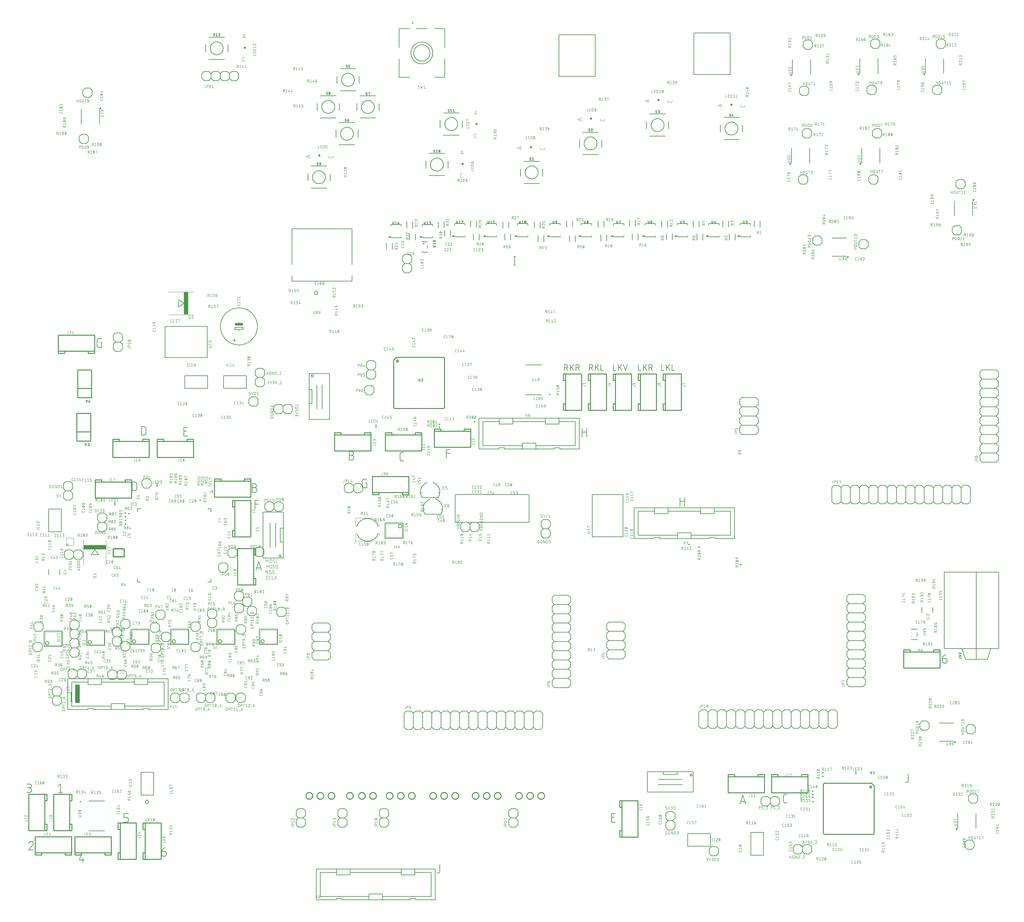
<source format=gbr>
G04 EAGLE Gerber RS-274X export*
G75*
%MOMM*%
%FSLAX34Y34*%
%LPD*%
%INSilkscreen Top*%
%IPPOS*%
%AMOC8*
5,1,8,0,0,1.08239X$1,22.5*%
G01*
%ADD10C,0.076200*%
%ADD11C,0.203200*%
%ADD12C,0.152400*%
%ADD13C,0.254000*%
%ADD14C,0.127000*%
%ADD15C,0.200000*%
%ADD16R,0.300000X0.150000*%
%ADD17R,0.300000X0.300000*%
%ADD18C,0.508000*%
%ADD19C,0.101600*%
%ADD20C,0.449000*%
%ADD21C,0.177800*%
%ADD22C,0.050800*%
%ADD23C,0.100000*%
%ADD24R,6.200000X1.250000*%
%ADD25R,0.500000X0.500000*%
%ADD26C,0.010159*%
%ADD27R,2.286000X0.635000*%
%ADD28R,1.250000X6.200000*%


D10*
X686181Y889381D02*
X686181Y898779D01*
X691402Y889381D01*
X691402Y898779D01*
X700546Y891469D02*
X700544Y891380D01*
X700538Y891292D01*
X700529Y891204D01*
X700516Y891116D01*
X700499Y891029D01*
X700479Y890943D01*
X700454Y890858D01*
X700427Y890773D01*
X700395Y890690D01*
X700361Y890609D01*
X700322Y890529D01*
X700281Y890451D01*
X700236Y890374D01*
X700188Y890300D01*
X700137Y890227D01*
X700083Y890157D01*
X700025Y890090D01*
X699965Y890024D01*
X699903Y889962D01*
X699837Y889902D01*
X699770Y889844D01*
X699700Y889790D01*
X699627Y889739D01*
X699553Y889691D01*
X699476Y889646D01*
X699398Y889605D01*
X699318Y889566D01*
X699237Y889532D01*
X699154Y889500D01*
X699069Y889473D01*
X698984Y889448D01*
X698898Y889428D01*
X698811Y889411D01*
X698723Y889398D01*
X698635Y889389D01*
X698547Y889383D01*
X698458Y889381D01*
X698329Y889383D01*
X698200Y889389D01*
X698071Y889398D01*
X697943Y889411D01*
X697815Y889428D01*
X697688Y889449D01*
X697561Y889473D01*
X697435Y889501D01*
X697310Y889533D01*
X697186Y889568D01*
X697063Y889607D01*
X696941Y889650D01*
X696821Y889696D01*
X696702Y889746D01*
X696584Y889799D01*
X696468Y889855D01*
X696354Y889915D01*
X696241Y889978D01*
X696131Y890045D01*
X696022Y890114D01*
X695916Y890187D01*
X695811Y890263D01*
X695709Y890342D01*
X695610Y890424D01*
X695512Y890508D01*
X695417Y890596D01*
X695325Y890686D01*
X695586Y896691D02*
X695588Y896780D01*
X695594Y896868D01*
X695603Y896956D01*
X695616Y897044D01*
X695633Y897131D01*
X695653Y897217D01*
X695678Y897302D01*
X695705Y897387D01*
X695737Y897470D01*
X695771Y897551D01*
X695810Y897631D01*
X695851Y897709D01*
X695896Y897786D01*
X695944Y897860D01*
X695995Y897933D01*
X696049Y898003D01*
X696107Y898070D01*
X696167Y898136D01*
X696229Y898198D01*
X696295Y898258D01*
X696362Y898316D01*
X696432Y898370D01*
X696505Y898421D01*
X696579Y898469D01*
X696656Y898514D01*
X696734Y898555D01*
X696814Y898594D01*
X696895Y898628D01*
X696978Y898660D01*
X697063Y898687D01*
X697148Y898712D01*
X697234Y898732D01*
X697321Y898749D01*
X697409Y898762D01*
X697497Y898771D01*
X697585Y898777D01*
X697674Y898779D01*
X697794Y898777D01*
X697914Y898772D01*
X698034Y898762D01*
X698153Y898750D01*
X698272Y898733D01*
X698390Y898713D01*
X698508Y898689D01*
X698624Y898662D01*
X698740Y898631D01*
X698855Y898597D01*
X698969Y898559D01*
X699082Y898517D01*
X699193Y898472D01*
X699303Y898424D01*
X699411Y898373D01*
X699518Y898318D01*
X699623Y898260D01*
X699726Y898198D01*
X699827Y898134D01*
X699927Y898066D01*
X700024Y897996D01*
X696630Y894864D02*
X696552Y894912D01*
X696476Y894964D01*
X696403Y895018D01*
X696332Y895076D01*
X696263Y895137D01*
X696197Y895201D01*
X696134Y895268D01*
X696074Y895337D01*
X696017Y895409D01*
X695963Y895483D01*
X695913Y895560D01*
X695865Y895639D01*
X695822Y895719D01*
X695781Y895802D01*
X695745Y895886D01*
X695712Y895971D01*
X695683Y896058D01*
X695657Y896147D01*
X695635Y896236D01*
X695618Y896326D01*
X695604Y896416D01*
X695594Y896508D01*
X695588Y896599D01*
X695586Y896691D01*
X699502Y893296D02*
X699580Y893248D01*
X699656Y893196D01*
X699729Y893142D01*
X699800Y893084D01*
X699869Y893023D01*
X699935Y892959D01*
X699998Y892892D01*
X700058Y892823D01*
X700115Y892751D01*
X700169Y892677D01*
X700219Y892600D01*
X700267Y892521D01*
X700310Y892441D01*
X700351Y892358D01*
X700387Y892274D01*
X700420Y892189D01*
X700449Y892102D01*
X700475Y892013D01*
X700497Y891924D01*
X700514Y891834D01*
X700528Y891744D01*
X700538Y891652D01*
X700544Y891561D01*
X700546Y891469D01*
X699502Y893297D02*
X696630Y894863D01*
X706992Y889381D02*
X707081Y889383D01*
X707169Y889389D01*
X707257Y889398D01*
X707345Y889411D01*
X707432Y889428D01*
X707518Y889448D01*
X707603Y889473D01*
X707688Y889500D01*
X707771Y889532D01*
X707852Y889566D01*
X707932Y889605D01*
X708010Y889646D01*
X708087Y889691D01*
X708161Y889739D01*
X708234Y889790D01*
X708304Y889844D01*
X708371Y889902D01*
X708437Y889962D01*
X708499Y890024D01*
X708559Y890090D01*
X708617Y890157D01*
X708671Y890227D01*
X708722Y890300D01*
X708770Y890374D01*
X708815Y890451D01*
X708856Y890529D01*
X708895Y890609D01*
X708929Y890690D01*
X708961Y890773D01*
X708988Y890858D01*
X709013Y890943D01*
X709033Y891029D01*
X709050Y891116D01*
X709063Y891204D01*
X709072Y891292D01*
X709078Y891380D01*
X709080Y891469D01*
X706992Y889381D02*
X706863Y889383D01*
X706734Y889389D01*
X706605Y889398D01*
X706477Y889411D01*
X706349Y889428D01*
X706222Y889449D01*
X706095Y889473D01*
X705969Y889501D01*
X705844Y889533D01*
X705720Y889568D01*
X705597Y889607D01*
X705475Y889650D01*
X705355Y889696D01*
X705236Y889746D01*
X705118Y889799D01*
X705002Y889855D01*
X704888Y889915D01*
X704775Y889978D01*
X704665Y890045D01*
X704556Y890114D01*
X704450Y890187D01*
X704345Y890263D01*
X704243Y890342D01*
X704144Y890424D01*
X704046Y890508D01*
X703951Y890596D01*
X703859Y890686D01*
X704121Y896691D02*
X704123Y896780D01*
X704129Y896868D01*
X704138Y896956D01*
X704151Y897044D01*
X704168Y897131D01*
X704188Y897217D01*
X704213Y897302D01*
X704240Y897387D01*
X704272Y897470D01*
X704306Y897551D01*
X704345Y897631D01*
X704386Y897709D01*
X704431Y897786D01*
X704479Y897860D01*
X704530Y897933D01*
X704584Y898003D01*
X704642Y898070D01*
X704702Y898136D01*
X704764Y898198D01*
X704830Y898258D01*
X704897Y898316D01*
X704967Y898370D01*
X705040Y898421D01*
X705114Y898469D01*
X705191Y898514D01*
X705269Y898555D01*
X705349Y898594D01*
X705430Y898628D01*
X705513Y898660D01*
X705598Y898687D01*
X705683Y898712D01*
X705769Y898732D01*
X705856Y898749D01*
X705944Y898762D01*
X706032Y898771D01*
X706120Y898777D01*
X706209Y898779D01*
X706329Y898777D01*
X706449Y898772D01*
X706569Y898762D01*
X706688Y898750D01*
X706807Y898733D01*
X706925Y898713D01*
X707043Y898689D01*
X707159Y898662D01*
X707275Y898631D01*
X707390Y898597D01*
X707504Y898559D01*
X707617Y898517D01*
X707728Y898472D01*
X707838Y898424D01*
X707946Y898373D01*
X708053Y898318D01*
X708158Y898260D01*
X708261Y898198D01*
X708362Y898134D01*
X708462Y898066D01*
X708559Y897996D01*
X705164Y894864D02*
X705086Y894912D01*
X705010Y894964D01*
X704937Y895018D01*
X704866Y895076D01*
X704797Y895137D01*
X704731Y895201D01*
X704668Y895268D01*
X704608Y895337D01*
X704551Y895409D01*
X704497Y895483D01*
X704447Y895560D01*
X704399Y895639D01*
X704356Y895719D01*
X704315Y895802D01*
X704279Y895886D01*
X704246Y895971D01*
X704217Y896058D01*
X704191Y896147D01*
X704169Y896236D01*
X704152Y896326D01*
X704138Y896416D01*
X704128Y896508D01*
X704122Y896599D01*
X704120Y896691D01*
X708036Y893296D02*
X708114Y893248D01*
X708190Y893196D01*
X708263Y893142D01*
X708334Y893084D01*
X708403Y893023D01*
X708469Y892959D01*
X708532Y892892D01*
X708592Y892823D01*
X708649Y892751D01*
X708703Y892677D01*
X708753Y892600D01*
X708801Y892521D01*
X708844Y892441D01*
X708885Y892358D01*
X708921Y892274D01*
X708954Y892189D01*
X708983Y892102D01*
X709009Y892013D01*
X709031Y891924D01*
X709048Y891834D01*
X709062Y891744D01*
X709072Y891652D01*
X709078Y891561D01*
X709080Y891469D01*
X708036Y893297D02*
X705165Y894863D01*
X691402Y876229D02*
X691400Y876140D01*
X691394Y876052D01*
X691385Y875964D01*
X691372Y875876D01*
X691355Y875789D01*
X691335Y875703D01*
X691310Y875618D01*
X691283Y875533D01*
X691251Y875450D01*
X691217Y875369D01*
X691178Y875289D01*
X691137Y875211D01*
X691092Y875134D01*
X691044Y875060D01*
X690993Y874987D01*
X690939Y874917D01*
X690881Y874850D01*
X690821Y874784D01*
X690759Y874722D01*
X690693Y874662D01*
X690626Y874604D01*
X690556Y874550D01*
X690483Y874499D01*
X690409Y874451D01*
X690332Y874406D01*
X690254Y874365D01*
X690174Y874326D01*
X690093Y874292D01*
X690010Y874260D01*
X689925Y874233D01*
X689840Y874208D01*
X689754Y874188D01*
X689667Y874171D01*
X689579Y874158D01*
X689491Y874149D01*
X689403Y874143D01*
X689314Y874141D01*
X689185Y874143D01*
X689056Y874149D01*
X688927Y874158D01*
X688799Y874171D01*
X688671Y874188D01*
X688544Y874209D01*
X688417Y874233D01*
X688291Y874261D01*
X688166Y874293D01*
X688042Y874328D01*
X687919Y874367D01*
X687797Y874410D01*
X687677Y874456D01*
X687558Y874506D01*
X687440Y874559D01*
X687324Y874615D01*
X687210Y874675D01*
X687097Y874738D01*
X686987Y874805D01*
X686878Y874874D01*
X686772Y874947D01*
X686667Y875023D01*
X686565Y875102D01*
X686466Y875184D01*
X686368Y875268D01*
X686273Y875356D01*
X686181Y875446D01*
X686442Y881451D02*
X686444Y881540D01*
X686450Y881628D01*
X686459Y881716D01*
X686472Y881804D01*
X686489Y881891D01*
X686509Y881977D01*
X686534Y882062D01*
X686561Y882147D01*
X686593Y882230D01*
X686627Y882311D01*
X686666Y882391D01*
X686707Y882469D01*
X686752Y882546D01*
X686800Y882620D01*
X686851Y882693D01*
X686905Y882763D01*
X686963Y882830D01*
X687023Y882896D01*
X687085Y882958D01*
X687151Y883018D01*
X687218Y883076D01*
X687288Y883130D01*
X687361Y883181D01*
X687435Y883229D01*
X687512Y883274D01*
X687590Y883315D01*
X687670Y883354D01*
X687751Y883388D01*
X687834Y883420D01*
X687919Y883447D01*
X688004Y883472D01*
X688090Y883492D01*
X688177Y883509D01*
X688265Y883522D01*
X688353Y883531D01*
X688441Y883537D01*
X688530Y883539D01*
X688650Y883537D01*
X688770Y883532D01*
X688890Y883522D01*
X689009Y883510D01*
X689128Y883493D01*
X689246Y883473D01*
X689364Y883449D01*
X689480Y883422D01*
X689596Y883391D01*
X689711Y883357D01*
X689825Y883319D01*
X689938Y883277D01*
X690049Y883232D01*
X690159Y883184D01*
X690267Y883133D01*
X690374Y883078D01*
X690479Y883020D01*
X690582Y882958D01*
X690683Y882894D01*
X690783Y882826D01*
X690880Y882756D01*
X687486Y879624D02*
X687408Y879672D01*
X687332Y879724D01*
X687259Y879778D01*
X687188Y879836D01*
X687119Y879897D01*
X687053Y879961D01*
X686990Y880028D01*
X686930Y880097D01*
X686873Y880169D01*
X686819Y880243D01*
X686769Y880320D01*
X686721Y880399D01*
X686678Y880479D01*
X686637Y880562D01*
X686601Y880646D01*
X686568Y880731D01*
X686539Y880818D01*
X686513Y880907D01*
X686491Y880996D01*
X686474Y881086D01*
X686460Y881176D01*
X686450Y881268D01*
X686444Y881359D01*
X686442Y881451D01*
X690358Y878056D02*
X690436Y878008D01*
X690512Y877956D01*
X690585Y877902D01*
X690656Y877844D01*
X690725Y877783D01*
X690791Y877719D01*
X690854Y877652D01*
X690914Y877583D01*
X690971Y877511D01*
X691025Y877437D01*
X691075Y877360D01*
X691123Y877281D01*
X691166Y877201D01*
X691207Y877118D01*
X691243Y877034D01*
X691276Y876949D01*
X691305Y876862D01*
X691331Y876773D01*
X691353Y876684D01*
X691370Y876594D01*
X691384Y876504D01*
X691394Y876412D01*
X691400Y876321D01*
X691402Y876229D01*
X690358Y878057D02*
X687486Y879623D01*
X697083Y874141D02*
X699171Y874141D01*
X697083Y874141D02*
X696994Y874143D01*
X696906Y874149D01*
X696818Y874158D01*
X696730Y874171D01*
X696643Y874188D01*
X696557Y874208D01*
X696472Y874233D01*
X696387Y874260D01*
X696304Y874292D01*
X696223Y874326D01*
X696143Y874365D01*
X696065Y874406D01*
X695988Y874451D01*
X695914Y874499D01*
X695841Y874550D01*
X695771Y874604D01*
X695704Y874662D01*
X695638Y874722D01*
X695576Y874784D01*
X695516Y874850D01*
X695458Y874917D01*
X695404Y874987D01*
X695353Y875060D01*
X695305Y875134D01*
X695260Y875211D01*
X695219Y875289D01*
X695180Y875369D01*
X695146Y875450D01*
X695114Y875533D01*
X695087Y875618D01*
X695062Y875703D01*
X695042Y875789D01*
X695025Y875876D01*
X695012Y875964D01*
X695003Y876052D01*
X694997Y876140D01*
X694995Y876229D01*
X694994Y876229D02*
X694994Y881451D01*
X694995Y881451D02*
X694997Y881542D01*
X695003Y881633D01*
X695013Y881724D01*
X695027Y881814D01*
X695044Y881903D01*
X695066Y881991D01*
X695092Y882079D01*
X695121Y882165D01*
X695154Y882250D01*
X695191Y882333D01*
X695231Y882415D01*
X695275Y882495D01*
X695322Y882573D01*
X695373Y882649D01*
X695426Y882722D01*
X695483Y882793D01*
X695544Y882862D01*
X695607Y882927D01*
X695672Y882990D01*
X695741Y883050D01*
X695812Y883108D01*
X695885Y883161D01*
X695961Y883212D01*
X696039Y883259D01*
X696119Y883303D01*
X696201Y883343D01*
X696284Y883380D01*
X696369Y883413D01*
X696455Y883442D01*
X696543Y883468D01*
X696631Y883490D01*
X696720Y883507D01*
X696810Y883521D01*
X696901Y883531D01*
X696992Y883537D01*
X697083Y883539D01*
X699171Y883539D01*
X702962Y883539D02*
X702962Y874141D01*
X707139Y874141D01*
X711001Y874141D02*
X711001Y883539D01*
X716222Y883539D02*
X711001Y877796D01*
X713089Y879884D02*
X716222Y874141D01*
X688721Y904621D02*
X688721Y914019D01*
X691854Y908798D01*
X694986Y914019D01*
X694986Y904621D01*
X700083Y904621D02*
X700083Y914019D01*
X699039Y904621D02*
X701127Y904621D01*
X701127Y914019D02*
X699039Y914019D01*
X707616Y904621D02*
X707705Y904623D01*
X707793Y904629D01*
X707881Y904638D01*
X707969Y904651D01*
X708056Y904668D01*
X708142Y904688D01*
X708227Y904713D01*
X708312Y904740D01*
X708395Y904772D01*
X708476Y904806D01*
X708556Y904845D01*
X708634Y904886D01*
X708711Y904931D01*
X708785Y904979D01*
X708858Y905030D01*
X708928Y905084D01*
X708995Y905142D01*
X709061Y905202D01*
X709123Y905264D01*
X709183Y905330D01*
X709241Y905397D01*
X709295Y905467D01*
X709346Y905540D01*
X709394Y905614D01*
X709439Y905691D01*
X709480Y905769D01*
X709519Y905849D01*
X709553Y905930D01*
X709585Y906013D01*
X709612Y906098D01*
X709637Y906183D01*
X709657Y906269D01*
X709674Y906356D01*
X709687Y906444D01*
X709696Y906532D01*
X709702Y906620D01*
X709704Y906709D01*
X707616Y904621D02*
X707487Y904623D01*
X707358Y904629D01*
X707229Y904638D01*
X707101Y904651D01*
X706973Y904668D01*
X706846Y904689D01*
X706719Y904713D01*
X706593Y904741D01*
X706468Y904773D01*
X706344Y904808D01*
X706221Y904847D01*
X706099Y904890D01*
X705979Y904936D01*
X705860Y904986D01*
X705742Y905039D01*
X705626Y905095D01*
X705512Y905155D01*
X705399Y905218D01*
X705289Y905285D01*
X705180Y905354D01*
X705074Y905427D01*
X704969Y905503D01*
X704867Y905582D01*
X704768Y905664D01*
X704670Y905748D01*
X704575Y905836D01*
X704483Y905926D01*
X704745Y911931D02*
X704747Y912020D01*
X704753Y912108D01*
X704762Y912196D01*
X704775Y912284D01*
X704792Y912371D01*
X704812Y912457D01*
X704837Y912542D01*
X704864Y912627D01*
X704896Y912710D01*
X704930Y912791D01*
X704969Y912871D01*
X705010Y912949D01*
X705055Y913026D01*
X705103Y913100D01*
X705154Y913173D01*
X705208Y913243D01*
X705266Y913310D01*
X705326Y913376D01*
X705388Y913438D01*
X705454Y913498D01*
X705521Y913556D01*
X705591Y913610D01*
X705664Y913661D01*
X705738Y913709D01*
X705815Y913754D01*
X705893Y913795D01*
X705973Y913834D01*
X706054Y913868D01*
X706137Y913900D01*
X706222Y913927D01*
X706307Y913952D01*
X706393Y913972D01*
X706480Y913989D01*
X706568Y914002D01*
X706656Y914011D01*
X706744Y914017D01*
X706833Y914019D01*
X706832Y914019D02*
X706952Y914017D01*
X707072Y914012D01*
X707192Y914002D01*
X707311Y913990D01*
X707430Y913973D01*
X707548Y913953D01*
X707666Y913929D01*
X707782Y913902D01*
X707898Y913871D01*
X708013Y913837D01*
X708127Y913799D01*
X708240Y913757D01*
X708351Y913712D01*
X708461Y913664D01*
X708569Y913613D01*
X708676Y913558D01*
X708781Y913500D01*
X708884Y913438D01*
X708985Y913374D01*
X709085Y913306D01*
X709182Y913236D01*
X705788Y910104D02*
X705710Y910152D01*
X705634Y910204D01*
X705561Y910258D01*
X705490Y910316D01*
X705421Y910377D01*
X705355Y910441D01*
X705292Y910508D01*
X705232Y910577D01*
X705175Y910649D01*
X705121Y910723D01*
X705071Y910800D01*
X705023Y910879D01*
X704980Y910959D01*
X704939Y911042D01*
X704903Y911126D01*
X704870Y911211D01*
X704841Y911298D01*
X704815Y911387D01*
X704793Y911476D01*
X704776Y911566D01*
X704762Y911656D01*
X704752Y911748D01*
X704746Y911839D01*
X704744Y911931D01*
X708660Y908536D02*
X708738Y908488D01*
X708814Y908436D01*
X708887Y908382D01*
X708958Y908324D01*
X709027Y908263D01*
X709093Y908199D01*
X709156Y908132D01*
X709216Y908063D01*
X709273Y907991D01*
X709327Y907917D01*
X709377Y907840D01*
X709425Y907761D01*
X709468Y907681D01*
X709509Y907598D01*
X709545Y907514D01*
X709578Y907429D01*
X709607Y907342D01*
X709633Y907253D01*
X709655Y907164D01*
X709672Y907074D01*
X709686Y906984D01*
X709696Y906892D01*
X709702Y906801D01*
X709704Y906709D01*
X708660Y908537D02*
X705788Y910103D01*
X713322Y911408D02*
X713322Y907232D01*
X713322Y911408D02*
X713324Y911509D01*
X713330Y911610D01*
X713340Y911711D01*
X713353Y911811D01*
X713371Y911911D01*
X713392Y912010D01*
X713418Y912108D01*
X713447Y912205D01*
X713479Y912301D01*
X713516Y912395D01*
X713556Y912488D01*
X713600Y912580D01*
X713647Y912669D01*
X713698Y912757D01*
X713752Y912843D01*
X713809Y912926D01*
X713869Y913008D01*
X713933Y913086D01*
X713999Y913163D01*
X714069Y913236D01*
X714141Y913307D01*
X714216Y913375D01*
X714294Y913440D01*
X714374Y913502D01*
X714456Y913561D01*
X714541Y913617D01*
X714628Y913669D01*
X714716Y913718D01*
X714807Y913764D01*
X714899Y913805D01*
X714993Y913844D01*
X715088Y913878D01*
X715184Y913909D01*
X715282Y913936D01*
X715380Y913960D01*
X715480Y913979D01*
X715580Y913995D01*
X715680Y914007D01*
X715781Y914015D01*
X715882Y914019D01*
X715984Y914019D01*
X716085Y914015D01*
X716186Y914007D01*
X716286Y913995D01*
X716386Y913979D01*
X716486Y913960D01*
X716584Y913936D01*
X716682Y913909D01*
X716778Y913878D01*
X716873Y913844D01*
X716967Y913805D01*
X717059Y913764D01*
X717150Y913718D01*
X717239Y913669D01*
X717325Y913617D01*
X717410Y913561D01*
X717492Y913502D01*
X717572Y913440D01*
X717650Y913375D01*
X717725Y913307D01*
X717797Y913236D01*
X717867Y913163D01*
X717933Y913086D01*
X717997Y913008D01*
X718057Y912926D01*
X718114Y912843D01*
X718168Y912757D01*
X718219Y912669D01*
X718266Y912580D01*
X718310Y912488D01*
X718350Y912395D01*
X718387Y912301D01*
X718419Y912205D01*
X718448Y912108D01*
X718474Y912010D01*
X718495Y911911D01*
X718513Y911811D01*
X718526Y911711D01*
X718536Y911610D01*
X718542Y911509D01*
X718544Y911408D01*
X718543Y911408D02*
X718543Y907232D01*
X718544Y907232D02*
X718542Y907131D01*
X718536Y907030D01*
X718526Y906929D01*
X718513Y906829D01*
X718495Y906729D01*
X718474Y906630D01*
X718448Y906532D01*
X718419Y906435D01*
X718387Y906339D01*
X718350Y906245D01*
X718310Y906152D01*
X718266Y906060D01*
X718219Y905971D01*
X718168Y905883D01*
X718114Y905797D01*
X718057Y905714D01*
X717997Y905632D01*
X717933Y905554D01*
X717867Y905477D01*
X717797Y905404D01*
X717725Y905333D01*
X717650Y905265D01*
X717572Y905200D01*
X717492Y905138D01*
X717410Y905079D01*
X717325Y905023D01*
X717239Y904971D01*
X717150Y904922D01*
X717059Y904876D01*
X716967Y904835D01*
X716873Y904796D01*
X716778Y904762D01*
X716682Y904731D01*
X716584Y904704D01*
X716486Y904680D01*
X716386Y904661D01*
X716286Y904645D01*
X716186Y904633D01*
X716085Y904625D01*
X715984Y904621D01*
X715882Y904621D01*
X715781Y904625D01*
X715680Y904633D01*
X715580Y904645D01*
X715480Y904661D01*
X715380Y904680D01*
X715282Y904704D01*
X715184Y904731D01*
X715088Y904762D01*
X714993Y904796D01*
X714899Y904835D01*
X714807Y904876D01*
X714716Y904922D01*
X714628Y904971D01*
X714541Y905023D01*
X714456Y905079D01*
X714374Y905138D01*
X714294Y905200D01*
X714216Y905265D01*
X714141Y905333D01*
X714069Y905404D01*
X713999Y905477D01*
X713933Y905554D01*
X713869Y905632D01*
X713809Y905714D01*
X713752Y905797D01*
X713698Y905883D01*
X713647Y905971D01*
X713600Y906060D01*
X713556Y906152D01*
X713516Y906245D01*
X713479Y906339D01*
X713447Y906435D01*
X713418Y906532D01*
X713392Y906630D01*
X713371Y906729D01*
X713353Y906829D01*
X713340Y906929D01*
X713330Y907030D01*
X713324Y907131D01*
X713322Y907232D01*
X686181Y919861D02*
X686181Y929259D01*
X689314Y924038D01*
X692446Y929259D01*
X692446Y919861D01*
X696761Y922472D02*
X696761Y926648D01*
X696763Y926749D01*
X696769Y926850D01*
X696779Y926951D01*
X696792Y927051D01*
X696810Y927151D01*
X696831Y927250D01*
X696857Y927348D01*
X696886Y927445D01*
X696918Y927541D01*
X696955Y927635D01*
X696995Y927728D01*
X697039Y927820D01*
X697086Y927909D01*
X697137Y927997D01*
X697191Y928083D01*
X697248Y928166D01*
X697308Y928248D01*
X697372Y928326D01*
X697438Y928403D01*
X697508Y928476D01*
X697580Y928547D01*
X697655Y928615D01*
X697733Y928680D01*
X697813Y928742D01*
X697895Y928801D01*
X697980Y928857D01*
X698067Y928909D01*
X698155Y928958D01*
X698246Y929004D01*
X698338Y929045D01*
X698432Y929084D01*
X698527Y929118D01*
X698623Y929149D01*
X698721Y929176D01*
X698819Y929200D01*
X698919Y929219D01*
X699019Y929235D01*
X699119Y929247D01*
X699220Y929255D01*
X699321Y929259D01*
X699423Y929259D01*
X699524Y929255D01*
X699625Y929247D01*
X699725Y929235D01*
X699825Y929219D01*
X699925Y929200D01*
X700023Y929176D01*
X700121Y929149D01*
X700217Y929118D01*
X700312Y929084D01*
X700406Y929045D01*
X700498Y929004D01*
X700589Y928958D01*
X700678Y928909D01*
X700764Y928857D01*
X700849Y928801D01*
X700931Y928742D01*
X701011Y928680D01*
X701089Y928615D01*
X701164Y928547D01*
X701236Y928476D01*
X701306Y928403D01*
X701372Y928326D01*
X701436Y928248D01*
X701496Y928166D01*
X701553Y928083D01*
X701607Y927997D01*
X701658Y927909D01*
X701705Y927820D01*
X701749Y927728D01*
X701789Y927635D01*
X701826Y927541D01*
X701858Y927445D01*
X701887Y927348D01*
X701913Y927250D01*
X701934Y927151D01*
X701952Y927051D01*
X701965Y926951D01*
X701975Y926850D01*
X701981Y926749D01*
X701983Y926648D01*
X701983Y922472D01*
X701981Y922371D01*
X701975Y922270D01*
X701965Y922169D01*
X701952Y922069D01*
X701934Y921969D01*
X701913Y921870D01*
X701887Y921772D01*
X701858Y921675D01*
X701826Y921579D01*
X701789Y921485D01*
X701749Y921392D01*
X701705Y921300D01*
X701658Y921211D01*
X701607Y921123D01*
X701553Y921037D01*
X701496Y920954D01*
X701436Y920872D01*
X701372Y920794D01*
X701306Y920717D01*
X701236Y920644D01*
X701164Y920573D01*
X701089Y920505D01*
X701011Y920440D01*
X700931Y920378D01*
X700849Y920319D01*
X700764Y920263D01*
X700678Y920211D01*
X700589Y920162D01*
X700498Y920116D01*
X700406Y920075D01*
X700312Y920036D01*
X700217Y920002D01*
X700121Y919971D01*
X700023Y919944D01*
X699925Y919920D01*
X699825Y919901D01*
X699725Y919885D01*
X699625Y919873D01*
X699524Y919865D01*
X699423Y919861D01*
X699321Y919861D01*
X699220Y919865D01*
X699119Y919873D01*
X699019Y919885D01*
X698919Y919901D01*
X698819Y919920D01*
X698721Y919944D01*
X698623Y919971D01*
X698527Y920002D01*
X698432Y920036D01*
X698338Y920075D01*
X698246Y920116D01*
X698155Y920162D01*
X698067Y920211D01*
X697980Y920263D01*
X697895Y920319D01*
X697813Y920378D01*
X697733Y920440D01*
X697655Y920505D01*
X697580Y920573D01*
X697508Y920644D01*
X697438Y920717D01*
X697372Y920794D01*
X697308Y920872D01*
X697248Y920954D01*
X697191Y921037D01*
X697137Y921123D01*
X697086Y921211D01*
X697039Y921300D01*
X696995Y921392D01*
X696955Y921485D01*
X696918Y921579D01*
X696886Y921675D01*
X696857Y921772D01*
X696831Y921870D01*
X696810Y921969D01*
X696792Y922069D01*
X696779Y922169D01*
X696769Y922270D01*
X696763Y922371D01*
X696761Y922472D01*
X708733Y919861D02*
X708822Y919863D01*
X708910Y919869D01*
X708998Y919878D01*
X709086Y919891D01*
X709173Y919908D01*
X709259Y919928D01*
X709344Y919953D01*
X709429Y919980D01*
X709512Y920012D01*
X709593Y920046D01*
X709673Y920085D01*
X709751Y920126D01*
X709828Y920171D01*
X709902Y920219D01*
X709975Y920270D01*
X710045Y920324D01*
X710112Y920382D01*
X710178Y920442D01*
X710240Y920504D01*
X710300Y920570D01*
X710358Y920637D01*
X710412Y920707D01*
X710463Y920780D01*
X710511Y920854D01*
X710556Y920931D01*
X710597Y921009D01*
X710636Y921089D01*
X710670Y921170D01*
X710702Y921253D01*
X710729Y921338D01*
X710754Y921423D01*
X710774Y921509D01*
X710791Y921596D01*
X710804Y921684D01*
X710813Y921772D01*
X710819Y921860D01*
X710821Y921949D01*
X708733Y919861D02*
X708604Y919863D01*
X708475Y919869D01*
X708346Y919878D01*
X708218Y919891D01*
X708090Y919908D01*
X707963Y919929D01*
X707836Y919953D01*
X707710Y919981D01*
X707585Y920013D01*
X707461Y920048D01*
X707338Y920087D01*
X707216Y920130D01*
X707096Y920176D01*
X706977Y920226D01*
X706859Y920279D01*
X706743Y920335D01*
X706629Y920395D01*
X706516Y920458D01*
X706406Y920525D01*
X706297Y920594D01*
X706191Y920667D01*
X706086Y920743D01*
X705984Y920822D01*
X705885Y920904D01*
X705787Y920988D01*
X705692Y921076D01*
X705600Y921166D01*
X705862Y927171D02*
X705864Y927260D01*
X705870Y927348D01*
X705879Y927436D01*
X705892Y927524D01*
X705909Y927611D01*
X705929Y927697D01*
X705954Y927782D01*
X705981Y927867D01*
X706013Y927950D01*
X706047Y928031D01*
X706086Y928111D01*
X706127Y928189D01*
X706172Y928266D01*
X706220Y928340D01*
X706271Y928413D01*
X706325Y928483D01*
X706383Y928550D01*
X706443Y928616D01*
X706505Y928678D01*
X706571Y928738D01*
X706638Y928796D01*
X706708Y928850D01*
X706781Y928901D01*
X706855Y928949D01*
X706932Y928994D01*
X707010Y929035D01*
X707090Y929074D01*
X707171Y929108D01*
X707254Y929140D01*
X707339Y929167D01*
X707424Y929192D01*
X707510Y929212D01*
X707597Y929229D01*
X707685Y929242D01*
X707773Y929251D01*
X707861Y929257D01*
X707950Y929259D01*
X708070Y929257D01*
X708190Y929252D01*
X708310Y929242D01*
X708429Y929230D01*
X708548Y929213D01*
X708666Y929193D01*
X708784Y929169D01*
X708900Y929142D01*
X709016Y929111D01*
X709131Y929077D01*
X709245Y929039D01*
X709358Y928997D01*
X709469Y928952D01*
X709579Y928904D01*
X709687Y928853D01*
X709794Y928798D01*
X709899Y928740D01*
X710002Y928678D01*
X710103Y928614D01*
X710203Y928546D01*
X710300Y928476D01*
X706906Y925344D02*
X706828Y925392D01*
X706752Y925444D01*
X706679Y925498D01*
X706608Y925556D01*
X706539Y925617D01*
X706473Y925681D01*
X706410Y925748D01*
X706350Y925817D01*
X706293Y925889D01*
X706239Y925963D01*
X706189Y926040D01*
X706141Y926119D01*
X706098Y926199D01*
X706057Y926282D01*
X706021Y926366D01*
X705988Y926451D01*
X705959Y926538D01*
X705933Y926627D01*
X705911Y926716D01*
X705894Y926806D01*
X705880Y926896D01*
X705870Y926988D01*
X705864Y927079D01*
X705862Y927171D01*
X709778Y923776D02*
X709856Y923728D01*
X709932Y923676D01*
X710005Y923622D01*
X710076Y923564D01*
X710145Y923503D01*
X710211Y923439D01*
X710274Y923372D01*
X710334Y923303D01*
X710391Y923231D01*
X710445Y923157D01*
X710495Y923080D01*
X710543Y923001D01*
X710586Y922921D01*
X710627Y922838D01*
X710663Y922754D01*
X710696Y922669D01*
X710725Y922582D01*
X710751Y922493D01*
X710773Y922404D01*
X710790Y922314D01*
X710804Y922224D01*
X710814Y922132D01*
X710820Y922041D01*
X710822Y921949D01*
X709778Y923777D02*
X706906Y925343D01*
X715222Y929259D02*
X715222Y919861D01*
X716266Y919861D02*
X714177Y919861D01*
X714177Y929259D02*
X716266Y929259D01*
X535559Y1133136D02*
X535557Y1133214D01*
X535552Y1133292D01*
X535542Y1133369D01*
X535529Y1133446D01*
X535513Y1133522D01*
X535493Y1133597D01*
X535469Y1133671D01*
X535442Y1133744D01*
X535411Y1133816D01*
X535377Y1133886D01*
X535340Y1133955D01*
X535299Y1134021D01*
X535255Y1134086D01*
X535209Y1134148D01*
X535159Y1134208D01*
X535107Y1134266D01*
X535052Y1134321D01*
X534994Y1134373D01*
X534934Y1134423D01*
X534872Y1134469D01*
X534807Y1134513D01*
X534741Y1134554D01*
X534672Y1134591D01*
X534602Y1134625D01*
X534530Y1134656D01*
X534457Y1134683D01*
X534383Y1134707D01*
X534308Y1134727D01*
X534232Y1134743D01*
X534155Y1134756D01*
X534078Y1134766D01*
X534000Y1134771D01*
X533922Y1134773D01*
X535559Y1133136D02*
X535557Y1133022D01*
X535552Y1132909D01*
X535542Y1132795D01*
X535529Y1132682D01*
X535512Y1132570D01*
X535492Y1132458D01*
X535468Y1132347D01*
X535440Y1132236D01*
X535409Y1132127D01*
X535374Y1132019D01*
X535335Y1131912D01*
X535293Y1131806D01*
X535248Y1131702D01*
X535199Y1131599D01*
X535146Y1131498D01*
X535091Y1131399D01*
X535032Y1131301D01*
X534970Y1131206D01*
X534905Y1131113D01*
X534837Y1131021D01*
X534766Y1130933D01*
X534692Y1130846D01*
X534615Y1130762D01*
X534536Y1130681D01*
X529830Y1130886D02*
X529752Y1130888D01*
X529674Y1130893D01*
X529597Y1130903D01*
X529520Y1130916D01*
X529444Y1130932D01*
X529369Y1130952D01*
X529295Y1130976D01*
X529222Y1131003D01*
X529150Y1131034D01*
X529080Y1131068D01*
X529012Y1131105D01*
X528945Y1131146D01*
X528880Y1131190D01*
X528818Y1131236D01*
X528758Y1131286D01*
X528700Y1131338D01*
X528645Y1131393D01*
X528593Y1131451D01*
X528543Y1131511D01*
X528497Y1131573D01*
X528453Y1131638D01*
X528412Y1131705D01*
X528375Y1131773D01*
X528341Y1131843D01*
X528310Y1131915D01*
X528283Y1131988D01*
X528259Y1132062D01*
X528239Y1132137D01*
X528223Y1132213D01*
X528210Y1132290D01*
X528200Y1132367D01*
X528195Y1132445D01*
X528193Y1132523D01*
X528195Y1132633D01*
X528201Y1132742D01*
X528211Y1132852D01*
X528224Y1132960D01*
X528242Y1133069D01*
X528263Y1133176D01*
X528289Y1133283D01*
X528318Y1133389D01*
X528350Y1133494D01*
X528387Y1133597D01*
X528427Y1133699D01*
X528471Y1133800D01*
X528519Y1133899D01*
X528569Y1133996D01*
X528624Y1134091D01*
X528682Y1134184D01*
X528743Y1134275D01*
X528807Y1134364D01*
X531262Y1131704D02*
X531220Y1131638D01*
X531176Y1131573D01*
X531128Y1131511D01*
X531078Y1131451D01*
X531025Y1131393D01*
X530969Y1131338D01*
X530911Y1131285D01*
X530850Y1131236D01*
X530787Y1131189D01*
X530722Y1131145D01*
X530655Y1131105D01*
X530586Y1131068D01*
X530515Y1131034D01*
X530443Y1131003D01*
X530369Y1130976D01*
X530294Y1130952D01*
X530219Y1130932D01*
X530142Y1130916D01*
X530065Y1130903D01*
X529987Y1130893D01*
X529908Y1130888D01*
X529830Y1130886D01*
X532489Y1133955D02*
X532531Y1134022D01*
X532575Y1134087D01*
X532623Y1134149D01*
X532673Y1134209D01*
X532726Y1134267D01*
X532782Y1134322D01*
X532841Y1134374D01*
X532901Y1134424D01*
X532965Y1134471D01*
X533030Y1134514D01*
X533097Y1134555D01*
X533166Y1134592D01*
X533237Y1134626D01*
X533309Y1134657D01*
X533383Y1134684D01*
X533457Y1134708D01*
X533533Y1134728D01*
X533610Y1134744D01*
X533687Y1134757D01*
X533765Y1134767D01*
X533844Y1134772D01*
X533922Y1134774D01*
X532490Y1133955D02*
X531262Y1131704D01*
X535559Y1139366D02*
X535559Y1141003D01*
X535559Y1139366D02*
X535557Y1139288D01*
X535552Y1139210D01*
X535542Y1139133D01*
X535529Y1139056D01*
X535513Y1138980D01*
X535493Y1138905D01*
X535469Y1138831D01*
X535442Y1138758D01*
X535411Y1138686D01*
X535377Y1138616D01*
X535340Y1138548D01*
X535299Y1138481D01*
X535255Y1138416D01*
X535209Y1138354D01*
X535159Y1138294D01*
X535107Y1138236D01*
X535052Y1138181D01*
X534994Y1138129D01*
X534934Y1138079D01*
X534872Y1138033D01*
X534807Y1137989D01*
X534741Y1137948D01*
X534672Y1137911D01*
X534602Y1137877D01*
X534530Y1137846D01*
X534457Y1137819D01*
X534383Y1137795D01*
X534308Y1137775D01*
X534232Y1137759D01*
X534155Y1137746D01*
X534078Y1137736D01*
X534000Y1137731D01*
X533922Y1137729D01*
X529830Y1137729D01*
X529750Y1137731D01*
X529670Y1137737D01*
X529590Y1137747D01*
X529511Y1137760D01*
X529432Y1137778D01*
X529355Y1137799D01*
X529279Y1137825D01*
X529204Y1137854D01*
X529130Y1137886D01*
X529058Y1137922D01*
X528988Y1137962D01*
X528921Y1138005D01*
X528855Y1138051D01*
X528792Y1138101D01*
X528731Y1138153D01*
X528672Y1138208D01*
X528617Y1138267D01*
X528565Y1138327D01*
X528515Y1138391D01*
X528469Y1138456D01*
X528426Y1138524D01*
X528386Y1138594D01*
X528350Y1138666D01*
X528318Y1138740D01*
X528289Y1138814D01*
X528264Y1138891D01*
X528242Y1138968D01*
X528224Y1139047D01*
X528211Y1139126D01*
X528201Y1139205D01*
X528195Y1139286D01*
X528193Y1139366D01*
X528193Y1141003D01*
X528193Y1144108D02*
X535559Y1144108D01*
X535559Y1147382D01*
X535559Y1150550D02*
X528193Y1150550D01*
X528193Y1154642D02*
X532694Y1150550D01*
X531058Y1152187D02*
X535559Y1154642D01*
X525399Y1138301D02*
X518033Y1138301D01*
X525399Y1142393D01*
X518033Y1142393D01*
X523762Y1149709D02*
X523840Y1149707D01*
X523918Y1149702D01*
X523995Y1149692D01*
X524072Y1149679D01*
X524148Y1149663D01*
X524223Y1149643D01*
X524297Y1149619D01*
X524370Y1149592D01*
X524442Y1149561D01*
X524512Y1149527D01*
X524581Y1149490D01*
X524647Y1149449D01*
X524712Y1149405D01*
X524774Y1149359D01*
X524834Y1149309D01*
X524892Y1149257D01*
X524947Y1149202D01*
X524999Y1149144D01*
X525049Y1149084D01*
X525095Y1149022D01*
X525139Y1148957D01*
X525180Y1148891D01*
X525217Y1148822D01*
X525251Y1148752D01*
X525282Y1148680D01*
X525309Y1148607D01*
X525333Y1148533D01*
X525353Y1148458D01*
X525369Y1148382D01*
X525382Y1148305D01*
X525392Y1148228D01*
X525397Y1148150D01*
X525399Y1148072D01*
X525397Y1147958D01*
X525392Y1147845D01*
X525382Y1147731D01*
X525369Y1147618D01*
X525352Y1147506D01*
X525332Y1147394D01*
X525308Y1147283D01*
X525280Y1147172D01*
X525249Y1147063D01*
X525214Y1146955D01*
X525175Y1146848D01*
X525133Y1146742D01*
X525088Y1146638D01*
X525039Y1146535D01*
X524986Y1146434D01*
X524931Y1146335D01*
X524872Y1146237D01*
X524810Y1146142D01*
X524745Y1146049D01*
X524677Y1145957D01*
X524606Y1145869D01*
X524532Y1145782D01*
X524455Y1145698D01*
X524376Y1145617D01*
X519670Y1145821D02*
X519592Y1145823D01*
X519514Y1145828D01*
X519437Y1145838D01*
X519360Y1145851D01*
X519284Y1145867D01*
X519209Y1145887D01*
X519135Y1145911D01*
X519062Y1145938D01*
X518990Y1145969D01*
X518920Y1146003D01*
X518852Y1146040D01*
X518785Y1146081D01*
X518720Y1146125D01*
X518658Y1146171D01*
X518598Y1146221D01*
X518540Y1146273D01*
X518485Y1146328D01*
X518433Y1146386D01*
X518383Y1146446D01*
X518337Y1146508D01*
X518293Y1146573D01*
X518252Y1146640D01*
X518215Y1146708D01*
X518181Y1146778D01*
X518150Y1146850D01*
X518123Y1146923D01*
X518099Y1146997D01*
X518079Y1147072D01*
X518063Y1147148D01*
X518050Y1147225D01*
X518040Y1147302D01*
X518035Y1147380D01*
X518033Y1147458D01*
X518035Y1147568D01*
X518041Y1147677D01*
X518051Y1147787D01*
X518064Y1147895D01*
X518082Y1148004D01*
X518103Y1148111D01*
X518129Y1148218D01*
X518158Y1148324D01*
X518190Y1148429D01*
X518227Y1148532D01*
X518267Y1148634D01*
X518311Y1148735D01*
X518359Y1148834D01*
X518409Y1148931D01*
X518464Y1149026D01*
X518522Y1149119D01*
X518583Y1149210D01*
X518647Y1149299D01*
X521102Y1146639D02*
X521060Y1146573D01*
X521016Y1146508D01*
X520968Y1146446D01*
X520918Y1146386D01*
X520865Y1146328D01*
X520809Y1146273D01*
X520751Y1146220D01*
X520690Y1146171D01*
X520627Y1146124D01*
X520562Y1146080D01*
X520495Y1146040D01*
X520426Y1146003D01*
X520355Y1145969D01*
X520283Y1145938D01*
X520209Y1145911D01*
X520134Y1145887D01*
X520059Y1145867D01*
X519982Y1145851D01*
X519905Y1145838D01*
X519827Y1145828D01*
X519748Y1145823D01*
X519670Y1145821D01*
X522329Y1148890D02*
X522371Y1148957D01*
X522415Y1149022D01*
X522463Y1149084D01*
X522513Y1149144D01*
X522566Y1149202D01*
X522622Y1149257D01*
X522681Y1149309D01*
X522741Y1149359D01*
X522805Y1149406D01*
X522870Y1149449D01*
X522937Y1149490D01*
X523006Y1149527D01*
X523077Y1149561D01*
X523149Y1149592D01*
X523223Y1149619D01*
X523297Y1149643D01*
X523373Y1149663D01*
X523450Y1149679D01*
X523527Y1149692D01*
X523605Y1149702D01*
X523684Y1149707D01*
X523762Y1149709D01*
X522330Y1148890D02*
X521102Y1146639D01*
X525399Y1154899D02*
X525397Y1154977D01*
X525392Y1155055D01*
X525382Y1155132D01*
X525369Y1155209D01*
X525353Y1155285D01*
X525333Y1155360D01*
X525309Y1155434D01*
X525282Y1155507D01*
X525251Y1155579D01*
X525217Y1155649D01*
X525180Y1155718D01*
X525139Y1155784D01*
X525095Y1155849D01*
X525049Y1155911D01*
X524999Y1155971D01*
X524947Y1156029D01*
X524892Y1156084D01*
X524834Y1156136D01*
X524774Y1156186D01*
X524712Y1156232D01*
X524647Y1156276D01*
X524581Y1156317D01*
X524512Y1156354D01*
X524442Y1156388D01*
X524370Y1156419D01*
X524297Y1156446D01*
X524223Y1156470D01*
X524148Y1156490D01*
X524072Y1156506D01*
X523995Y1156519D01*
X523918Y1156529D01*
X523840Y1156534D01*
X523762Y1156536D01*
X525399Y1154899D02*
X525397Y1154785D01*
X525392Y1154672D01*
X525382Y1154558D01*
X525369Y1154445D01*
X525352Y1154333D01*
X525332Y1154221D01*
X525308Y1154110D01*
X525280Y1153999D01*
X525249Y1153890D01*
X525214Y1153782D01*
X525175Y1153675D01*
X525133Y1153569D01*
X525088Y1153465D01*
X525039Y1153362D01*
X524986Y1153261D01*
X524931Y1153162D01*
X524872Y1153064D01*
X524810Y1152969D01*
X524745Y1152876D01*
X524677Y1152784D01*
X524606Y1152696D01*
X524532Y1152609D01*
X524455Y1152525D01*
X524376Y1152444D01*
X519670Y1152648D02*
X519592Y1152650D01*
X519514Y1152655D01*
X519437Y1152665D01*
X519360Y1152678D01*
X519284Y1152694D01*
X519209Y1152714D01*
X519135Y1152738D01*
X519062Y1152765D01*
X518990Y1152796D01*
X518920Y1152830D01*
X518852Y1152867D01*
X518785Y1152908D01*
X518720Y1152952D01*
X518658Y1152998D01*
X518598Y1153048D01*
X518540Y1153100D01*
X518485Y1153155D01*
X518433Y1153213D01*
X518383Y1153273D01*
X518337Y1153335D01*
X518293Y1153400D01*
X518252Y1153467D01*
X518215Y1153535D01*
X518181Y1153605D01*
X518150Y1153677D01*
X518123Y1153750D01*
X518099Y1153824D01*
X518079Y1153899D01*
X518063Y1153975D01*
X518050Y1154052D01*
X518040Y1154129D01*
X518035Y1154207D01*
X518033Y1154285D01*
X518035Y1154395D01*
X518041Y1154504D01*
X518051Y1154614D01*
X518064Y1154722D01*
X518082Y1154831D01*
X518103Y1154938D01*
X518129Y1155045D01*
X518158Y1155151D01*
X518190Y1155256D01*
X518227Y1155359D01*
X518267Y1155461D01*
X518311Y1155562D01*
X518359Y1155661D01*
X518409Y1155758D01*
X518464Y1155853D01*
X518522Y1155946D01*
X518583Y1156037D01*
X518647Y1156126D01*
X521102Y1153467D02*
X521060Y1153401D01*
X521016Y1153336D01*
X520968Y1153274D01*
X520918Y1153214D01*
X520865Y1153156D01*
X520809Y1153101D01*
X520751Y1153048D01*
X520690Y1152999D01*
X520627Y1152952D01*
X520562Y1152908D01*
X520495Y1152868D01*
X520426Y1152831D01*
X520355Y1152797D01*
X520283Y1152766D01*
X520209Y1152739D01*
X520134Y1152715D01*
X520059Y1152695D01*
X519982Y1152679D01*
X519905Y1152666D01*
X519827Y1152656D01*
X519748Y1152651D01*
X519670Y1152649D01*
X522329Y1155717D02*
X522371Y1155784D01*
X522415Y1155849D01*
X522463Y1155911D01*
X522513Y1155971D01*
X522566Y1156029D01*
X522622Y1156084D01*
X522681Y1156136D01*
X522741Y1156186D01*
X522805Y1156233D01*
X522870Y1156276D01*
X522937Y1156317D01*
X523006Y1156354D01*
X523077Y1156388D01*
X523149Y1156419D01*
X523223Y1156446D01*
X523297Y1156470D01*
X523373Y1156490D01*
X523450Y1156506D01*
X523527Y1156519D01*
X523605Y1156529D01*
X523684Y1156534D01*
X523762Y1156536D01*
X522330Y1155717D02*
X521102Y1153467D01*
X515239Y1133221D02*
X507873Y1133221D01*
X511965Y1135676D01*
X507873Y1138132D01*
X515239Y1138132D01*
X515239Y1142260D02*
X507873Y1142260D01*
X515239Y1141442D02*
X515239Y1143078D01*
X507873Y1143078D02*
X507873Y1141442D01*
X515239Y1148278D02*
X515237Y1148356D01*
X515232Y1148434D01*
X515222Y1148511D01*
X515209Y1148588D01*
X515193Y1148664D01*
X515173Y1148739D01*
X515149Y1148813D01*
X515122Y1148886D01*
X515091Y1148958D01*
X515057Y1149028D01*
X515020Y1149097D01*
X514979Y1149163D01*
X514935Y1149228D01*
X514889Y1149290D01*
X514839Y1149350D01*
X514787Y1149408D01*
X514732Y1149463D01*
X514674Y1149515D01*
X514614Y1149565D01*
X514552Y1149611D01*
X514487Y1149655D01*
X514421Y1149696D01*
X514352Y1149733D01*
X514282Y1149767D01*
X514210Y1149798D01*
X514137Y1149825D01*
X514063Y1149849D01*
X513988Y1149869D01*
X513912Y1149885D01*
X513835Y1149898D01*
X513758Y1149908D01*
X513680Y1149913D01*
X513602Y1149915D01*
X515239Y1148278D02*
X515237Y1148164D01*
X515232Y1148051D01*
X515222Y1147937D01*
X515209Y1147824D01*
X515192Y1147712D01*
X515172Y1147600D01*
X515148Y1147489D01*
X515120Y1147378D01*
X515089Y1147269D01*
X515054Y1147161D01*
X515015Y1147054D01*
X514973Y1146948D01*
X514928Y1146844D01*
X514879Y1146741D01*
X514826Y1146640D01*
X514771Y1146541D01*
X514712Y1146443D01*
X514650Y1146348D01*
X514585Y1146255D01*
X514517Y1146163D01*
X514446Y1146075D01*
X514372Y1145988D01*
X514295Y1145904D01*
X514216Y1145823D01*
X509510Y1146027D02*
X509432Y1146029D01*
X509354Y1146034D01*
X509277Y1146044D01*
X509200Y1146057D01*
X509124Y1146073D01*
X509049Y1146093D01*
X508975Y1146117D01*
X508902Y1146144D01*
X508830Y1146175D01*
X508760Y1146209D01*
X508692Y1146246D01*
X508625Y1146287D01*
X508560Y1146331D01*
X508498Y1146377D01*
X508438Y1146427D01*
X508380Y1146479D01*
X508325Y1146534D01*
X508273Y1146592D01*
X508223Y1146652D01*
X508177Y1146714D01*
X508133Y1146779D01*
X508092Y1146846D01*
X508055Y1146914D01*
X508021Y1146984D01*
X507990Y1147056D01*
X507963Y1147129D01*
X507939Y1147203D01*
X507919Y1147278D01*
X507903Y1147354D01*
X507890Y1147431D01*
X507880Y1147508D01*
X507875Y1147586D01*
X507873Y1147664D01*
X507875Y1147774D01*
X507881Y1147883D01*
X507891Y1147993D01*
X507904Y1148101D01*
X507922Y1148210D01*
X507943Y1148317D01*
X507969Y1148424D01*
X507998Y1148530D01*
X508030Y1148635D01*
X508067Y1148738D01*
X508107Y1148840D01*
X508151Y1148941D01*
X508199Y1149040D01*
X508249Y1149137D01*
X508304Y1149232D01*
X508362Y1149325D01*
X508423Y1149416D01*
X508487Y1149505D01*
X510942Y1146845D02*
X510900Y1146779D01*
X510856Y1146714D01*
X510808Y1146652D01*
X510758Y1146592D01*
X510705Y1146534D01*
X510649Y1146479D01*
X510591Y1146426D01*
X510530Y1146377D01*
X510467Y1146330D01*
X510402Y1146286D01*
X510335Y1146246D01*
X510266Y1146209D01*
X510195Y1146175D01*
X510123Y1146144D01*
X510049Y1146117D01*
X509974Y1146093D01*
X509899Y1146073D01*
X509822Y1146057D01*
X509745Y1146044D01*
X509667Y1146034D01*
X509588Y1146029D01*
X509510Y1146027D01*
X512169Y1149096D02*
X512211Y1149163D01*
X512255Y1149228D01*
X512303Y1149290D01*
X512353Y1149350D01*
X512406Y1149408D01*
X512462Y1149463D01*
X512521Y1149515D01*
X512581Y1149565D01*
X512645Y1149612D01*
X512710Y1149655D01*
X512777Y1149696D01*
X512846Y1149733D01*
X512917Y1149767D01*
X512989Y1149798D01*
X513063Y1149825D01*
X513137Y1149849D01*
X513213Y1149869D01*
X513290Y1149885D01*
X513367Y1149898D01*
X513445Y1149908D01*
X513524Y1149913D01*
X513602Y1149915D01*
X512170Y1149096D02*
X510942Y1146845D01*
X509919Y1152894D02*
X513193Y1152894D01*
X509919Y1152894D02*
X509830Y1152896D01*
X509741Y1152902D01*
X509652Y1152912D01*
X509564Y1152925D01*
X509476Y1152942D01*
X509389Y1152964D01*
X509304Y1152989D01*
X509219Y1153017D01*
X509136Y1153050D01*
X509054Y1153086D01*
X508974Y1153125D01*
X508896Y1153168D01*
X508820Y1153214D01*
X508745Y1153264D01*
X508673Y1153317D01*
X508604Y1153373D01*
X508537Y1153432D01*
X508472Y1153493D01*
X508411Y1153558D01*
X508352Y1153625D01*
X508296Y1153694D01*
X508243Y1153766D01*
X508193Y1153841D01*
X508147Y1153917D01*
X508104Y1153995D01*
X508065Y1154075D01*
X508029Y1154157D01*
X507996Y1154240D01*
X507968Y1154325D01*
X507943Y1154410D01*
X507921Y1154497D01*
X507904Y1154585D01*
X507891Y1154673D01*
X507881Y1154762D01*
X507875Y1154851D01*
X507873Y1154940D01*
X507875Y1155029D01*
X507881Y1155118D01*
X507891Y1155207D01*
X507904Y1155295D01*
X507921Y1155383D01*
X507943Y1155470D01*
X507968Y1155555D01*
X507996Y1155640D01*
X508029Y1155723D01*
X508065Y1155805D01*
X508104Y1155885D01*
X508147Y1155963D01*
X508193Y1156039D01*
X508243Y1156114D01*
X508296Y1156186D01*
X508352Y1156255D01*
X508411Y1156322D01*
X508472Y1156387D01*
X508537Y1156448D01*
X508604Y1156507D01*
X508673Y1156563D01*
X508745Y1156616D01*
X508820Y1156666D01*
X508896Y1156712D01*
X508974Y1156755D01*
X509054Y1156794D01*
X509136Y1156830D01*
X509219Y1156863D01*
X509304Y1156891D01*
X509389Y1156916D01*
X509476Y1156938D01*
X509564Y1156955D01*
X509652Y1156968D01*
X509741Y1156978D01*
X509830Y1156984D01*
X509919Y1156986D01*
X513193Y1156986D01*
X513282Y1156984D01*
X513371Y1156978D01*
X513460Y1156968D01*
X513548Y1156955D01*
X513636Y1156938D01*
X513723Y1156916D01*
X513808Y1156891D01*
X513893Y1156863D01*
X513976Y1156830D01*
X514058Y1156794D01*
X514138Y1156755D01*
X514216Y1156712D01*
X514292Y1156666D01*
X514367Y1156616D01*
X514439Y1156563D01*
X514508Y1156507D01*
X514575Y1156448D01*
X514640Y1156387D01*
X514701Y1156322D01*
X514760Y1156255D01*
X514816Y1156186D01*
X514869Y1156114D01*
X514919Y1156039D01*
X514965Y1155963D01*
X515008Y1155885D01*
X515047Y1155805D01*
X515083Y1155723D01*
X515116Y1155640D01*
X515144Y1155555D01*
X515169Y1155470D01*
X515191Y1155383D01*
X515208Y1155295D01*
X515221Y1155207D01*
X515231Y1155118D01*
X515237Y1155029D01*
X515239Y1154940D01*
X515237Y1154851D01*
X515231Y1154762D01*
X515221Y1154673D01*
X515208Y1154585D01*
X515191Y1154497D01*
X515169Y1154410D01*
X515144Y1154325D01*
X515116Y1154240D01*
X515083Y1154157D01*
X515047Y1154075D01*
X515008Y1153995D01*
X514965Y1153917D01*
X514919Y1153841D01*
X514869Y1153766D01*
X514816Y1153694D01*
X514760Y1153625D01*
X514701Y1153558D01*
X514640Y1153493D01*
X514575Y1153432D01*
X514508Y1153373D01*
X514439Y1153317D01*
X514367Y1153264D01*
X514292Y1153214D01*
X514216Y1153168D01*
X514138Y1153125D01*
X514058Y1153086D01*
X513976Y1153050D01*
X513893Y1153017D01*
X513808Y1152989D01*
X513723Y1152964D01*
X513636Y1152942D01*
X513548Y1152925D01*
X513460Y1152912D01*
X513371Y1152902D01*
X513282Y1152896D01*
X513193Y1152894D01*
X505079Y1133221D02*
X497713Y1133221D01*
X501805Y1135676D01*
X497713Y1138132D01*
X505079Y1138132D01*
X503033Y1141677D02*
X499759Y1141677D01*
X499670Y1141679D01*
X499581Y1141685D01*
X499492Y1141695D01*
X499404Y1141708D01*
X499316Y1141725D01*
X499229Y1141747D01*
X499144Y1141772D01*
X499059Y1141800D01*
X498976Y1141833D01*
X498894Y1141869D01*
X498814Y1141908D01*
X498736Y1141951D01*
X498660Y1141997D01*
X498585Y1142047D01*
X498513Y1142100D01*
X498444Y1142156D01*
X498377Y1142215D01*
X498312Y1142276D01*
X498251Y1142341D01*
X498192Y1142408D01*
X498136Y1142477D01*
X498083Y1142549D01*
X498033Y1142624D01*
X497987Y1142700D01*
X497944Y1142778D01*
X497905Y1142858D01*
X497869Y1142940D01*
X497836Y1143023D01*
X497808Y1143108D01*
X497783Y1143193D01*
X497761Y1143280D01*
X497744Y1143368D01*
X497731Y1143456D01*
X497721Y1143545D01*
X497715Y1143634D01*
X497713Y1143723D01*
X497715Y1143812D01*
X497721Y1143901D01*
X497731Y1143990D01*
X497744Y1144078D01*
X497761Y1144166D01*
X497783Y1144253D01*
X497808Y1144338D01*
X497836Y1144423D01*
X497869Y1144506D01*
X497905Y1144588D01*
X497944Y1144668D01*
X497987Y1144746D01*
X498033Y1144822D01*
X498083Y1144897D01*
X498136Y1144969D01*
X498192Y1145038D01*
X498251Y1145105D01*
X498312Y1145170D01*
X498377Y1145231D01*
X498444Y1145290D01*
X498513Y1145346D01*
X498585Y1145399D01*
X498660Y1145449D01*
X498736Y1145495D01*
X498814Y1145538D01*
X498894Y1145577D01*
X498976Y1145613D01*
X499059Y1145646D01*
X499144Y1145674D01*
X499229Y1145699D01*
X499316Y1145721D01*
X499404Y1145738D01*
X499492Y1145751D01*
X499581Y1145761D01*
X499670Y1145767D01*
X499759Y1145769D01*
X503033Y1145769D01*
X503122Y1145767D01*
X503211Y1145761D01*
X503300Y1145751D01*
X503388Y1145738D01*
X503476Y1145721D01*
X503563Y1145699D01*
X503648Y1145674D01*
X503733Y1145646D01*
X503816Y1145613D01*
X503898Y1145577D01*
X503978Y1145538D01*
X504056Y1145495D01*
X504132Y1145449D01*
X504207Y1145399D01*
X504279Y1145346D01*
X504348Y1145290D01*
X504415Y1145231D01*
X504480Y1145170D01*
X504541Y1145105D01*
X504600Y1145038D01*
X504656Y1144969D01*
X504709Y1144897D01*
X504759Y1144822D01*
X504805Y1144746D01*
X504848Y1144668D01*
X504887Y1144588D01*
X504923Y1144506D01*
X504956Y1144423D01*
X504984Y1144338D01*
X505009Y1144253D01*
X505031Y1144166D01*
X505048Y1144078D01*
X505061Y1143990D01*
X505071Y1143901D01*
X505077Y1143812D01*
X505079Y1143723D01*
X505077Y1143634D01*
X505071Y1143545D01*
X505061Y1143456D01*
X505048Y1143368D01*
X505031Y1143280D01*
X505009Y1143193D01*
X504984Y1143108D01*
X504956Y1143023D01*
X504923Y1142940D01*
X504887Y1142858D01*
X504848Y1142778D01*
X504805Y1142700D01*
X504759Y1142624D01*
X504709Y1142549D01*
X504656Y1142477D01*
X504600Y1142408D01*
X504541Y1142341D01*
X504480Y1142276D01*
X504415Y1142215D01*
X504348Y1142156D01*
X504279Y1142100D01*
X504207Y1142047D01*
X504132Y1141997D01*
X504056Y1141951D01*
X503978Y1141908D01*
X503898Y1141869D01*
X503816Y1141833D01*
X503733Y1141800D01*
X503648Y1141772D01*
X503563Y1141747D01*
X503476Y1141725D01*
X503388Y1141708D01*
X503300Y1141695D01*
X503211Y1141685D01*
X503122Y1141679D01*
X503033Y1141677D01*
X505079Y1151204D02*
X505077Y1151282D01*
X505072Y1151360D01*
X505062Y1151437D01*
X505049Y1151514D01*
X505033Y1151590D01*
X505013Y1151665D01*
X504989Y1151739D01*
X504962Y1151812D01*
X504931Y1151884D01*
X504897Y1151954D01*
X504860Y1152023D01*
X504819Y1152089D01*
X504775Y1152154D01*
X504729Y1152216D01*
X504679Y1152276D01*
X504627Y1152334D01*
X504572Y1152389D01*
X504514Y1152441D01*
X504454Y1152491D01*
X504392Y1152537D01*
X504327Y1152581D01*
X504261Y1152622D01*
X504192Y1152659D01*
X504122Y1152693D01*
X504050Y1152724D01*
X503977Y1152751D01*
X503903Y1152775D01*
X503828Y1152795D01*
X503752Y1152811D01*
X503675Y1152824D01*
X503598Y1152834D01*
X503520Y1152839D01*
X503442Y1152841D01*
X505079Y1151204D02*
X505077Y1151090D01*
X505072Y1150977D01*
X505062Y1150863D01*
X505049Y1150750D01*
X505032Y1150638D01*
X505012Y1150526D01*
X504988Y1150415D01*
X504960Y1150304D01*
X504929Y1150195D01*
X504894Y1150087D01*
X504855Y1149980D01*
X504813Y1149874D01*
X504768Y1149770D01*
X504719Y1149667D01*
X504666Y1149566D01*
X504611Y1149467D01*
X504552Y1149369D01*
X504490Y1149274D01*
X504425Y1149181D01*
X504357Y1149089D01*
X504286Y1149001D01*
X504212Y1148914D01*
X504135Y1148830D01*
X504056Y1148749D01*
X499350Y1148953D02*
X499272Y1148955D01*
X499194Y1148960D01*
X499117Y1148970D01*
X499040Y1148983D01*
X498964Y1148999D01*
X498889Y1149019D01*
X498815Y1149043D01*
X498742Y1149070D01*
X498670Y1149101D01*
X498600Y1149135D01*
X498532Y1149172D01*
X498465Y1149213D01*
X498400Y1149257D01*
X498338Y1149303D01*
X498278Y1149353D01*
X498220Y1149405D01*
X498165Y1149460D01*
X498113Y1149518D01*
X498063Y1149578D01*
X498017Y1149640D01*
X497973Y1149705D01*
X497932Y1149772D01*
X497895Y1149840D01*
X497861Y1149910D01*
X497830Y1149982D01*
X497803Y1150055D01*
X497779Y1150129D01*
X497759Y1150204D01*
X497743Y1150280D01*
X497730Y1150357D01*
X497720Y1150434D01*
X497715Y1150512D01*
X497713Y1150590D01*
X497715Y1150700D01*
X497721Y1150809D01*
X497731Y1150919D01*
X497744Y1151027D01*
X497762Y1151136D01*
X497783Y1151243D01*
X497809Y1151350D01*
X497838Y1151456D01*
X497870Y1151561D01*
X497907Y1151664D01*
X497947Y1151766D01*
X497991Y1151867D01*
X498039Y1151966D01*
X498089Y1152063D01*
X498144Y1152158D01*
X498202Y1152251D01*
X498263Y1152342D01*
X498327Y1152431D01*
X500782Y1149771D02*
X500740Y1149705D01*
X500696Y1149640D01*
X500648Y1149578D01*
X500598Y1149518D01*
X500545Y1149460D01*
X500489Y1149405D01*
X500431Y1149352D01*
X500370Y1149303D01*
X500307Y1149256D01*
X500242Y1149212D01*
X500175Y1149172D01*
X500106Y1149135D01*
X500035Y1149101D01*
X499963Y1149070D01*
X499889Y1149043D01*
X499814Y1149019D01*
X499739Y1148999D01*
X499662Y1148983D01*
X499585Y1148970D01*
X499507Y1148960D01*
X499428Y1148955D01*
X499350Y1148953D01*
X502009Y1152022D02*
X502051Y1152089D01*
X502095Y1152154D01*
X502143Y1152216D01*
X502193Y1152276D01*
X502246Y1152334D01*
X502302Y1152389D01*
X502361Y1152441D01*
X502421Y1152491D01*
X502485Y1152538D01*
X502550Y1152581D01*
X502617Y1152622D01*
X502686Y1152659D01*
X502757Y1152693D01*
X502829Y1152724D01*
X502903Y1152751D01*
X502977Y1152775D01*
X503053Y1152795D01*
X503130Y1152811D01*
X503207Y1152824D01*
X503285Y1152834D01*
X503364Y1152839D01*
X503442Y1152841D01*
X502010Y1152022D02*
X500782Y1149771D01*
X497713Y1156403D02*
X505079Y1156403D01*
X505079Y1157221D02*
X505079Y1155584D01*
X497713Y1155584D02*
X497713Y1157221D01*
D11*
X1997625Y280924D02*
X1989836Y257556D01*
X2005415Y257556D02*
X1997625Y280924D01*
X2003467Y263398D02*
X1991783Y263398D01*
X658876Y900176D02*
X666665Y923544D01*
X674455Y900176D01*
X672507Y906018D02*
X660823Y906018D01*
X655207Y1126518D02*
X648716Y1126518D01*
X655207Y1126518D02*
X655366Y1126516D01*
X655525Y1126510D01*
X655685Y1126500D01*
X655843Y1126487D01*
X656002Y1126469D01*
X656159Y1126448D01*
X656317Y1126422D01*
X656473Y1126393D01*
X656629Y1126360D01*
X656784Y1126323D01*
X656938Y1126283D01*
X657091Y1126238D01*
X657243Y1126190D01*
X657394Y1126139D01*
X657543Y1126083D01*
X657691Y1126024D01*
X657837Y1125961D01*
X657982Y1125895D01*
X658125Y1125825D01*
X658267Y1125752D01*
X658406Y1125675D01*
X658544Y1125595D01*
X658680Y1125511D01*
X658813Y1125424D01*
X658945Y1125334D01*
X659074Y1125241D01*
X659200Y1125144D01*
X659325Y1125045D01*
X659447Y1124942D01*
X659566Y1124837D01*
X659683Y1124728D01*
X659797Y1124617D01*
X659908Y1124503D01*
X660017Y1124386D01*
X660122Y1124267D01*
X660225Y1124145D01*
X660324Y1124020D01*
X660421Y1123894D01*
X660514Y1123765D01*
X660604Y1123633D01*
X660691Y1123500D01*
X660775Y1123364D01*
X660855Y1123226D01*
X660932Y1123087D01*
X661005Y1122945D01*
X661075Y1122802D01*
X661141Y1122657D01*
X661204Y1122511D01*
X661263Y1122363D01*
X661319Y1122214D01*
X661370Y1122063D01*
X661418Y1121911D01*
X661463Y1121758D01*
X661503Y1121604D01*
X661540Y1121449D01*
X661573Y1121293D01*
X661602Y1121137D01*
X661628Y1120979D01*
X661649Y1120822D01*
X661667Y1120663D01*
X661680Y1120505D01*
X661690Y1120345D01*
X661696Y1120186D01*
X661698Y1120027D01*
X661696Y1119868D01*
X661690Y1119709D01*
X661680Y1119549D01*
X661667Y1119391D01*
X661649Y1119232D01*
X661628Y1119075D01*
X661602Y1118917D01*
X661573Y1118761D01*
X661540Y1118605D01*
X661503Y1118450D01*
X661463Y1118296D01*
X661418Y1118143D01*
X661370Y1117991D01*
X661319Y1117840D01*
X661263Y1117691D01*
X661204Y1117543D01*
X661141Y1117397D01*
X661075Y1117252D01*
X661005Y1117109D01*
X660932Y1116967D01*
X660855Y1116828D01*
X660775Y1116690D01*
X660691Y1116554D01*
X660604Y1116421D01*
X660514Y1116289D01*
X660421Y1116160D01*
X660324Y1116034D01*
X660225Y1115909D01*
X660122Y1115787D01*
X660017Y1115668D01*
X659908Y1115551D01*
X659797Y1115437D01*
X659683Y1115326D01*
X659566Y1115217D01*
X659447Y1115112D01*
X659325Y1115009D01*
X659200Y1114910D01*
X659074Y1114813D01*
X658945Y1114720D01*
X658813Y1114630D01*
X658680Y1114543D01*
X658544Y1114459D01*
X658406Y1114379D01*
X658267Y1114302D01*
X658125Y1114229D01*
X657982Y1114159D01*
X657837Y1114093D01*
X657691Y1114030D01*
X657543Y1113971D01*
X657394Y1113915D01*
X657243Y1113864D01*
X657091Y1113816D01*
X656938Y1113771D01*
X656784Y1113731D01*
X656629Y1113694D01*
X656473Y1113661D01*
X656317Y1113632D01*
X656159Y1113606D01*
X656002Y1113585D01*
X655843Y1113567D01*
X655685Y1113554D01*
X655525Y1113544D01*
X655366Y1113538D01*
X655207Y1113536D01*
X648716Y1113536D01*
X648716Y1136904D01*
X655207Y1136904D01*
X655350Y1136902D01*
X655493Y1136896D01*
X655636Y1136886D01*
X655778Y1136872D01*
X655920Y1136855D01*
X656062Y1136833D01*
X656203Y1136808D01*
X656343Y1136778D01*
X656482Y1136745D01*
X656620Y1136708D01*
X656757Y1136667D01*
X656893Y1136623D01*
X657028Y1136574D01*
X657161Y1136522D01*
X657293Y1136467D01*
X657423Y1136407D01*
X657552Y1136344D01*
X657679Y1136278D01*
X657804Y1136208D01*
X657926Y1136135D01*
X658047Y1136058D01*
X658166Y1135978D01*
X658282Y1135895D01*
X658397Y1135809D01*
X658508Y1135720D01*
X658618Y1135627D01*
X658724Y1135532D01*
X658828Y1135433D01*
X658929Y1135332D01*
X659028Y1135228D01*
X659123Y1135122D01*
X659216Y1135012D01*
X659305Y1134901D01*
X659391Y1134786D01*
X659474Y1134670D01*
X659554Y1134551D01*
X659631Y1134430D01*
X659704Y1134308D01*
X659774Y1134183D01*
X659840Y1134056D01*
X659903Y1133927D01*
X659963Y1133797D01*
X660018Y1133665D01*
X660070Y1133532D01*
X660119Y1133397D01*
X660163Y1133261D01*
X660204Y1133124D01*
X660241Y1132986D01*
X660274Y1132847D01*
X660304Y1132707D01*
X660329Y1132566D01*
X660351Y1132424D01*
X660368Y1132282D01*
X660382Y1132140D01*
X660392Y1131997D01*
X660398Y1131854D01*
X660400Y1131711D01*
X660398Y1131568D01*
X660392Y1131425D01*
X660382Y1131282D01*
X660368Y1131140D01*
X660351Y1130998D01*
X660329Y1130856D01*
X660304Y1130715D01*
X660274Y1130575D01*
X660241Y1130436D01*
X660204Y1130298D01*
X660163Y1130161D01*
X660119Y1130025D01*
X660070Y1129890D01*
X660018Y1129757D01*
X659963Y1129625D01*
X659903Y1129495D01*
X659840Y1129366D01*
X659774Y1129239D01*
X659704Y1129115D01*
X659631Y1128992D01*
X659554Y1128871D01*
X659474Y1128752D01*
X659391Y1128636D01*
X659305Y1128521D01*
X659216Y1128410D01*
X659123Y1128300D01*
X659028Y1128194D01*
X658929Y1128090D01*
X658828Y1127989D01*
X658724Y1127890D01*
X658618Y1127795D01*
X658508Y1127702D01*
X658397Y1127613D01*
X658282Y1127527D01*
X658166Y1127444D01*
X658047Y1127364D01*
X657926Y1127287D01*
X657804Y1127214D01*
X657679Y1127144D01*
X657552Y1127078D01*
X657423Y1127015D01*
X657293Y1126955D01*
X657161Y1126900D01*
X657028Y1126848D01*
X656893Y1126799D01*
X656757Y1126755D01*
X656620Y1126714D01*
X656482Y1126677D01*
X656343Y1126644D01*
X656203Y1126614D01*
X656062Y1126589D01*
X655920Y1126567D01*
X655778Y1126550D01*
X655636Y1126536D01*
X655493Y1126526D01*
X655350Y1126520D01*
X655207Y1126518D01*
X915416Y1215418D02*
X921907Y1215418D01*
X922066Y1215416D01*
X922225Y1215410D01*
X922385Y1215400D01*
X922543Y1215387D01*
X922702Y1215369D01*
X922859Y1215348D01*
X923017Y1215322D01*
X923173Y1215293D01*
X923329Y1215260D01*
X923484Y1215223D01*
X923638Y1215183D01*
X923791Y1215138D01*
X923943Y1215090D01*
X924094Y1215039D01*
X924243Y1214983D01*
X924391Y1214924D01*
X924537Y1214861D01*
X924682Y1214795D01*
X924825Y1214725D01*
X924967Y1214652D01*
X925106Y1214575D01*
X925244Y1214495D01*
X925380Y1214411D01*
X925513Y1214324D01*
X925645Y1214234D01*
X925774Y1214141D01*
X925900Y1214044D01*
X926025Y1213945D01*
X926147Y1213842D01*
X926266Y1213737D01*
X926383Y1213628D01*
X926497Y1213517D01*
X926608Y1213403D01*
X926717Y1213286D01*
X926822Y1213167D01*
X926925Y1213045D01*
X927024Y1212920D01*
X927121Y1212794D01*
X927214Y1212665D01*
X927304Y1212533D01*
X927391Y1212400D01*
X927475Y1212264D01*
X927555Y1212126D01*
X927632Y1211987D01*
X927705Y1211845D01*
X927775Y1211702D01*
X927841Y1211557D01*
X927904Y1211411D01*
X927963Y1211263D01*
X928019Y1211114D01*
X928070Y1210963D01*
X928118Y1210811D01*
X928163Y1210658D01*
X928203Y1210504D01*
X928240Y1210349D01*
X928273Y1210193D01*
X928302Y1210037D01*
X928328Y1209879D01*
X928349Y1209722D01*
X928367Y1209563D01*
X928380Y1209405D01*
X928390Y1209245D01*
X928396Y1209086D01*
X928398Y1208927D01*
X928396Y1208768D01*
X928390Y1208609D01*
X928380Y1208449D01*
X928367Y1208291D01*
X928349Y1208132D01*
X928328Y1207975D01*
X928302Y1207817D01*
X928273Y1207661D01*
X928240Y1207505D01*
X928203Y1207350D01*
X928163Y1207196D01*
X928118Y1207043D01*
X928070Y1206891D01*
X928019Y1206740D01*
X927963Y1206591D01*
X927904Y1206443D01*
X927841Y1206297D01*
X927775Y1206152D01*
X927705Y1206009D01*
X927632Y1205867D01*
X927555Y1205728D01*
X927475Y1205590D01*
X927391Y1205454D01*
X927304Y1205321D01*
X927214Y1205189D01*
X927121Y1205060D01*
X927024Y1204934D01*
X926925Y1204809D01*
X926822Y1204687D01*
X926717Y1204568D01*
X926608Y1204451D01*
X926497Y1204337D01*
X926383Y1204226D01*
X926266Y1204117D01*
X926147Y1204012D01*
X926025Y1203909D01*
X925900Y1203810D01*
X925774Y1203713D01*
X925645Y1203620D01*
X925513Y1203530D01*
X925380Y1203443D01*
X925244Y1203359D01*
X925106Y1203279D01*
X924967Y1203202D01*
X924825Y1203129D01*
X924682Y1203059D01*
X924537Y1202993D01*
X924391Y1202930D01*
X924243Y1202871D01*
X924094Y1202815D01*
X923943Y1202764D01*
X923791Y1202716D01*
X923638Y1202671D01*
X923484Y1202631D01*
X923329Y1202594D01*
X923173Y1202561D01*
X923017Y1202532D01*
X922859Y1202506D01*
X922702Y1202485D01*
X922543Y1202467D01*
X922385Y1202454D01*
X922225Y1202444D01*
X922066Y1202438D01*
X921907Y1202436D01*
X915416Y1202436D01*
X915416Y1225804D01*
X921907Y1225804D01*
X922050Y1225802D01*
X922193Y1225796D01*
X922336Y1225786D01*
X922478Y1225772D01*
X922620Y1225755D01*
X922762Y1225733D01*
X922903Y1225708D01*
X923043Y1225678D01*
X923182Y1225645D01*
X923320Y1225608D01*
X923457Y1225567D01*
X923593Y1225523D01*
X923728Y1225474D01*
X923861Y1225422D01*
X923993Y1225367D01*
X924123Y1225307D01*
X924252Y1225244D01*
X924379Y1225178D01*
X924504Y1225108D01*
X924626Y1225035D01*
X924747Y1224958D01*
X924866Y1224878D01*
X924982Y1224795D01*
X925097Y1224709D01*
X925208Y1224620D01*
X925318Y1224527D01*
X925424Y1224432D01*
X925528Y1224333D01*
X925629Y1224232D01*
X925728Y1224128D01*
X925823Y1224022D01*
X925916Y1223912D01*
X926005Y1223801D01*
X926091Y1223686D01*
X926174Y1223570D01*
X926254Y1223451D01*
X926331Y1223330D01*
X926404Y1223208D01*
X926474Y1223083D01*
X926540Y1222956D01*
X926603Y1222827D01*
X926663Y1222697D01*
X926718Y1222565D01*
X926770Y1222432D01*
X926819Y1222297D01*
X926863Y1222161D01*
X926904Y1222024D01*
X926941Y1221886D01*
X926974Y1221747D01*
X927004Y1221607D01*
X927029Y1221466D01*
X927051Y1221324D01*
X927068Y1221182D01*
X927082Y1221040D01*
X927092Y1220897D01*
X927098Y1220754D01*
X927100Y1220611D01*
X927098Y1220468D01*
X927092Y1220325D01*
X927082Y1220182D01*
X927068Y1220040D01*
X927051Y1219898D01*
X927029Y1219756D01*
X927004Y1219615D01*
X926974Y1219475D01*
X926941Y1219336D01*
X926904Y1219198D01*
X926863Y1219061D01*
X926819Y1218925D01*
X926770Y1218790D01*
X926718Y1218657D01*
X926663Y1218525D01*
X926603Y1218395D01*
X926540Y1218266D01*
X926474Y1218139D01*
X926404Y1218015D01*
X926331Y1217892D01*
X926254Y1217771D01*
X926174Y1217652D01*
X926091Y1217536D01*
X926005Y1217421D01*
X925916Y1217310D01*
X925823Y1217200D01*
X925728Y1217094D01*
X925629Y1216990D01*
X925528Y1216889D01*
X925424Y1216790D01*
X925318Y1216695D01*
X925208Y1216602D01*
X925097Y1216513D01*
X924982Y1216427D01*
X924866Y1216344D01*
X924747Y1216264D01*
X924626Y1216187D01*
X924504Y1216114D01*
X924379Y1216044D01*
X924252Y1215978D01*
X924123Y1215915D01*
X923993Y1215855D01*
X923861Y1215800D01*
X923728Y1215748D01*
X923593Y1215699D01*
X923457Y1215655D01*
X923320Y1215614D01*
X923182Y1215577D01*
X923043Y1215544D01*
X922903Y1215514D01*
X922762Y1215489D01*
X922620Y1215467D01*
X922478Y1215450D01*
X922336Y1215436D01*
X922193Y1215426D01*
X922050Y1215420D01*
X921907Y1215418D01*
X1060309Y1199896D02*
X1065502Y1199896D01*
X1060309Y1199896D02*
X1060166Y1199898D01*
X1060023Y1199904D01*
X1059880Y1199914D01*
X1059738Y1199928D01*
X1059596Y1199945D01*
X1059454Y1199967D01*
X1059313Y1199992D01*
X1059173Y1200022D01*
X1059034Y1200055D01*
X1058896Y1200092D01*
X1058759Y1200133D01*
X1058623Y1200177D01*
X1058488Y1200226D01*
X1058355Y1200278D01*
X1058223Y1200333D01*
X1058093Y1200393D01*
X1057964Y1200456D01*
X1057837Y1200522D01*
X1057713Y1200592D01*
X1057590Y1200665D01*
X1057469Y1200742D01*
X1057350Y1200822D01*
X1057234Y1200905D01*
X1057119Y1200991D01*
X1057008Y1201080D01*
X1056898Y1201173D01*
X1056792Y1201268D01*
X1056688Y1201367D01*
X1056587Y1201468D01*
X1056488Y1201572D01*
X1056393Y1201678D01*
X1056300Y1201788D01*
X1056211Y1201899D01*
X1056125Y1202014D01*
X1056042Y1202130D01*
X1055962Y1202249D01*
X1055885Y1202370D01*
X1055812Y1202493D01*
X1055742Y1202617D01*
X1055676Y1202744D01*
X1055613Y1202873D01*
X1055553Y1203003D01*
X1055498Y1203135D01*
X1055446Y1203268D01*
X1055397Y1203403D01*
X1055353Y1203539D01*
X1055312Y1203676D01*
X1055275Y1203814D01*
X1055242Y1203953D01*
X1055212Y1204093D01*
X1055187Y1204234D01*
X1055165Y1204376D01*
X1055148Y1204518D01*
X1055134Y1204660D01*
X1055124Y1204803D01*
X1055118Y1204946D01*
X1055116Y1205089D01*
X1055116Y1218071D01*
X1055118Y1218214D01*
X1055124Y1218357D01*
X1055134Y1218500D01*
X1055148Y1218642D01*
X1055165Y1218784D01*
X1055187Y1218926D01*
X1055212Y1219067D01*
X1055242Y1219207D01*
X1055275Y1219346D01*
X1055312Y1219484D01*
X1055353Y1219621D01*
X1055397Y1219757D01*
X1055446Y1219892D01*
X1055498Y1220025D01*
X1055553Y1220157D01*
X1055613Y1220287D01*
X1055676Y1220416D01*
X1055742Y1220543D01*
X1055812Y1220667D01*
X1055885Y1220790D01*
X1055962Y1220911D01*
X1056042Y1221030D01*
X1056125Y1221146D01*
X1056211Y1221261D01*
X1056300Y1221372D01*
X1056393Y1221482D01*
X1056488Y1221588D01*
X1056587Y1221692D01*
X1056688Y1221793D01*
X1056792Y1221892D01*
X1056898Y1221987D01*
X1057008Y1222080D01*
X1057119Y1222169D01*
X1057234Y1222255D01*
X1057350Y1222338D01*
X1057469Y1222418D01*
X1057590Y1222495D01*
X1057712Y1222568D01*
X1057837Y1222638D01*
X1057964Y1222704D01*
X1058093Y1222767D01*
X1058223Y1222827D01*
X1058355Y1222882D01*
X1058488Y1222934D01*
X1058623Y1222983D01*
X1058759Y1223027D01*
X1058896Y1223068D01*
X1059034Y1223105D01*
X1059173Y1223138D01*
X1059313Y1223168D01*
X1059454Y1223193D01*
X1059596Y1223215D01*
X1059738Y1223232D01*
X1059880Y1223246D01*
X1060023Y1223256D01*
X1060166Y1223262D01*
X1060309Y1223264D01*
X1065502Y1223264D01*
X2114409Y260096D02*
X2119602Y260096D01*
X2114409Y260096D02*
X2114266Y260098D01*
X2114123Y260104D01*
X2113980Y260114D01*
X2113838Y260128D01*
X2113696Y260145D01*
X2113554Y260167D01*
X2113413Y260192D01*
X2113273Y260222D01*
X2113134Y260255D01*
X2112996Y260292D01*
X2112859Y260333D01*
X2112723Y260377D01*
X2112588Y260426D01*
X2112455Y260478D01*
X2112323Y260533D01*
X2112193Y260593D01*
X2112064Y260656D01*
X2111937Y260722D01*
X2111813Y260792D01*
X2111690Y260865D01*
X2111569Y260942D01*
X2111450Y261022D01*
X2111334Y261105D01*
X2111219Y261191D01*
X2111108Y261280D01*
X2110998Y261373D01*
X2110892Y261468D01*
X2110788Y261567D01*
X2110687Y261668D01*
X2110588Y261772D01*
X2110493Y261878D01*
X2110400Y261988D01*
X2110311Y262099D01*
X2110225Y262214D01*
X2110142Y262330D01*
X2110062Y262449D01*
X2109985Y262570D01*
X2109912Y262693D01*
X2109842Y262817D01*
X2109776Y262944D01*
X2109713Y263073D01*
X2109653Y263203D01*
X2109598Y263335D01*
X2109546Y263468D01*
X2109497Y263603D01*
X2109453Y263739D01*
X2109412Y263876D01*
X2109375Y264014D01*
X2109342Y264153D01*
X2109312Y264293D01*
X2109287Y264434D01*
X2109265Y264576D01*
X2109248Y264718D01*
X2109234Y264860D01*
X2109224Y265003D01*
X2109218Y265146D01*
X2109216Y265289D01*
X2109216Y278271D01*
X2109218Y278414D01*
X2109224Y278557D01*
X2109234Y278700D01*
X2109248Y278842D01*
X2109265Y278984D01*
X2109287Y279126D01*
X2109312Y279267D01*
X2109342Y279407D01*
X2109375Y279546D01*
X2109412Y279684D01*
X2109453Y279821D01*
X2109497Y279957D01*
X2109546Y280092D01*
X2109598Y280225D01*
X2109653Y280357D01*
X2109713Y280487D01*
X2109776Y280616D01*
X2109842Y280743D01*
X2109912Y280867D01*
X2109985Y280990D01*
X2110062Y281111D01*
X2110142Y281230D01*
X2110225Y281346D01*
X2110311Y281461D01*
X2110400Y281572D01*
X2110493Y281682D01*
X2110588Y281788D01*
X2110687Y281892D01*
X2110788Y281993D01*
X2110892Y282092D01*
X2110998Y282187D01*
X2111108Y282280D01*
X2111219Y282369D01*
X2111334Y282455D01*
X2111450Y282538D01*
X2111569Y282618D01*
X2111690Y282695D01*
X2111812Y282768D01*
X2111937Y282838D01*
X2112064Y282904D01*
X2112193Y282967D01*
X2112323Y283027D01*
X2112455Y283082D01*
X2112588Y283134D01*
X2112723Y283183D01*
X2112859Y283227D01*
X2112996Y283268D01*
X2113134Y283305D01*
X2113273Y283338D01*
X2113413Y283368D01*
X2113554Y283393D01*
X2113696Y283415D01*
X2113838Y283432D01*
X2113980Y283446D01*
X2114123Y283456D01*
X2114266Y283462D01*
X2114409Y283464D01*
X2119602Y283464D01*
X318516Y1118616D02*
X318516Y1141984D01*
X325007Y1141984D01*
X325166Y1141982D01*
X325325Y1141976D01*
X325485Y1141966D01*
X325643Y1141953D01*
X325802Y1141935D01*
X325959Y1141914D01*
X326117Y1141888D01*
X326273Y1141859D01*
X326429Y1141826D01*
X326584Y1141789D01*
X326738Y1141749D01*
X326891Y1141704D01*
X327043Y1141656D01*
X327194Y1141605D01*
X327343Y1141549D01*
X327491Y1141490D01*
X327637Y1141427D01*
X327782Y1141361D01*
X327925Y1141291D01*
X328067Y1141218D01*
X328206Y1141141D01*
X328344Y1141061D01*
X328480Y1140977D01*
X328613Y1140890D01*
X328745Y1140800D01*
X328874Y1140707D01*
X329000Y1140610D01*
X329125Y1140511D01*
X329247Y1140408D01*
X329366Y1140303D01*
X329483Y1140194D01*
X329597Y1140083D01*
X329708Y1139969D01*
X329817Y1139852D01*
X329922Y1139733D01*
X330025Y1139611D01*
X330124Y1139486D01*
X330221Y1139360D01*
X330314Y1139231D01*
X330404Y1139099D01*
X330491Y1138966D01*
X330575Y1138830D01*
X330655Y1138692D01*
X330732Y1138553D01*
X330805Y1138411D01*
X330875Y1138268D01*
X330941Y1138123D01*
X331004Y1137977D01*
X331063Y1137829D01*
X331119Y1137680D01*
X331170Y1137529D01*
X331218Y1137377D01*
X331263Y1137224D01*
X331303Y1137070D01*
X331340Y1136915D01*
X331373Y1136759D01*
X331402Y1136603D01*
X331428Y1136445D01*
X331449Y1136288D01*
X331467Y1136129D01*
X331480Y1135971D01*
X331490Y1135811D01*
X331496Y1135652D01*
X331498Y1135493D01*
X331498Y1125107D01*
X331496Y1124948D01*
X331490Y1124789D01*
X331480Y1124629D01*
X331467Y1124471D01*
X331449Y1124312D01*
X331428Y1124155D01*
X331402Y1123997D01*
X331373Y1123841D01*
X331340Y1123685D01*
X331303Y1123530D01*
X331263Y1123376D01*
X331218Y1123223D01*
X331170Y1123071D01*
X331119Y1122920D01*
X331063Y1122771D01*
X331004Y1122623D01*
X330941Y1122477D01*
X330875Y1122332D01*
X330805Y1122189D01*
X330732Y1122047D01*
X330655Y1121908D01*
X330575Y1121770D01*
X330491Y1121634D01*
X330404Y1121501D01*
X330314Y1121369D01*
X330221Y1121240D01*
X330124Y1121114D01*
X330025Y1120989D01*
X329922Y1120867D01*
X329817Y1120748D01*
X329708Y1120631D01*
X329597Y1120517D01*
X329483Y1120406D01*
X329366Y1120297D01*
X329247Y1120192D01*
X329125Y1120089D01*
X329000Y1119990D01*
X328874Y1119893D01*
X328745Y1119800D01*
X328613Y1119710D01*
X328480Y1119623D01*
X328344Y1119539D01*
X328206Y1119459D01*
X328067Y1119382D01*
X327925Y1119309D01*
X327782Y1119239D01*
X327637Y1119173D01*
X327491Y1119110D01*
X327343Y1119051D01*
X327194Y1118995D01*
X327043Y1118944D01*
X326891Y1118895D01*
X326738Y1118851D01*
X326584Y1118811D01*
X326429Y1118774D01*
X326273Y1118741D01*
X326117Y1118712D01*
X325959Y1118686D01*
X325802Y1118665D01*
X325643Y1118647D01*
X325484Y1118634D01*
X325325Y1118624D01*
X325166Y1118618D01*
X325007Y1118616D01*
X318516Y1118616D01*
X343916Y1271016D02*
X343916Y1294384D01*
X350407Y1294384D01*
X350566Y1294382D01*
X350725Y1294376D01*
X350885Y1294366D01*
X351043Y1294353D01*
X351202Y1294335D01*
X351359Y1294314D01*
X351517Y1294288D01*
X351673Y1294259D01*
X351829Y1294226D01*
X351984Y1294189D01*
X352138Y1294149D01*
X352291Y1294104D01*
X352443Y1294056D01*
X352594Y1294005D01*
X352743Y1293949D01*
X352891Y1293890D01*
X353037Y1293827D01*
X353182Y1293761D01*
X353325Y1293691D01*
X353467Y1293618D01*
X353606Y1293541D01*
X353744Y1293461D01*
X353880Y1293377D01*
X354013Y1293290D01*
X354145Y1293200D01*
X354274Y1293107D01*
X354400Y1293010D01*
X354525Y1292911D01*
X354647Y1292808D01*
X354766Y1292703D01*
X354883Y1292594D01*
X354997Y1292483D01*
X355108Y1292369D01*
X355217Y1292252D01*
X355322Y1292133D01*
X355425Y1292011D01*
X355524Y1291886D01*
X355621Y1291760D01*
X355714Y1291631D01*
X355804Y1291499D01*
X355891Y1291366D01*
X355975Y1291230D01*
X356055Y1291092D01*
X356132Y1290953D01*
X356205Y1290811D01*
X356275Y1290668D01*
X356341Y1290523D01*
X356404Y1290377D01*
X356463Y1290229D01*
X356519Y1290080D01*
X356570Y1289929D01*
X356618Y1289777D01*
X356663Y1289624D01*
X356703Y1289470D01*
X356740Y1289315D01*
X356773Y1289159D01*
X356802Y1289003D01*
X356828Y1288845D01*
X356849Y1288688D01*
X356867Y1288529D01*
X356880Y1288371D01*
X356890Y1288211D01*
X356896Y1288052D01*
X356898Y1287893D01*
X356898Y1277507D01*
X356896Y1277348D01*
X356890Y1277189D01*
X356880Y1277029D01*
X356867Y1276871D01*
X356849Y1276712D01*
X356828Y1276555D01*
X356802Y1276397D01*
X356773Y1276241D01*
X356740Y1276085D01*
X356703Y1275930D01*
X356663Y1275776D01*
X356618Y1275623D01*
X356570Y1275471D01*
X356519Y1275320D01*
X356463Y1275171D01*
X356404Y1275023D01*
X356341Y1274877D01*
X356275Y1274732D01*
X356205Y1274589D01*
X356132Y1274447D01*
X356055Y1274308D01*
X355975Y1274170D01*
X355891Y1274034D01*
X355804Y1273901D01*
X355714Y1273769D01*
X355621Y1273640D01*
X355524Y1273514D01*
X355425Y1273389D01*
X355322Y1273267D01*
X355217Y1273148D01*
X355108Y1273031D01*
X354997Y1272917D01*
X354883Y1272806D01*
X354766Y1272697D01*
X354647Y1272592D01*
X354525Y1272489D01*
X354400Y1272390D01*
X354274Y1272293D01*
X354145Y1272200D01*
X354013Y1272110D01*
X353880Y1272023D01*
X353744Y1271939D01*
X353606Y1271859D01*
X353467Y1271782D01*
X353325Y1271709D01*
X353182Y1271639D01*
X353037Y1271573D01*
X352891Y1271510D01*
X352743Y1271451D01*
X352594Y1271395D01*
X352443Y1271344D01*
X352291Y1271295D01*
X352138Y1271251D01*
X351984Y1271211D01*
X351829Y1271174D01*
X351673Y1271141D01*
X351517Y1271112D01*
X351359Y1271086D01*
X351202Y1271065D01*
X351043Y1271047D01*
X350884Y1271034D01*
X350725Y1271024D01*
X350566Y1271018D01*
X350407Y1271016D01*
X343916Y1271016D01*
X460756Y1268476D02*
X471142Y1268476D01*
X460756Y1268476D02*
X460756Y1291844D01*
X471142Y1291844D01*
X468545Y1281458D02*
X460756Y1281458D01*
X1636776Y206756D02*
X1647162Y206756D01*
X1636776Y206756D02*
X1636776Y230124D01*
X1647162Y230124D01*
X1644565Y219738D02*
X1636776Y219738D01*
D12*
X1773682Y1448562D02*
X1773682Y1464818D01*
X1773682Y1448562D02*
X1780907Y1448562D01*
X1787410Y1448562D02*
X1787410Y1464818D01*
X1796441Y1464818D02*
X1787410Y1454884D01*
X1791023Y1458496D02*
X1796441Y1448562D01*
X1802860Y1448562D02*
X1802860Y1464818D01*
X1802860Y1448562D02*
X1810085Y1448562D01*
X1710182Y1448562D02*
X1710182Y1464818D01*
X1710182Y1448562D02*
X1717407Y1448562D01*
X1723910Y1448562D02*
X1723910Y1464818D01*
X1732941Y1464818D02*
X1723910Y1454884D01*
X1727523Y1458496D02*
X1732941Y1448562D01*
X1739422Y1448562D02*
X1739422Y1464818D01*
X1743938Y1464818D01*
X1744071Y1464816D01*
X1744203Y1464810D01*
X1744335Y1464800D01*
X1744467Y1464787D01*
X1744599Y1464769D01*
X1744729Y1464748D01*
X1744860Y1464723D01*
X1744989Y1464694D01*
X1745117Y1464661D01*
X1745245Y1464625D01*
X1745371Y1464585D01*
X1745496Y1464541D01*
X1745620Y1464493D01*
X1745742Y1464442D01*
X1745863Y1464387D01*
X1745982Y1464329D01*
X1746100Y1464267D01*
X1746215Y1464202D01*
X1746329Y1464133D01*
X1746440Y1464062D01*
X1746549Y1463986D01*
X1746656Y1463908D01*
X1746761Y1463827D01*
X1746863Y1463742D01*
X1746963Y1463655D01*
X1747060Y1463565D01*
X1747155Y1463472D01*
X1747246Y1463376D01*
X1747335Y1463278D01*
X1747421Y1463177D01*
X1747504Y1463073D01*
X1747584Y1462967D01*
X1747660Y1462859D01*
X1747734Y1462749D01*
X1747804Y1462636D01*
X1747871Y1462522D01*
X1747934Y1462405D01*
X1747994Y1462287D01*
X1748051Y1462167D01*
X1748104Y1462045D01*
X1748153Y1461922D01*
X1748199Y1461798D01*
X1748241Y1461672D01*
X1748279Y1461545D01*
X1748314Y1461417D01*
X1748345Y1461288D01*
X1748372Y1461159D01*
X1748395Y1461028D01*
X1748415Y1460897D01*
X1748430Y1460765D01*
X1748442Y1460633D01*
X1748450Y1460501D01*
X1748454Y1460368D01*
X1748454Y1460236D01*
X1748450Y1460103D01*
X1748442Y1459971D01*
X1748430Y1459839D01*
X1748415Y1459707D01*
X1748395Y1459576D01*
X1748372Y1459445D01*
X1748345Y1459316D01*
X1748314Y1459187D01*
X1748279Y1459059D01*
X1748241Y1458932D01*
X1748199Y1458806D01*
X1748153Y1458682D01*
X1748104Y1458559D01*
X1748051Y1458437D01*
X1747994Y1458317D01*
X1747934Y1458199D01*
X1747871Y1458082D01*
X1747804Y1457968D01*
X1747734Y1457855D01*
X1747660Y1457745D01*
X1747584Y1457637D01*
X1747504Y1457531D01*
X1747421Y1457427D01*
X1747335Y1457326D01*
X1747246Y1457228D01*
X1747155Y1457132D01*
X1747060Y1457039D01*
X1746963Y1456949D01*
X1746863Y1456862D01*
X1746761Y1456777D01*
X1746656Y1456696D01*
X1746549Y1456618D01*
X1746440Y1456542D01*
X1746329Y1456471D01*
X1746215Y1456402D01*
X1746100Y1456337D01*
X1745982Y1456275D01*
X1745863Y1456217D01*
X1745742Y1456162D01*
X1745620Y1456111D01*
X1745496Y1456063D01*
X1745371Y1456019D01*
X1745245Y1455979D01*
X1745117Y1455943D01*
X1744989Y1455910D01*
X1744860Y1455881D01*
X1744729Y1455856D01*
X1744599Y1455835D01*
X1744467Y1455817D01*
X1744335Y1455804D01*
X1744203Y1455794D01*
X1744071Y1455788D01*
X1743938Y1455786D01*
X1743938Y1455787D02*
X1739422Y1455787D01*
X1744841Y1455787D02*
X1748453Y1448562D01*
X1641602Y1448562D02*
X1641602Y1464818D01*
X1641602Y1448562D02*
X1648827Y1448562D01*
X1655330Y1448562D02*
X1655330Y1464818D01*
X1664361Y1464818D02*
X1655330Y1454884D01*
X1658943Y1458496D02*
X1664361Y1448562D01*
X1674745Y1448562D02*
X1669326Y1464818D01*
X1680164Y1464818D02*
X1674745Y1448562D01*
X1575562Y1448562D02*
X1575562Y1464818D01*
X1580078Y1464818D01*
X1580211Y1464816D01*
X1580343Y1464810D01*
X1580475Y1464800D01*
X1580607Y1464787D01*
X1580739Y1464769D01*
X1580869Y1464748D01*
X1581000Y1464723D01*
X1581129Y1464694D01*
X1581257Y1464661D01*
X1581385Y1464625D01*
X1581511Y1464585D01*
X1581636Y1464541D01*
X1581760Y1464493D01*
X1581882Y1464442D01*
X1582003Y1464387D01*
X1582122Y1464329D01*
X1582240Y1464267D01*
X1582355Y1464202D01*
X1582469Y1464133D01*
X1582580Y1464062D01*
X1582689Y1463986D01*
X1582796Y1463908D01*
X1582901Y1463827D01*
X1583003Y1463742D01*
X1583103Y1463655D01*
X1583200Y1463565D01*
X1583295Y1463472D01*
X1583386Y1463376D01*
X1583475Y1463278D01*
X1583561Y1463177D01*
X1583644Y1463073D01*
X1583724Y1462967D01*
X1583800Y1462859D01*
X1583874Y1462749D01*
X1583944Y1462636D01*
X1584011Y1462522D01*
X1584074Y1462405D01*
X1584134Y1462287D01*
X1584191Y1462167D01*
X1584244Y1462045D01*
X1584293Y1461922D01*
X1584339Y1461798D01*
X1584381Y1461672D01*
X1584419Y1461545D01*
X1584454Y1461417D01*
X1584485Y1461288D01*
X1584512Y1461159D01*
X1584535Y1461028D01*
X1584555Y1460897D01*
X1584570Y1460765D01*
X1584582Y1460633D01*
X1584590Y1460501D01*
X1584594Y1460368D01*
X1584594Y1460236D01*
X1584590Y1460103D01*
X1584582Y1459971D01*
X1584570Y1459839D01*
X1584555Y1459707D01*
X1584535Y1459576D01*
X1584512Y1459445D01*
X1584485Y1459316D01*
X1584454Y1459187D01*
X1584419Y1459059D01*
X1584381Y1458932D01*
X1584339Y1458806D01*
X1584293Y1458682D01*
X1584244Y1458559D01*
X1584191Y1458437D01*
X1584134Y1458317D01*
X1584074Y1458199D01*
X1584011Y1458082D01*
X1583944Y1457968D01*
X1583874Y1457855D01*
X1583800Y1457745D01*
X1583724Y1457637D01*
X1583644Y1457531D01*
X1583561Y1457427D01*
X1583475Y1457326D01*
X1583386Y1457228D01*
X1583295Y1457132D01*
X1583200Y1457039D01*
X1583103Y1456949D01*
X1583003Y1456862D01*
X1582901Y1456777D01*
X1582796Y1456696D01*
X1582689Y1456618D01*
X1582580Y1456542D01*
X1582469Y1456471D01*
X1582355Y1456402D01*
X1582240Y1456337D01*
X1582122Y1456275D01*
X1582003Y1456217D01*
X1581882Y1456162D01*
X1581760Y1456111D01*
X1581636Y1456063D01*
X1581511Y1456019D01*
X1581385Y1455979D01*
X1581257Y1455943D01*
X1581129Y1455910D01*
X1581000Y1455881D01*
X1580869Y1455856D01*
X1580739Y1455835D01*
X1580607Y1455817D01*
X1580475Y1455804D01*
X1580343Y1455794D01*
X1580211Y1455788D01*
X1580078Y1455786D01*
X1580078Y1455787D02*
X1575562Y1455787D01*
X1580981Y1455787D02*
X1584593Y1448562D01*
X1591834Y1448562D02*
X1591834Y1464818D01*
X1600865Y1464818D02*
X1591834Y1454884D01*
X1595446Y1458496D02*
X1600865Y1448562D01*
X1607284Y1448562D02*
X1607284Y1464818D01*
X1607284Y1448562D02*
X1614509Y1448562D01*
X1506982Y1448562D02*
X1506982Y1464818D01*
X1511498Y1464818D01*
X1511631Y1464816D01*
X1511763Y1464810D01*
X1511895Y1464800D01*
X1512027Y1464787D01*
X1512159Y1464769D01*
X1512289Y1464748D01*
X1512420Y1464723D01*
X1512549Y1464694D01*
X1512677Y1464661D01*
X1512805Y1464625D01*
X1512931Y1464585D01*
X1513056Y1464541D01*
X1513180Y1464493D01*
X1513302Y1464442D01*
X1513423Y1464387D01*
X1513542Y1464329D01*
X1513660Y1464267D01*
X1513775Y1464202D01*
X1513889Y1464133D01*
X1514000Y1464062D01*
X1514109Y1463986D01*
X1514216Y1463908D01*
X1514321Y1463827D01*
X1514423Y1463742D01*
X1514523Y1463655D01*
X1514620Y1463565D01*
X1514715Y1463472D01*
X1514806Y1463376D01*
X1514895Y1463278D01*
X1514981Y1463177D01*
X1515064Y1463073D01*
X1515144Y1462967D01*
X1515220Y1462859D01*
X1515294Y1462749D01*
X1515364Y1462636D01*
X1515431Y1462522D01*
X1515494Y1462405D01*
X1515554Y1462287D01*
X1515611Y1462167D01*
X1515664Y1462045D01*
X1515713Y1461922D01*
X1515759Y1461798D01*
X1515801Y1461672D01*
X1515839Y1461545D01*
X1515874Y1461417D01*
X1515905Y1461288D01*
X1515932Y1461159D01*
X1515955Y1461028D01*
X1515975Y1460897D01*
X1515990Y1460765D01*
X1516002Y1460633D01*
X1516010Y1460501D01*
X1516014Y1460368D01*
X1516014Y1460236D01*
X1516010Y1460103D01*
X1516002Y1459971D01*
X1515990Y1459839D01*
X1515975Y1459707D01*
X1515955Y1459576D01*
X1515932Y1459445D01*
X1515905Y1459316D01*
X1515874Y1459187D01*
X1515839Y1459059D01*
X1515801Y1458932D01*
X1515759Y1458806D01*
X1515713Y1458682D01*
X1515664Y1458559D01*
X1515611Y1458437D01*
X1515554Y1458317D01*
X1515494Y1458199D01*
X1515431Y1458082D01*
X1515364Y1457968D01*
X1515294Y1457855D01*
X1515220Y1457745D01*
X1515144Y1457637D01*
X1515064Y1457531D01*
X1514981Y1457427D01*
X1514895Y1457326D01*
X1514806Y1457228D01*
X1514715Y1457132D01*
X1514620Y1457039D01*
X1514523Y1456949D01*
X1514423Y1456862D01*
X1514321Y1456777D01*
X1514216Y1456696D01*
X1514109Y1456618D01*
X1514000Y1456542D01*
X1513889Y1456471D01*
X1513775Y1456402D01*
X1513660Y1456337D01*
X1513542Y1456275D01*
X1513423Y1456217D01*
X1513302Y1456162D01*
X1513180Y1456111D01*
X1513056Y1456063D01*
X1512931Y1456019D01*
X1512805Y1455979D01*
X1512677Y1455943D01*
X1512549Y1455910D01*
X1512420Y1455881D01*
X1512289Y1455856D01*
X1512159Y1455835D01*
X1512027Y1455817D01*
X1511895Y1455804D01*
X1511763Y1455794D01*
X1511631Y1455788D01*
X1511498Y1455786D01*
X1511498Y1455787D02*
X1506982Y1455787D01*
X1512401Y1455787D02*
X1516013Y1448562D01*
X1523254Y1448562D02*
X1523254Y1464818D01*
X1532285Y1464818D02*
X1523254Y1454884D01*
X1526866Y1458496D02*
X1532285Y1448562D01*
X1538766Y1448562D02*
X1538766Y1464818D01*
X1543281Y1464818D01*
X1543414Y1464816D01*
X1543546Y1464810D01*
X1543678Y1464800D01*
X1543810Y1464787D01*
X1543942Y1464769D01*
X1544072Y1464748D01*
X1544203Y1464723D01*
X1544332Y1464694D01*
X1544460Y1464661D01*
X1544588Y1464625D01*
X1544714Y1464585D01*
X1544839Y1464541D01*
X1544963Y1464493D01*
X1545085Y1464442D01*
X1545206Y1464387D01*
X1545325Y1464329D01*
X1545443Y1464267D01*
X1545558Y1464202D01*
X1545672Y1464133D01*
X1545783Y1464062D01*
X1545892Y1463986D01*
X1545999Y1463908D01*
X1546104Y1463827D01*
X1546206Y1463742D01*
X1546306Y1463655D01*
X1546403Y1463565D01*
X1546498Y1463472D01*
X1546589Y1463376D01*
X1546678Y1463278D01*
X1546764Y1463177D01*
X1546847Y1463073D01*
X1546927Y1462967D01*
X1547003Y1462859D01*
X1547077Y1462749D01*
X1547147Y1462636D01*
X1547214Y1462522D01*
X1547277Y1462405D01*
X1547337Y1462287D01*
X1547394Y1462167D01*
X1547447Y1462045D01*
X1547496Y1461922D01*
X1547542Y1461798D01*
X1547584Y1461672D01*
X1547622Y1461545D01*
X1547657Y1461417D01*
X1547688Y1461288D01*
X1547715Y1461159D01*
X1547738Y1461028D01*
X1547758Y1460897D01*
X1547773Y1460765D01*
X1547785Y1460633D01*
X1547793Y1460501D01*
X1547797Y1460368D01*
X1547797Y1460236D01*
X1547793Y1460103D01*
X1547785Y1459971D01*
X1547773Y1459839D01*
X1547758Y1459707D01*
X1547738Y1459576D01*
X1547715Y1459445D01*
X1547688Y1459316D01*
X1547657Y1459187D01*
X1547622Y1459059D01*
X1547584Y1458932D01*
X1547542Y1458806D01*
X1547496Y1458682D01*
X1547447Y1458559D01*
X1547394Y1458437D01*
X1547337Y1458317D01*
X1547277Y1458199D01*
X1547214Y1458082D01*
X1547147Y1457968D01*
X1547077Y1457855D01*
X1547003Y1457745D01*
X1546927Y1457637D01*
X1546847Y1457531D01*
X1546764Y1457427D01*
X1546678Y1457326D01*
X1546589Y1457228D01*
X1546498Y1457132D01*
X1546403Y1457039D01*
X1546306Y1456949D01*
X1546206Y1456862D01*
X1546104Y1456777D01*
X1545999Y1456696D01*
X1545892Y1456618D01*
X1545783Y1456542D01*
X1545672Y1456471D01*
X1545558Y1456402D01*
X1545443Y1456337D01*
X1545325Y1456275D01*
X1545206Y1456217D01*
X1545085Y1456162D01*
X1544963Y1456111D01*
X1544839Y1456063D01*
X1544714Y1456019D01*
X1544588Y1455979D01*
X1544460Y1455943D01*
X1544332Y1455910D01*
X1544203Y1455881D01*
X1544072Y1455856D01*
X1543942Y1455835D01*
X1543810Y1455817D01*
X1543678Y1455804D01*
X1543546Y1455794D01*
X1543414Y1455788D01*
X1543281Y1455786D01*
X1543281Y1455787D02*
X1538766Y1455787D01*
X1544184Y1455787D02*
X1547797Y1448562D01*
D11*
X656336Y1091184D02*
X656336Y1067816D01*
X656336Y1091184D02*
X666722Y1091184D01*
X666722Y1080798D02*
X656336Y1080798D01*
X1182116Y1207516D02*
X1182116Y1230884D01*
X1192502Y1230884D01*
X1192502Y1220498D02*
X1182116Y1220498D01*
D13*
X796022Y279400D02*
X796025Y279625D01*
X796033Y279849D01*
X796047Y280074D01*
X796066Y280298D01*
X796091Y280521D01*
X796121Y280744D01*
X796157Y280966D01*
X796198Y281187D01*
X796245Y281407D01*
X796296Y281625D01*
X796354Y281843D01*
X796416Y282058D01*
X796484Y282273D01*
X796557Y282485D01*
X796636Y282696D01*
X796719Y282905D01*
X796808Y283111D01*
X796901Y283316D01*
X797000Y283518D01*
X797103Y283717D01*
X797212Y283914D01*
X797325Y284108D01*
X797443Y284300D01*
X797565Y284488D01*
X797693Y284673D01*
X797824Y284855D01*
X797960Y285034D01*
X798101Y285210D01*
X798245Y285382D01*
X798394Y285550D01*
X798547Y285715D01*
X798704Y285876D01*
X798865Y286033D01*
X799030Y286186D01*
X799198Y286335D01*
X799370Y286479D01*
X799546Y286620D01*
X799725Y286756D01*
X799907Y286887D01*
X800092Y287015D01*
X800280Y287137D01*
X800472Y287255D01*
X800666Y287368D01*
X800863Y287477D01*
X801062Y287580D01*
X801264Y287679D01*
X801469Y287772D01*
X801675Y287861D01*
X801884Y287944D01*
X802095Y288023D01*
X802307Y288096D01*
X802522Y288164D01*
X802737Y288226D01*
X802955Y288284D01*
X803173Y288335D01*
X803393Y288382D01*
X803614Y288423D01*
X803836Y288459D01*
X804059Y288489D01*
X804282Y288514D01*
X804506Y288533D01*
X804731Y288547D01*
X804955Y288555D01*
X805180Y288558D01*
X805405Y288555D01*
X805629Y288547D01*
X805854Y288533D01*
X806078Y288514D01*
X806301Y288489D01*
X806524Y288459D01*
X806746Y288423D01*
X806967Y288382D01*
X807187Y288335D01*
X807405Y288284D01*
X807623Y288226D01*
X807838Y288164D01*
X808053Y288096D01*
X808265Y288023D01*
X808476Y287944D01*
X808685Y287861D01*
X808891Y287772D01*
X809096Y287679D01*
X809298Y287580D01*
X809497Y287477D01*
X809694Y287368D01*
X809888Y287255D01*
X810080Y287137D01*
X810268Y287015D01*
X810453Y286887D01*
X810635Y286756D01*
X810814Y286620D01*
X810990Y286479D01*
X811162Y286335D01*
X811330Y286186D01*
X811495Y286033D01*
X811656Y285876D01*
X811813Y285715D01*
X811966Y285550D01*
X812115Y285382D01*
X812259Y285210D01*
X812400Y285034D01*
X812536Y284855D01*
X812667Y284673D01*
X812795Y284488D01*
X812917Y284300D01*
X813035Y284108D01*
X813148Y283914D01*
X813257Y283717D01*
X813360Y283518D01*
X813459Y283316D01*
X813552Y283111D01*
X813641Y282905D01*
X813724Y282696D01*
X813803Y282485D01*
X813876Y282273D01*
X813944Y282058D01*
X814006Y281843D01*
X814064Y281625D01*
X814115Y281407D01*
X814162Y281187D01*
X814203Y280966D01*
X814239Y280744D01*
X814269Y280521D01*
X814294Y280298D01*
X814313Y280074D01*
X814327Y279849D01*
X814335Y279625D01*
X814338Y279400D01*
X814335Y279175D01*
X814327Y278951D01*
X814313Y278726D01*
X814294Y278502D01*
X814269Y278279D01*
X814239Y278056D01*
X814203Y277834D01*
X814162Y277613D01*
X814115Y277393D01*
X814064Y277175D01*
X814006Y276957D01*
X813944Y276742D01*
X813876Y276527D01*
X813803Y276315D01*
X813724Y276104D01*
X813641Y275895D01*
X813552Y275689D01*
X813459Y275484D01*
X813360Y275282D01*
X813257Y275083D01*
X813148Y274886D01*
X813035Y274692D01*
X812917Y274500D01*
X812795Y274312D01*
X812667Y274127D01*
X812536Y273945D01*
X812400Y273766D01*
X812259Y273590D01*
X812115Y273418D01*
X811966Y273250D01*
X811813Y273085D01*
X811656Y272924D01*
X811495Y272767D01*
X811330Y272614D01*
X811162Y272465D01*
X810990Y272321D01*
X810814Y272180D01*
X810635Y272044D01*
X810453Y271913D01*
X810268Y271785D01*
X810080Y271663D01*
X809888Y271545D01*
X809694Y271432D01*
X809497Y271323D01*
X809298Y271220D01*
X809096Y271121D01*
X808891Y271028D01*
X808685Y270939D01*
X808476Y270856D01*
X808265Y270777D01*
X808053Y270704D01*
X807838Y270636D01*
X807623Y270574D01*
X807405Y270516D01*
X807187Y270465D01*
X806967Y270418D01*
X806746Y270377D01*
X806524Y270341D01*
X806301Y270311D01*
X806078Y270286D01*
X805854Y270267D01*
X805629Y270253D01*
X805405Y270245D01*
X805180Y270242D01*
X804955Y270245D01*
X804731Y270253D01*
X804506Y270267D01*
X804282Y270286D01*
X804059Y270311D01*
X803836Y270341D01*
X803614Y270377D01*
X803393Y270418D01*
X803173Y270465D01*
X802955Y270516D01*
X802737Y270574D01*
X802522Y270636D01*
X802307Y270704D01*
X802095Y270777D01*
X801884Y270856D01*
X801675Y270939D01*
X801469Y271028D01*
X801264Y271121D01*
X801062Y271220D01*
X800863Y271323D01*
X800666Y271432D01*
X800472Y271545D01*
X800280Y271663D01*
X800092Y271785D01*
X799907Y271913D01*
X799725Y272044D01*
X799546Y272180D01*
X799370Y272321D01*
X799198Y272465D01*
X799030Y272614D01*
X798865Y272767D01*
X798704Y272924D01*
X798547Y273085D01*
X798394Y273250D01*
X798245Y273418D01*
X798101Y273590D01*
X797960Y273766D01*
X797824Y273945D01*
X797693Y274127D01*
X797565Y274312D01*
X797443Y274500D01*
X797325Y274692D01*
X797212Y274886D01*
X797103Y275083D01*
X797000Y275282D01*
X796901Y275484D01*
X796808Y275689D01*
X796719Y275895D01*
X796636Y276104D01*
X796557Y276315D01*
X796484Y276527D01*
X796416Y276742D01*
X796354Y276957D01*
X796296Y277175D01*
X796245Y277393D01*
X796198Y277613D01*
X796157Y277834D01*
X796121Y278056D01*
X796091Y278279D01*
X796066Y278502D01*
X796047Y278726D01*
X796033Y278951D01*
X796025Y279175D01*
X796022Y279400D01*
X826502Y279400D02*
X826505Y279625D01*
X826513Y279849D01*
X826527Y280074D01*
X826546Y280298D01*
X826571Y280521D01*
X826601Y280744D01*
X826637Y280966D01*
X826678Y281187D01*
X826725Y281407D01*
X826776Y281625D01*
X826834Y281843D01*
X826896Y282058D01*
X826964Y282273D01*
X827037Y282485D01*
X827116Y282696D01*
X827199Y282905D01*
X827288Y283111D01*
X827381Y283316D01*
X827480Y283518D01*
X827583Y283717D01*
X827692Y283914D01*
X827805Y284108D01*
X827923Y284300D01*
X828045Y284488D01*
X828173Y284673D01*
X828304Y284855D01*
X828440Y285034D01*
X828581Y285210D01*
X828725Y285382D01*
X828874Y285550D01*
X829027Y285715D01*
X829184Y285876D01*
X829345Y286033D01*
X829510Y286186D01*
X829678Y286335D01*
X829850Y286479D01*
X830026Y286620D01*
X830205Y286756D01*
X830387Y286887D01*
X830572Y287015D01*
X830760Y287137D01*
X830952Y287255D01*
X831146Y287368D01*
X831343Y287477D01*
X831542Y287580D01*
X831744Y287679D01*
X831949Y287772D01*
X832155Y287861D01*
X832364Y287944D01*
X832575Y288023D01*
X832787Y288096D01*
X833002Y288164D01*
X833217Y288226D01*
X833435Y288284D01*
X833653Y288335D01*
X833873Y288382D01*
X834094Y288423D01*
X834316Y288459D01*
X834539Y288489D01*
X834762Y288514D01*
X834986Y288533D01*
X835211Y288547D01*
X835435Y288555D01*
X835660Y288558D01*
X835885Y288555D01*
X836109Y288547D01*
X836334Y288533D01*
X836558Y288514D01*
X836781Y288489D01*
X837004Y288459D01*
X837226Y288423D01*
X837447Y288382D01*
X837667Y288335D01*
X837885Y288284D01*
X838103Y288226D01*
X838318Y288164D01*
X838533Y288096D01*
X838745Y288023D01*
X838956Y287944D01*
X839165Y287861D01*
X839371Y287772D01*
X839576Y287679D01*
X839778Y287580D01*
X839977Y287477D01*
X840174Y287368D01*
X840368Y287255D01*
X840560Y287137D01*
X840748Y287015D01*
X840933Y286887D01*
X841115Y286756D01*
X841294Y286620D01*
X841470Y286479D01*
X841642Y286335D01*
X841810Y286186D01*
X841975Y286033D01*
X842136Y285876D01*
X842293Y285715D01*
X842446Y285550D01*
X842595Y285382D01*
X842739Y285210D01*
X842880Y285034D01*
X843016Y284855D01*
X843147Y284673D01*
X843275Y284488D01*
X843397Y284300D01*
X843515Y284108D01*
X843628Y283914D01*
X843737Y283717D01*
X843840Y283518D01*
X843939Y283316D01*
X844032Y283111D01*
X844121Y282905D01*
X844204Y282696D01*
X844283Y282485D01*
X844356Y282273D01*
X844424Y282058D01*
X844486Y281843D01*
X844544Y281625D01*
X844595Y281407D01*
X844642Y281187D01*
X844683Y280966D01*
X844719Y280744D01*
X844749Y280521D01*
X844774Y280298D01*
X844793Y280074D01*
X844807Y279849D01*
X844815Y279625D01*
X844818Y279400D01*
X844815Y279175D01*
X844807Y278951D01*
X844793Y278726D01*
X844774Y278502D01*
X844749Y278279D01*
X844719Y278056D01*
X844683Y277834D01*
X844642Y277613D01*
X844595Y277393D01*
X844544Y277175D01*
X844486Y276957D01*
X844424Y276742D01*
X844356Y276527D01*
X844283Y276315D01*
X844204Y276104D01*
X844121Y275895D01*
X844032Y275689D01*
X843939Y275484D01*
X843840Y275282D01*
X843737Y275083D01*
X843628Y274886D01*
X843515Y274692D01*
X843397Y274500D01*
X843275Y274312D01*
X843147Y274127D01*
X843016Y273945D01*
X842880Y273766D01*
X842739Y273590D01*
X842595Y273418D01*
X842446Y273250D01*
X842293Y273085D01*
X842136Y272924D01*
X841975Y272767D01*
X841810Y272614D01*
X841642Y272465D01*
X841470Y272321D01*
X841294Y272180D01*
X841115Y272044D01*
X840933Y271913D01*
X840748Y271785D01*
X840560Y271663D01*
X840368Y271545D01*
X840174Y271432D01*
X839977Y271323D01*
X839778Y271220D01*
X839576Y271121D01*
X839371Y271028D01*
X839165Y270939D01*
X838956Y270856D01*
X838745Y270777D01*
X838533Y270704D01*
X838318Y270636D01*
X838103Y270574D01*
X837885Y270516D01*
X837667Y270465D01*
X837447Y270418D01*
X837226Y270377D01*
X837004Y270341D01*
X836781Y270311D01*
X836558Y270286D01*
X836334Y270267D01*
X836109Y270253D01*
X835885Y270245D01*
X835660Y270242D01*
X835435Y270245D01*
X835211Y270253D01*
X834986Y270267D01*
X834762Y270286D01*
X834539Y270311D01*
X834316Y270341D01*
X834094Y270377D01*
X833873Y270418D01*
X833653Y270465D01*
X833435Y270516D01*
X833217Y270574D01*
X833002Y270636D01*
X832787Y270704D01*
X832575Y270777D01*
X832364Y270856D01*
X832155Y270939D01*
X831949Y271028D01*
X831744Y271121D01*
X831542Y271220D01*
X831343Y271323D01*
X831146Y271432D01*
X830952Y271545D01*
X830760Y271663D01*
X830572Y271785D01*
X830387Y271913D01*
X830205Y272044D01*
X830026Y272180D01*
X829850Y272321D01*
X829678Y272465D01*
X829510Y272614D01*
X829345Y272767D01*
X829184Y272924D01*
X829027Y273085D01*
X828874Y273250D01*
X828725Y273418D01*
X828581Y273590D01*
X828440Y273766D01*
X828304Y273945D01*
X828173Y274127D01*
X828045Y274312D01*
X827923Y274500D01*
X827805Y274692D01*
X827692Y274886D01*
X827583Y275083D01*
X827480Y275282D01*
X827381Y275484D01*
X827288Y275689D01*
X827199Y275895D01*
X827116Y276104D01*
X827037Y276315D01*
X826964Y276527D01*
X826896Y276742D01*
X826834Y276957D01*
X826776Y277175D01*
X826725Y277393D01*
X826678Y277613D01*
X826637Y277834D01*
X826601Y278056D01*
X826571Y278279D01*
X826546Y278502D01*
X826527Y278726D01*
X826513Y278951D01*
X826505Y279175D01*
X826502Y279400D01*
X856982Y279400D02*
X856985Y279625D01*
X856993Y279849D01*
X857007Y280074D01*
X857026Y280298D01*
X857051Y280521D01*
X857081Y280744D01*
X857117Y280966D01*
X857158Y281187D01*
X857205Y281407D01*
X857256Y281625D01*
X857314Y281843D01*
X857376Y282058D01*
X857444Y282273D01*
X857517Y282485D01*
X857596Y282696D01*
X857679Y282905D01*
X857768Y283111D01*
X857861Y283316D01*
X857960Y283518D01*
X858063Y283717D01*
X858172Y283914D01*
X858285Y284108D01*
X858403Y284300D01*
X858525Y284488D01*
X858653Y284673D01*
X858784Y284855D01*
X858920Y285034D01*
X859061Y285210D01*
X859205Y285382D01*
X859354Y285550D01*
X859507Y285715D01*
X859664Y285876D01*
X859825Y286033D01*
X859990Y286186D01*
X860158Y286335D01*
X860330Y286479D01*
X860506Y286620D01*
X860685Y286756D01*
X860867Y286887D01*
X861052Y287015D01*
X861240Y287137D01*
X861432Y287255D01*
X861626Y287368D01*
X861823Y287477D01*
X862022Y287580D01*
X862224Y287679D01*
X862429Y287772D01*
X862635Y287861D01*
X862844Y287944D01*
X863055Y288023D01*
X863267Y288096D01*
X863482Y288164D01*
X863697Y288226D01*
X863915Y288284D01*
X864133Y288335D01*
X864353Y288382D01*
X864574Y288423D01*
X864796Y288459D01*
X865019Y288489D01*
X865242Y288514D01*
X865466Y288533D01*
X865691Y288547D01*
X865915Y288555D01*
X866140Y288558D01*
X866365Y288555D01*
X866589Y288547D01*
X866814Y288533D01*
X867038Y288514D01*
X867261Y288489D01*
X867484Y288459D01*
X867706Y288423D01*
X867927Y288382D01*
X868147Y288335D01*
X868365Y288284D01*
X868583Y288226D01*
X868798Y288164D01*
X869013Y288096D01*
X869225Y288023D01*
X869436Y287944D01*
X869645Y287861D01*
X869851Y287772D01*
X870056Y287679D01*
X870258Y287580D01*
X870457Y287477D01*
X870654Y287368D01*
X870848Y287255D01*
X871040Y287137D01*
X871228Y287015D01*
X871413Y286887D01*
X871595Y286756D01*
X871774Y286620D01*
X871950Y286479D01*
X872122Y286335D01*
X872290Y286186D01*
X872455Y286033D01*
X872616Y285876D01*
X872773Y285715D01*
X872926Y285550D01*
X873075Y285382D01*
X873219Y285210D01*
X873360Y285034D01*
X873496Y284855D01*
X873627Y284673D01*
X873755Y284488D01*
X873877Y284300D01*
X873995Y284108D01*
X874108Y283914D01*
X874217Y283717D01*
X874320Y283518D01*
X874419Y283316D01*
X874512Y283111D01*
X874601Y282905D01*
X874684Y282696D01*
X874763Y282485D01*
X874836Y282273D01*
X874904Y282058D01*
X874966Y281843D01*
X875024Y281625D01*
X875075Y281407D01*
X875122Y281187D01*
X875163Y280966D01*
X875199Y280744D01*
X875229Y280521D01*
X875254Y280298D01*
X875273Y280074D01*
X875287Y279849D01*
X875295Y279625D01*
X875298Y279400D01*
X875295Y279175D01*
X875287Y278951D01*
X875273Y278726D01*
X875254Y278502D01*
X875229Y278279D01*
X875199Y278056D01*
X875163Y277834D01*
X875122Y277613D01*
X875075Y277393D01*
X875024Y277175D01*
X874966Y276957D01*
X874904Y276742D01*
X874836Y276527D01*
X874763Y276315D01*
X874684Y276104D01*
X874601Y275895D01*
X874512Y275689D01*
X874419Y275484D01*
X874320Y275282D01*
X874217Y275083D01*
X874108Y274886D01*
X873995Y274692D01*
X873877Y274500D01*
X873755Y274312D01*
X873627Y274127D01*
X873496Y273945D01*
X873360Y273766D01*
X873219Y273590D01*
X873075Y273418D01*
X872926Y273250D01*
X872773Y273085D01*
X872616Y272924D01*
X872455Y272767D01*
X872290Y272614D01*
X872122Y272465D01*
X871950Y272321D01*
X871774Y272180D01*
X871595Y272044D01*
X871413Y271913D01*
X871228Y271785D01*
X871040Y271663D01*
X870848Y271545D01*
X870654Y271432D01*
X870457Y271323D01*
X870258Y271220D01*
X870056Y271121D01*
X869851Y271028D01*
X869645Y270939D01*
X869436Y270856D01*
X869225Y270777D01*
X869013Y270704D01*
X868798Y270636D01*
X868583Y270574D01*
X868365Y270516D01*
X868147Y270465D01*
X867927Y270418D01*
X867706Y270377D01*
X867484Y270341D01*
X867261Y270311D01*
X867038Y270286D01*
X866814Y270267D01*
X866589Y270253D01*
X866365Y270245D01*
X866140Y270242D01*
X865915Y270245D01*
X865691Y270253D01*
X865466Y270267D01*
X865242Y270286D01*
X865019Y270311D01*
X864796Y270341D01*
X864574Y270377D01*
X864353Y270418D01*
X864133Y270465D01*
X863915Y270516D01*
X863697Y270574D01*
X863482Y270636D01*
X863267Y270704D01*
X863055Y270777D01*
X862844Y270856D01*
X862635Y270939D01*
X862429Y271028D01*
X862224Y271121D01*
X862022Y271220D01*
X861823Y271323D01*
X861626Y271432D01*
X861432Y271545D01*
X861240Y271663D01*
X861052Y271785D01*
X860867Y271913D01*
X860685Y272044D01*
X860506Y272180D01*
X860330Y272321D01*
X860158Y272465D01*
X859990Y272614D01*
X859825Y272767D01*
X859664Y272924D01*
X859507Y273085D01*
X859354Y273250D01*
X859205Y273418D01*
X859061Y273590D01*
X858920Y273766D01*
X858784Y273945D01*
X858653Y274127D01*
X858525Y274312D01*
X858403Y274500D01*
X858285Y274692D01*
X858172Y274886D01*
X858063Y275083D01*
X857960Y275282D01*
X857861Y275484D01*
X857768Y275689D01*
X857679Y275895D01*
X857596Y276104D01*
X857517Y276315D01*
X857444Y276527D01*
X857376Y276742D01*
X857314Y276957D01*
X857256Y277175D01*
X857205Y277393D01*
X857158Y277613D01*
X857117Y277834D01*
X857081Y278056D01*
X857051Y278279D01*
X857026Y278502D01*
X857007Y278726D01*
X856993Y278951D01*
X856985Y279175D01*
X856982Y279400D01*
X940802Y279400D02*
X940805Y279625D01*
X940813Y279849D01*
X940827Y280074D01*
X940846Y280298D01*
X940871Y280521D01*
X940901Y280744D01*
X940937Y280966D01*
X940978Y281187D01*
X941025Y281407D01*
X941076Y281625D01*
X941134Y281843D01*
X941196Y282058D01*
X941264Y282273D01*
X941337Y282485D01*
X941416Y282696D01*
X941499Y282905D01*
X941588Y283111D01*
X941681Y283316D01*
X941780Y283518D01*
X941883Y283717D01*
X941992Y283914D01*
X942105Y284108D01*
X942223Y284300D01*
X942345Y284488D01*
X942473Y284673D01*
X942604Y284855D01*
X942740Y285034D01*
X942881Y285210D01*
X943025Y285382D01*
X943174Y285550D01*
X943327Y285715D01*
X943484Y285876D01*
X943645Y286033D01*
X943810Y286186D01*
X943978Y286335D01*
X944150Y286479D01*
X944326Y286620D01*
X944505Y286756D01*
X944687Y286887D01*
X944872Y287015D01*
X945060Y287137D01*
X945252Y287255D01*
X945446Y287368D01*
X945643Y287477D01*
X945842Y287580D01*
X946044Y287679D01*
X946249Y287772D01*
X946455Y287861D01*
X946664Y287944D01*
X946875Y288023D01*
X947087Y288096D01*
X947302Y288164D01*
X947517Y288226D01*
X947735Y288284D01*
X947953Y288335D01*
X948173Y288382D01*
X948394Y288423D01*
X948616Y288459D01*
X948839Y288489D01*
X949062Y288514D01*
X949286Y288533D01*
X949511Y288547D01*
X949735Y288555D01*
X949960Y288558D01*
X950185Y288555D01*
X950409Y288547D01*
X950634Y288533D01*
X950858Y288514D01*
X951081Y288489D01*
X951304Y288459D01*
X951526Y288423D01*
X951747Y288382D01*
X951967Y288335D01*
X952185Y288284D01*
X952403Y288226D01*
X952618Y288164D01*
X952833Y288096D01*
X953045Y288023D01*
X953256Y287944D01*
X953465Y287861D01*
X953671Y287772D01*
X953876Y287679D01*
X954078Y287580D01*
X954277Y287477D01*
X954474Y287368D01*
X954668Y287255D01*
X954860Y287137D01*
X955048Y287015D01*
X955233Y286887D01*
X955415Y286756D01*
X955594Y286620D01*
X955770Y286479D01*
X955942Y286335D01*
X956110Y286186D01*
X956275Y286033D01*
X956436Y285876D01*
X956593Y285715D01*
X956746Y285550D01*
X956895Y285382D01*
X957039Y285210D01*
X957180Y285034D01*
X957316Y284855D01*
X957447Y284673D01*
X957575Y284488D01*
X957697Y284300D01*
X957815Y284108D01*
X957928Y283914D01*
X958037Y283717D01*
X958140Y283518D01*
X958239Y283316D01*
X958332Y283111D01*
X958421Y282905D01*
X958504Y282696D01*
X958583Y282485D01*
X958656Y282273D01*
X958724Y282058D01*
X958786Y281843D01*
X958844Y281625D01*
X958895Y281407D01*
X958942Y281187D01*
X958983Y280966D01*
X959019Y280744D01*
X959049Y280521D01*
X959074Y280298D01*
X959093Y280074D01*
X959107Y279849D01*
X959115Y279625D01*
X959118Y279400D01*
X959115Y279175D01*
X959107Y278951D01*
X959093Y278726D01*
X959074Y278502D01*
X959049Y278279D01*
X959019Y278056D01*
X958983Y277834D01*
X958942Y277613D01*
X958895Y277393D01*
X958844Y277175D01*
X958786Y276957D01*
X958724Y276742D01*
X958656Y276527D01*
X958583Y276315D01*
X958504Y276104D01*
X958421Y275895D01*
X958332Y275689D01*
X958239Y275484D01*
X958140Y275282D01*
X958037Y275083D01*
X957928Y274886D01*
X957815Y274692D01*
X957697Y274500D01*
X957575Y274312D01*
X957447Y274127D01*
X957316Y273945D01*
X957180Y273766D01*
X957039Y273590D01*
X956895Y273418D01*
X956746Y273250D01*
X956593Y273085D01*
X956436Y272924D01*
X956275Y272767D01*
X956110Y272614D01*
X955942Y272465D01*
X955770Y272321D01*
X955594Y272180D01*
X955415Y272044D01*
X955233Y271913D01*
X955048Y271785D01*
X954860Y271663D01*
X954668Y271545D01*
X954474Y271432D01*
X954277Y271323D01*
X954078Y271220D01*
X953876Y271121D01*
X953671Y271028D01*
X953465Y270939D01*
X953256Y270856D01*
X953045Y270777D01*
X952833Y270704D01*
X952618Y270636D01*
X952403Y270574D01*
X952185Y270516D01*
X951967Y270465D01*
X951747Y270418D01*
X951526Y270377D01*
X951304Y270341D01*
X951081Y270311D01*
X950858Y270286D01*
X950634Y270267D01*
X950409Y270253D01*
X950185Y270245D01*
X949960Y270242D01*
X949735Y270245D01*
X949511Y270253D01*
X949286Y270267D01*
X949062Y270286D01*
X948839Y270311D01*
X948616Y270341D01*
X948394Y270377D01*
X948173Y270418D01*
X947953Y270465D01*
X947735Y270516D01*
X947517Y270574D01*
X947302Y270636D01*
X947087Y270704D01*
X946875Y270777D01*
X946664Y270856D01*
X946455Y270939D01*
X946249Y271028D01*
X946044Y271121D01*
X945842Y271220D01*
X945643Y271323D01*
X945446Y271432D01*
X945252Y271545D01*
X945060Y271663D01*
X944872Y271785D01*
X944687Y271913D01*
X944505Y272044D01*
X944326Y272180D01*
X944150Y272321D01*
X943978Y272465D01*
X943810Y272614D01*
X943645Y272767D01*
X943484Y272924D01*
X943327Y273085D01*
X943174Y273250D01*
X943025Y273418D01*
X942881Y273590D01*
X942740Y273766D01*
X942604Y273945D01*
X942473Y274127D01*
X942345Y274312D01*
X942223Y274500D01*
X942105Y274692D01*
X941992Y274886D01*
X941883Y275083D01*
X941780Y275282D01*
X941681Y275484D01*
X941588Y275689D01*
X941499Y275895D01*
X941416Y276104D01*
X941337Y276315D01*
X941264Y276527D01*
X941196Y276742D01*
X941134Y276957D01*
X941076Y277175D01*
X941025Y277393D01*
X940978Y277613D01*
X940937Y277834D01*
X940901Y278056D01*
X940871Y278279D01*
X940846Y278502D01*
X940827Y278726D01*
X940813Y278951D01*
X940805Y279175D01*
X940802Y279400D01*
X971282Y279400D02*
X971285Y279625D01*
X971293Y279849D01*
X971307Y280074D01*
X971326Y280298D01*
X971351Y280521D01*
X971381Y280744D01*
X971417Y280966D01*
X971458Y281187D01*
X971505Y281407D01*
X971556Y281625D01*
X971614Y281843D01*
X971676Y282058D01*
X971744Y282273D01*
X971817Y282485D01*
X971896Y282696D01*
X971979Y282905D01*
X972068Y283111D01*
X972161Y283316D01*
X972260Y283518D01*
X972363Y283717D01*
X972472Y283914D01*
X972585Y284108D01*
X972703Y284300D01*
X972825Y284488D01*
X972953Y284673D01*
X973084Y284855D01*
X973220Y285034D01*
X973361Y285210D01*
X973505Y285382D01*
X973654Y285550D01*
X973807Y285715D01*
X973964Y285876D01*
X974125Y286033D01*
X974290Y286186D01*
X974458Y286335D01*
X974630Y286479D01*
X974806Y286620D01*
X974985Y286756D01*
X975167Y286887D01*
X975352Y287015D01*
X975540Y287137D01*
X975732Y287255D01*
X975926Y287368D01*
X976123Y287477D01*
X976322Y287580D01*
X976524Y287679D01*
X976729Y287772D01*
X976935Y287861D01*
X977144Y287944D01*
X977355Y288023D01*
X977567Y288096D01*
X977782Y288164D01*
X977997Y288226D01*
X978215Y288284D01*
X978433Y288335D01*
X978653Y288382D01*
X978874Y288423D01*
X979096Y288459D01*
X979319Y288489D01*
X979542Y288514D01*
X979766Y288533D01*
X979991Y288547D01*
X980215Y288555D01*
X980440Y288558D01*
X980665Y288555D01*
X980889Y288547D01*
X981114Y288533D01*
X981338Y288514D01*
X981561Y288489D01*
X981784Y288459D01*
X982006Y288423D01*
X982227Y288382D01*
X982447Y288335D01*
X982665Y288284D01*
X982883Y288226D01*
X983098Y288164D01*
X983313Y288096D01*
X983525Y288023D01*
X983736Y287944D01*
X983945Y287861D01*
X984151Y287772D01*
X984356Y287679D01*
X984558Y287580D01*
X984757Y287477D01*
X984954Y287368D01*
X985148Y287255D01*
X985340Y287137D01*
X985528Y287015D01*
X985713Y286887D01*
X985895Y286756D01*
X986074Y286620D01*
X986250Y286479D01*
X986422Y286335D01*
X986590Y286186D01*
X986755Y286033D01*
X986916Y285876D01*
X987073Y285715D01*
X987226Y285550D01*
X987375Y285382D01*
X987519Y285210D01*
X987660Y285034D01*
X987796Y284855D01*
X987927Y284673D01*
X988055Y284488D01*
X988177Y284300D01*
X988295Y284108D01*
X988408Y283914D01*
X988517Y283717D01*
X988620Y283518D01*
X988719Y283316D01*
X988812Y283111D01*
X988901Y282905D01*
X988984Y282696D01*
X989063Y282485D01*
X989136Y282273D01*
X989204Y282058D01*
X989266Y281843D01*
X989324Y281625D01*
X989375Y281407D01*
X989422Y281187D01*
X989463Y280966D01*
X989499Y280744D01*
X989529Y280521D01*
X989554Y280298D01*
X989573Y280074D01*
X989587Y279849D01*
X989595Y279625D01*
X989598Y279400D01*
X989595Y279175D01*
X989587Y278951D01*
X989573Y278726D01*
X989554Y278502D01*
X989529Y278279D01*
X989499Y278056D01*
X989463Y277834D01*
X989422Y277613D01*
X989375Y277393D01*
X989324Y277175D01*
X989266Y276957D01*
X989204Y276742D01*
X989136Y276527D01*
X989063Y276315D01*
X988984Y276104D01*
X988901Y275895D01*
X988812Y275689D01*
X988719Y275484D01*
X988620Y275282D01*
X988517Y275083D01*
X988408Y274886D01*
X988295Y274692D01*
X988177Y274500D01*
X988055Y274312D01*
X987927Y274127D01*
X987796Y273945D01*
X987660Y273766D01*
X987519Y273590D01*
X987375Y273418D01*
X987226Y273250D01*
X987073Y273085D01*
X986916Y272924D01*
X986755Y272767D01*
X986590Y272614D01*
X986422Y272465D01*
X986250Y272321D01*
X986074Y272180D01*
X985895Y272044D01*
X985713Y271913D01*
X985528Y271785D01*
X985340Y271663D01*
X985148Y271545D01*
X984954Y271432D01*
X984757Y271323D01*
X984558Y271220D01*
X984356Y271121D01*
X984151Y271028D01*
X983945Y270939D01*
X983736Y270856D01*
X983525Y270777D01*
X983313Y270704D01*
X983098Y270636D01*
X982883Y270574D01*
X982665Y270516D01*
X982447Y270465D01*
X982227Y270418D01*
X982006Y270377D01*
X981784Y270341D01*
X981561Y270311D01*
X981338Y270286D01*
X981114Y270267D01*
X980889Y270253D01*
X980665Y270245D01*
X980440Y270242D01*
X980215Y270245D01*
X979991Y270253D01*
X979766Y270267D01*
X979542Y270286D01*
X979319Y270311D01*
X979096Y270341D01*
X978874Y270377D01*
X978653Y270418D01*
X978433Y270465D01*
X978215Y270516D01*
X977997Y270574D01*
X977782Y270636D01*
X977567Y270704D01*
X977355Y270777D01*
X977144Y270856D01*
X976935Y270939D01*
X976729Y271028D01*
X976524Y271121D01*
X976322Y271220D01*
X976123Y271323D01*
X975926Y271432D01*
X975732Y271545D01*
X975540Y271663D01*
X975352Y271785D01*
X975167Y271913D01*
X974985Y272044D01*
X974806Y272180D01*
X974630Y272321D01*
X974458Y272465D01*
X974290Y272614D01*
X974125Y272767D01*
X973964Y272924D01*
X973807Y273085D01*
X973654Y273250D01*
X973505Y273418D01*
X973361Y273590D01*
X973220Y273766D01*
X973084Y273945D01*
X972953Y274127D01*
X972825Y274312D01*
X972703Y274500D01*
X972585Y274692D01*
X972472Y274886D01*
X972363Y275083D01*
X972260Y275282D01*
X972161Y275484D01*
X972068Y275689D01*
X971979Y275895D01*
X971896Y276104D01*
X971817Y276315D01*
X971744Y276527D01*
X971676Y276742D01*
X971614Y276957D01*
X971556Y277175D01*
X971505Y277393D01*
X971458Y277613D01*
X971417Y277834D01*
X971381Y278056D01*
X971351Y278279D01*
X971326Y278502D01*
X971307Y278726D01*
X971293Y278951D01*
X971285Y279175D01*
X971282Y279400D01*
X907782Y279400D02*
X907785Y279625D01*
X907793Y279849D01*
X907807Y280074D01*
X907826Y280298D01*
X907851Y280521D01*
X907881Y280744D01*
X907917Y280966D01*
X907958Y281187D01*
X908005Y281407D01*
X908056Y281625D01*
X908114Y281843D01*
X908176Y282058D01*
X908244Y282273D01*
X908317Y282485D01*
X908396Y282696D01*
X908479Y282905D01*
X908568Y283111D01*
X908661Y283316D01*
X908760Y283518D01*
X908863Y283717D01*
X908972Y283914D01*
X909085Y284108D01*
X909203Y284300D01*
X909325Y284488D01*
X909453Y284673D01*
X909584Y284855D01*
X909720Y285034D01*
X909861Y285210D01*
X910005Y285382D01*
X910154Y285550D01*
X910307Y285715D01*
X910464Y285876D01*
X910625Y286033D01*
X910790Y286186D01*
X910958Y286335D01*
X911130Y286479D01*
X911306Y286620D01*
X911485Y286756D01*
X911667Y286887D01*
X911852Y287015D01*
X912040Y287137D01*
X912232Y287255D01*
X912426Y287368D01*
X912623Y287477D01*
X912822Y287580D01*
X913024Y287679D01*
X913229Y287772D01*
X913435Y287861D01*
X913644Y287944D01*
X913855Y288023D01*
X914067Y288096D01*
X914282Y288164D01*
X914497Y288226D01*
X914715Y288284D01*
X914933Y288335D01*
X915153Y288382D01*
X915374Y288423D01*
X915596Y288459D01*
X915819Y288489D01*
X916042Y288514D01*
X916266Y288533D01*
X916491Y288547D01*
X916715Y288555D01*
X916940Y288558D01*
X917165Y288555D01*
X917389Y288547D01*
X917614Y288533D01*
X917838Y288514D01*
X918061Y288489D01*
X918284Y288459D01*
X918506Y288423D01*
X918727Y288382D01*
X918947Y288335D01*
X919165Y288284D01*
X919383Y288226D01*
X919598Y288164D01*
X919813Y288096D01*
X920025Y288023D01*
X920236Y287944D01*
X920445Y287861D01*
X920651Y287772D01*
X920856Y287679D01*
X921058Y287580D01*
X921257Y287477D01*
X921454Y287368D01*
X921648Y287255D01*
X921840Y287137D01*
X922028Y287015D01*
X922213Y286887D01*
X922395Y286756D01*
X922574Y286620D01*
X922750Y286479D01*
X922922Y286335D01*
X923090Y286186D01*
X923255Y286033D01*
X923416Y285876D01*
X923573Y285715D01*
X923726Y285550D01*
X923875Y285382D01*
X924019Y285210D01*
X924160Y285034D01*
X924296Y284855D01*
X924427Y284673D01*
X924555Y284488D01*
X924677Y284300D01*
X924795Y284108D01*
X924908Y283914D01*
X925017Y283717D01*
X925120Y283518D01*
X925219Y283316D01*
X925312Y283111D01*
X925401Y282905D01*
X925484Y282696D01*
X925563Y282485D01*
X925636Y282273D01*
X925704Y282058D01*
X925766Y281843D01*
X925824Y281625D01*
X925875Y281407D01*
X925922Y281187D01*
X925963Y280966D01*
X925999Y280744D01*
X926029Y280521D01*
X926054Y280298D01*
X926073Y280074D01*
X926087Y279849D01*
X926095Y279625D01*
X926098Y279400D01*
X926095Y279175D01*
X926087Y278951D01*
X926073Y278726D01*
X926054Y278502D01*
X926029Y278279D01*
X925999Y278056D01*
X925963Y277834D01*
X925922Y277613D01*
X925875Y277393D01*
X925824Y277175D01*
X925766Y276957D01*
X925704Y276742D01*
X925636Y276527D01*
X925563Y276315D01*
X925484Y276104D01*
X925401Y275895D01*
X925312Y275689D01*
X925219Y275484D01*
X925120Y275282D01*
X925017Y275083D01*
X924908Y274886D01*
X924795Y274692D01*
X924677Y274500D01*
X924555Y274312D01*
X924427Y274127D01*
X924296Y273945D01*
X924160Y273766D01*
X924019Y273590D01*
X923875Y273418D01*
X923726Y273250D01*
X923573Y273085D01*
X923416Y272924D01*
X923255Y272767D01*
X923090Y272614D01*
X922922Y272465D01*
X922750Y272321D01*
X922574Y272180D01*
X922395Y272044D01*
X922213Y271913D01*
X922028Y271785D01*
X921840Y271663D01*
X921648Y271545D01*
X921454Y271432D01*
X921257Y271323D01*
X921058Y271220D01*
X920856Y271121D01*
X920651Y271028D01*
X920445Y270939D01*
X920236Y270856D01*
X920025Y270777D01*
X919813Y270704D01*
X919598Y270636D01*
X919383Y270574D01*
X919165Y270516D01*
X918947Y270465D01*
X918727Y270418D01*
X918506Y270377D01*
X918284Y270341D01*
X918061Y270311D01*
X917838Y270286D01*
X917614Y270267D01*
X917389Y270253D01*
X917165Y270245D01*
X916940Y270242D01*
X916715Y270245D01*
X916491Y270253D01*
X916266Y270267D01*
X916042Y270286D01*
X915819Y270311D01*
X915596Y270341D01*
X915374Y270377D01*
X915153Y270418D01*
X914933Y270465D01*
X914715Y270516D01*
X914497Y270574D01*
X914282Y270636D01*
X914067Y270704D01*
X913855Y270777D01*
X913644Y270856D01*
X913435Y270939D01*
X913229Y271028D01*
X913024Y271121D01*
X912822Y271220D01*
X912623Y271323D01*
X912426Y271432D01*
X912232Y271545D01*
X912040Y271663D01*
X911852Y271785D01*
X911667Y271913D01*
X911485Y272044D01*
X911306Y272180D01*
X911130Y272321D01*
X910958Y272465D01*
X910790Y272614D01*
X910625Y272767D01*
X910464Y272924D01*
X910307Y273085D01*
X910154Y273250D01*
X910005Y273418D01*
X909861Y273590D01*
X909720Y273766D01*
X909584Y273945D01*
X909453Y274127D01*
X909325Y274312D01*
X909203Y274500D01*
X909085Y274692D01*
X908972Y274886D01*
X908863Y275083D01*
X908760Y275282D01*
X908661Y275484D01*
X908568Y275689D01*
X908479Y275895D01*
X908396Y276104D01*
X908317Y276315D01*
X908244Y276527D01*
X908176Y276742D01*
X908114Y276957D01*
X908056Y277175D01*
X908005Y277393D01*
X907958Y277613D01*
X907917Y277834D01*
X907881Y278056D01*
X907851Y278279D01*
X907826Y278502D01*
X907807Y278726D01*
X907793Y278951D01*
X907785Y279175D01*
X907782Y279400D01*
X1017002Y279400D02*
X1017005Y279625D01*
X1017013Y279849D01*
X1017027Y280074D01*
X1017046Y280298D01*
X1017071Y280521D01*
X1017101Y280744D01*
X1017137Y280966D01*
X1017178Y281187D01*
X1017225Y281407D01*
X1017276Y281625D01*
X1017334Y281843D01*
X1017396Y282058D01*
X1017464Y282273D01*
X1017537Y282485D01*
X1017616Y282696D01*
X1017699Y282905D01*
X1017788Y283111D01*
X1017881Y283316D01*
X1017980Y283518D01*
X1018083Y283717D01*
X1018192Y283914D01*
X1018305Y284108D01*
X1018423Y284300D01*
X1018545Y284488D01*
X1018673Y284673D01*
X1018804Y284855D01*
X1018940Y285034D01*
X1019081Y285210D01*
X1019225Y285382D01*
X1019374Y285550D01*
X1019527Y285715D01*
X1019684Y285876D01*
X1019845Y286033D01*
X1020010Y286186D01*
X1020178Y286335D01*
X1020350Y286479D01*
X1020526Y286620D01*
X1020705Y286756D01*
X1020887Y286887D01*
X1021072Y287015D01*
X1021260Y287137D01*
X1021452Y287255D01*
X1021646Y287368D01*
X1021843Y287477D01*
X1022042Y287580D01*
X1022244Y287679D01*
X1022449Y287772D01*
X1022655Y287861D01*
X1022864Y287944D01*
X1023075Y288023D01*
X1023287Y288096D01*
X1023502Y288164D01*
X1023717Y288226D01*
X1023935Y288284D01*
X1024153Y288335D01*
X1024373Y288382D01*
X1024594Y288423D01*
X1024816Y288459D01*
X1025039Y288489D01*
X1025262Y288514D01*
X1025486Y288533D01*
X1025711Y288547D01*
X1025935Y288555D01*
X1026160Y288558D01*
X1026385Y288555D01*
X1026609Y288547D01*
X1026834Y288533D01*
X1027058Y288514D01*
X1027281Y288489D01*
X1027504Y288459D01*
X1027726Y288423D01*
X1027947Y288382D01*
X1028167Y288335D01*
X1028385Y288284D01*
X1028603Y288226D01*
X1028818Y288164D01*
X1029033Y288096D01*
X1029245Y288023D01*
X1029456Y287944D01*
X1029665Y287861D01*
X1029871Y287772D01*
X1030076Y287679D01*
X1030278Y287580D01*
X1030477Y287477D01*
X1030674Y287368D01*
X1030868Y287255D01*
X1031060Y287137D01*
X1031248Y287015D01*
X1031433Y286887D01*
X1031615Y286756D01*
X1031794Y286620D01*
X1031970Y286479D01*
X1032142Y286335D01*
X1032310Y286186D01*
X1032475Y286033D01*
X1032636Y285876D01*
X1032793Y285715D01*
X1032946Y285550D01*
X1033095Y285382D01*
X1033239Y285210D01*
X1033380Y285034D01*
X1033516Y284855D01*
X1033647Y284673D01*
X1033775Y284488D01*
X1033897Y284300D01*
X1034015Y284108D01*
X1034128Y283914D01*
X1034237Y283717D01*
X1034340Y283518D01*
X1034439Y283316D01*
X1034532Y283111D01*
X1034621Y282905D01*
X1034704Y282696D01*
X1034783Y282485D01*
X1034856Y282273D01*
X1034924Y282058D01*
X1034986Y281843D01*
X1035044Y281625D01*
X1035095Y281407D01*
X1035142Y281187D01*
X1035183Y280966D01*
X1035219Y280744D01*
X1035249Y280521D01*
X1035274Y280298D01*
X1035293Y280074D01*
X1035307Y279849D01*
X1035315Y279625D01*
X1035318Y279400D01*
X1035315Y279175D01*
X1035307Y278951D01*
X1035293Y278726D01*
X1035274Y278502D01*
X1035249Y278279D01*
X1035219Y278056D01*
X1035183Y277834D01*
X1035142Y277613D01*
X1035095Y277393D01*
X1035044Y277175D01*
X1034986Y276957D01*
X1034924Y276742D01*
X1034856Y276527D01*
X1034783Y276315D01*
X1034704Y276104D01*
X1034621Y275895D01*
X1034532Y275689D01*
X1034439Y275484D01*
X1034340Y275282D01*
X1034237Y275083D01*
X1034128Y274886D01*
X1034015Y274692D01*
X1033897Y274500D01*
X1033775Y274312D01*
X1033647Y274127D01*
X1033516Y273945D01*
X1033380Y273766D01*
X1033239Y273590D01*
X1033095Y273418D01*
X1032946Y273250D01*
X1032793Y273085D01*
X1032636Y272924D01*
X1032475Y272767D01*
X1032310Y272614D01*
X1032142Y272465D01*
X1031970Y272321D01*
X1031794Y272180D01*
X1031615Y272044D01*
X1031433Y271913D01*
X1031248Y271785D01*
X1031060Y271663D01*
X1030868Y271545D01*
X1030674Y271432D01*
X1030477Y271323D01*
X1030278Y271220D01*
X1030076Y271121D01*
X1029871Y271028D01*
X1029665Y270939D01*
X1029456Y270856D01*
X1029245Y270777D01*
X1029033Y270704D01*
X1028818Y270636D01*
X1028603Y270574D01*
X1028385Y270516D01*
X1028167Y270465D01*
X1027947Y270418D01*
X1027726Y270377D01*
X1027504Y270341D01*
X1027281Y270311D01*
X1027058Y270286D01*
X1026834Y270267D01*
X1026609Y270253D01*
X1026385Y270245D01*
X1026160Y270242D01*
X1025935Y270245D01*
X1025711Y270253D01*
X1025486Y270267D01*
X1025262Y270286D01*
X1025039Y270311D01*
X1024816Y270341D01*
X1024594Y270377D01*
X1024373Y270418D01*
X1024153Y270465D01*
X1023935Y270516D01*
X1023717Y270574D01*
X1023502Y270636D01*
X1023287Y270704D01*
X1023075Y270777D01*
X1022864Y270856D01*
X1022655Y270939D01*
X1022449Y271028D01*
X1022244Y271121D01*
X1022042Y271220D01*
X1021843Y271323D01*
X1021646Y271432D01*
X1021452Y271545D01*
X1021260Y271663D01*
X1021072Y271785D01*
X1020887Y271913D01*
X1020705Y272044D01*
X1020526Y272180D01*
X1020350Y272321D01*
X1020178Y272465D01*
X1020010Y272614D01*
X1019845Y272767D01*
X1019684Y272924D01*
X1019527Y273085D01*
X1019374Y273250D01*
X1019225Y273418D01*
X1019081Y273590D01*
X1018940Y273766D01*
X1018804Y273945D01*
X1018673Y274127D01*
X1018545Y274312D01*
X1018423Y274500D01*
X1018305Y274692D01*
X1018192Y274886D01*
X1018083Y275083D01*
X1017980Y275282D01*
X1017881Y275484D01*
X1017788Y275689D01*
X1017699Y275895D01*
X1017616Y276104D01*
X1017537Y276315D01*
X1017464Y276527D01*
X1017396Y276742D01*
X1017334Y276957D01*
X1017276Y277175D01*
X1017225Y277393D01*
X1017178Y277613D01*
X1017137Y277834D01*
X1017101Y278056D01*
X1017071Y278279D01*
X1017046Y278502D01*
X1017027Y278726D01*
X1017013Y278951D01*
X1017005Y279175D01*
X1017002Y279400D01*
X1047482Y279400D02*
X1047485Y279625D01*
X1047493Y279849D01*
X1047507Y280074D01*
X1047526Y280298D01*
X1047551Y280521D01*
X1047581Y280744D01*
X1047617Y280966D01*
X1047658Y281187D01*
X1047705Y281407D01*
X1047756Y281625D01*
X1047814Y281843D01*
X1047876Y282058D01*
X1047944Y282273D01*
X1048017Y282485D01*
X1048096Y282696D01*
X1048179Y282905D01*
X1048268Y283111D01*
X1048361Y283316D01*
X1048460Y283518D01*
X1048563Y283717D01*
X1048672Y283914D01*
X1048785Y284108D01*
X1048903Y284300D01*
X1049025Y284488D01*
X1049153Y284673D01*
X1049284Y284855D01*
X1049420Y285034D01*
X1049561Y285210D01*
X1049705Y285382D01*
X1049854Y285550D01*
X1050007Y285715D01*
X1050164Y285876D01*
X1050325Y286033D01*
X1050490Y286186D01*
X1050658Y286335D01*
X1050830Y286479D01*
X1051006Y286620D01*
X1051185Y286756D01*
X1051367Y286887D01*
X1051552Y287015D01*
X1051740Y287137D01*
X1051932Y287255D01*
X1052126Y287368D01*
X1052323Y287477D01*
X1052522Y287580D01*
X1052724Y287679D01*
X1052929Y287772D01*
X1053135Y287861D01*
X1053344Y287944D01*
X1053555Y288023D01*
X1053767Y288096D01*
X1053982Y288164D01*
X1054197Y288226D01*
X1054415Y288284D01*
X1054633Y288335D01*
X1054853Y288382D01*
X1055074Y288423D01*
X1055296Y288459D01*
X1055519Y288489D01*
X1055742Y288514D01*
X1055966Y288533D01*
X1056191Y288547D01*
X1056415Y288555D01*
X1056640Y288558D01*
X1056865Y288555D01*
X1057089Y288547D01*
X1057314Y288533D01*
X1057538Y288514D01*
X1057761Y288489D01*
X1057984Y288459D01*
X1058206Y288423D01*
X1058427Y288382D01*
X1058647Y288335D01*
X1058865Y288284D01*
X1059083Y288226D01*
X1059298Y288164D01*
X1059513Y288096D01*
X1059725Y288023D01*
X1059936Y287944D01*
X1060145Y287861D01*
X1060351Y287772D01*
X1060556Y287679D01*
X1060758Y287580D01*
X1060957Y287477D01*
X1061154Y287368D01*
X1061348Y287255D01*
X1061540Y287137D01*
X1061728Y287015D01*
X1061913Y286887D01*
X1062095Y286756D01*
X1062274Y286620D01*
X1062450Y286479D01*
X1062622Y286335D01*
X1062790Y286186D01*
X1062955Y286033D01*
X1063116Y285876D01*
X1063273Y285715D01*
X1063426Y285550D01*
X1063575Y285382D01*
X1063719Y285210D01*
X1063860Y285034D01*
X1063996Y284855D01*
X1064127Y284673D01*
X1064255Y284488D01*
X1064377Y284300D01*
X1064495Y284108D01*
X1064608Y283914D01*
X1064717Y283717D01*
X1064820Y283518D01*
X1064919Y283316D01*
X1065012Y283111D01*
X1065101Y282905D01*
X1065184Y282696D01*
X1065263Y282485D01*
X1065336Y282273D01*
X1065404Y282058D01*
X1065466Y281843D01*
X1065524Y281625D01*
X1065575Y281407D01*
X1065622Y281187D01*
X1065663Y280966D01*
X1065699Y280744D01*
X1065729Y280521D01*
X1065754Y280298D01*
X1065773Y280074D01*
X1065787Y279849D01*
X1065795Y279625D01*
X1065798Y279400D01*
X1065795Y279175D01*
X1065787Y278951D01*
X1065773Y278726D01*
X1065754Y278502D01*
X1065729Y278279D01*
X1065699Y278056D01*
X1065663Y277834D01*
X1065622Y277613D01*
X1065575Y277393D01*
X1065524Y277175D01*
X1065466Y276957D01*
X1065404Y276742D01*
X1065336Y276527D01*
X1065263Y276315D01*
X1065184Y276104D01*
X1065101Y275895D01*
X1065012Y275689D01*
X1064919Y275484D01*
X1064820Y275282D01*
X1064717Y275083D01*
X1064608Y274886D01*
X1064495Y274692D01*
X1064377Y274500D01*
X1064255Y274312D01*
X1064127Y274127D01*
X1063996Y273945D01*
X1063860Y273766D01*
X1063719Y273590D01*
X1063575Y273418D01*
X1063426Y273250D01*
X1063273Y273085D01*
X1063116Y272924D01*
X1062955Y272767D01*
X1062790Y272614D01*
X1062622Y272465D01*
X1062450Y272321D01*
X1062274Y272180D01*
X1062095Y272044D01*
X1061913Y271913D01*
X1061728Y271785D01*
X1061540Y271663D01*
X1061348Y271545D01*
X1061154Y271432D01*
X1060957Y271323D01*
X1060758Y271220D01*
X1060556Y271121D01*
X1060351Y271028D01*
X1060145Y270939D01*
X1059936Y270856D01*
X1059725Y270777D01*
X1059513Y270704D01*
X1059298Y270636D01*
X1059083Y270574D01*
X1058865Y270516D01*
X1058647Y270465D01*
X1058427Y270418D01*
X1058206Y270377D01*
X1057984Y270341D01*
X1057761Y270311D01*
X1057538Y270286D01*
X1057314Y270267D01*
X1057089Y270253D01*
X1056865Y270245D01*
X1056640Y270242D01*
X1056415Y270245D01*
X1056191Y270253D01*
X1055966Y270267D01*
X1055742Y270286D01*
X1055519Y270311D01*
X1055296Y270341D01*
X1055074Y270377D01*
X1054853Y270418D01*
X1054633Y270465D01*
X1054415Y270516D01*
X1054197Y270574D01*
X1053982Y270636D01*
X1053767Y270704D01*
X1053555Y270777D01*
X1053344Y270856D01*
X1053135Y270939D01*
X1052929Y271028D01*
X1052724Y271121D01*
X1052522Y271220D01*
X1052323Y271323D01*
X1052126Y271432D01*
X1051932Y271545D01*
X1051740Y271663D01*
X1051552Y271785D01*
X1051367Y271913D01*
X1051185Y272044D01*
X1051006Y272180D01*
X1050830Y272321D01*
X1050658Y272465D01*
X1050490Y272614D01*
X1050325Y272767D01*
X1050164Y272924D01*
X1050007Y273085D01*
X1049854Y273250D01*
X1049705Y273418D01*
X1049561Y273590D01*
X1049420Y273766D01*
X1049284Y273945D01*
X1049153Y274127D01*
X1049025Y274312D01*
X1048903Y274500D01*
X1048785Y274692D01*
X1048672Y274886D01*
X1048563Y275083D01*
X1048460Y275282D01*
X1048361Y275484D01*
X1048268Y275689D01*
X1048179Y275895D01*
X1048096Y276104D01*
X1048017Y276315D01*
X1047944Y276527D01*
X1047876Y276742D01*
X1047814Y276957D01*
X1047756Y277175D01*
X1047705Y277393D01*
X1047658Y277613D01*
X1047617Y277834D01*
X1047581Y278056D01*
X1047551Y278279D01*
X1047526Y278502D01*
X1047507Y278726D01*
X1047493Y278951D01*
X1047485Y279175D01*
X1047482Y279400D01*
X1077962Y279400D02*
X1077965Y279625D01*
X1077973Y279849D01*
X1077987Y280074D01*
X1078006Y280298D01*
X1078031Y280521D01*
X1078061Y280744D01*
X1078097Y280966D01*
X1078138Y281187D01*
X1078185Y281407D01*
X1078236Y281625D01*
X1078294Y281843D01*
X1078356Y282058D01*
X1078424Y282273D01*
X1078497Y282485D01*
X1078576Y282696D01*
X1078659Y282905D01*
X1078748Y283111D01*
X1078841Y283316D01*
X1078940Y283518D01*
X1079043Y283717D01*
X1079152Y283914D01*
X1079265Y284108D01*
X1079383Y284300D01*
X1079505Y284488D01*
X1079633Y284673D01*
X1079764Y284855D01*
X1079900Y285034D01*
X1080041Y285210D01*
X1080185Y285382D01*
X1080334Y285550D01*
X1080487Y285715D01*
X1080644Y285876D01*
X1080805Y286033D01*
X1080970Y286186D01*
X1081138Y286335D01*
X1081310Y286479D01*
X1081486Y286620D01*
X1081665Y286756D01*
X1081847Y286887D01*
X1082032Y287015D01*
X1082220Y287137D01*
X1082412Y287255D01*
X1082606Y287368D01*
X1082803Y287477D01*
X1083002Y287580D01*
X1083204Y287679D01*
X1083409Y287772D01*
X1083615Y287861D01*
X1083824Y287944D01*
X1084035Y288023D01*
X1084247Y288096D01*
X1084462Y288164D01*
X1084677Y288226D01*
X1084895Y288284D01*
X1085113Y288335D01*
X1085333Y288382D01*
X1085554Y288423D01*
X1085776Y288459D01*
X1085999Y288489D01*
X1086222Y288514D01*
X1086446Y288533D01*
X1086671Y288547D01*
X1086895Y288555D01*
X1087120Y288558D01*
X1087345Y288555D01*
X1087569Y288547D01*
X1087794Y288533D01*
X1088018Y288514D01*
X1088241Y288489D01*
X1088464Y288459D01*
X1088686Y288423D01*
X1088907Y288382D01*
X1089127Y288335D01*
X1089345Y288284D01*
X1089563Y288226D01*
X1089778Y288164D01*
X1089993Y288096D01*
X1090205Y288023D01*
X1090416Y287944D01*
X1090625Y287861D01*
X1090831Y287772D01*
X1091036Y287679D01*
X1091238Y287580D01*
X1091437Y287477D01*
X1091634Y287368D01*
X1091828Y287255D01*
X1092020Y287137D01*
X1092208Y287015D01*
X1092393Y286887D01*
X1092575Y286756D01*
X1092754Y286620D01*
X1092930Y286479D01*
X1093102Y286335D01*
X1093270Y286186D01*
X1093435Y286033D01*
X1093596Y285876D01*
X1093753Y285715D01*
X1093906Y285550D01*
X1094055Y285382D01*
X1094199Y285210D01*
X1094340Y285034D01*
X1094476Y284855D01*
X1094607Y284673D01*
X1094735Y284488D01*
X1094857Y284300D01*
X1094975Y284108D01*
X1095088Y283914D01*
X1095197Y283717D01*
X1095300Y283518D01*
X1095399Y283316D01*
X1095492Y283111D01*
X1095581Y282905D01*
X1095664Y282696D01*
X1095743Y282485D01*
X1095816Y282273D01*
X1095884Y282058D01*
X1095946Y281843D01*
X1096004Y281625D01*
X1096055Y281407D01*
X1096102Y281187D01*
X1096143Y280966D01*
X1096179Y280744D01*
X1096209Y280521D01*
X1096234Y280298D01*
X1096253Y280074D01*
X1096267Y279849D01*
X1096275Y279625D01*
X1096278Y279400D01*
X1096275Y279175D01*
X1096267Y278951D01*
X1096253Y278726D01*
X1096234Y278502D01*
X1096209Y278279D01*
X1096179Y278056D01*
X1096143Y277834D01*
X1096102Y277613D01*
X1096055Y277393D01*
X1096004Y277175D01*
X1095946Y276957D01*
X1095884Y276742D01*
X1095816Y276527D01*
X1095743Y276315D01*
X1095664Y276104D01*
X1095581Y275895D01*
X1095492Y275689D01*
X1095399Y275484D01*
X1095300Y275282D01*
X1095197Y275083D01*
X1095088Y274886D01*
X1094975Y274692D01*
X1094857Y274500D01*
X1094735Y274312D01*
X1094607Y274127D01*
X1094476Y273945D01*
X1094340Y273766D01*
X1094199Y273590D01*
X1094055Y273418D01*
X1093906Y273250D01*
X1093753Y273085D01*
X1093596Y272924D01*
X1093435Y272767D01*
X1093270Y272614D01*
X1093102Y272465D01*
X1092930Y272321D01*
X1092754Y272180D01*
X1092575Y272044D01*
X1092393Y271913D01*
X1092208Y271785D01*
X1092020Y271663D01*
X1091828Y271545D01*
X1091634Y271432D01*
X1091437Y271323D01*
X1091238Y271220D01*
X1091036Y271121D01*
X1090831Y271028D01*
X1090625Y270939D01*
X1090416Y270856D01*
X1090205Y270777D01*
X1089993Y270704D01*
X1089778Y270636D01*
X1089563Y270574D01*
X1089345Y270516D01*
X1089127Y270465D01*
X1088907Y270418D01*
X1088686Y270377D01*
X1088464Y270341D01*
X1088241Y270311D01*
X1088018Y270286D01*
X1087794Y270267D01*
X1087569Y270253D01*
X1087345Y270245D01*
X1087120Y270242D01*
X1086895Y270245D01*
X1086671Y270253D01*
X1086446Y270267D01*
X1086222Y270286D01*
X1085999Y270311D01*
X1085776Y270341D01*
X1085554Y270377D01*
X1085333Y270418D01*
X1085113Y270465D01*
X1084895Y270516D01*
X1084677Y270574D01*
X1084462Y270636D01*
X1084247Y270704D01*
X1084035Y270777D01*
X1083824Y270856D01*
X1083615Y270939D01*
X1083409Y271028D01*
X1083204Y271121D01*
X1083002Y271220D01*
X1082803Y271323D01*
X1082606Y271432D01*
X1082412Y271545D01*
X1082220Y271663D01*
X1082032Y271785D01*
X1081847Y271913D01*
X1081665Y272044D01*
X1081486Y272180D01*
X1081310Y272321D01*
X1081138Y272465D01*
X1080970Y272614D01*
X1080805Y272767D01*
X1080644Y272924D01*
X1080487Y273085D01*
X1080334Y273250D01*
X1080185Y273418D01*
X1080041Y273590D01*
X1079900Y273766D01*
X1079764Y273945D01*
X1079633Y274127D01*
X1079505Y274312D01*
X1079383Y274500D01*
X1079265Y274692D01*
X1079152Y274886D01*
X1079043Y275083D01*
X1078940Y275282D01*
X1078841Y275484D01*
X1078748Y275689D01*
X1078659Y275895D01*
X1078576Y276104D01*
X1078497Y276315D01*
X1078424Y276527D01*
X1078356Y276742D01*
X1078294Y276957D01*
X1078236Y277175D01*
X1078185Y277393D01*
X1078138Y277613D01*
X1078097Y277834D01*
X1078061Y278056D01*
X1078031Y278279D01*
X1078006Y278502D01*
X1077987Y278726D01*
X1077973Y278951D01*
X1077965Y279175D01*
X1077962Y279400D01*
X1136382Y279400D02*
X1136385Y279625D01*
X1136393Y279849D01*
X1136407Y280074D01*
X1136426Y280298D01*
X1136451Y280521D01*
X1136481Y280744D01*
X1136517Y280966D01*
X1136558Y281187D01*
X1136605Y281407D01*
X1136656Y281625D01*
X1136714Y281843D01*
X1136776Y282058D01*
X1136844Y282273D01*
X1136917Y282485D01*
X1136996Y282696D01*
X1137079Y282905D01*
X1137168Y283111D01*
X1137261Y283316D01*
X1137360Y283518D01*
X1137463Y283717D01*
X1137572Y283914D01*
X1137685Y284108D01*
X1137803Y284300D01*
X1137925Y284488D01*
X1138053Y284673D01*
X1138184Y284855D01*
X1138320Y285034D01*
X1138461Y285210D01*
X1138605Y285382D01*
X1138754Y285550D01*
X1138907Y285715D01*
X1139064Y285876D01*
X1139225Y286033D01*
X1139390Y286186D01*
X1139558Y286335D01*
X1139730Y286479D01*
X1139906Y286620D01*
X1140085Y286756D01*
X1140267Y286887D01*
X1140452Y287015D01*
X1140640Y287137D01*
X1140832Y287255D01*
X1141026Y287368D01*
X1141223Y287477D01*
X1141422Y287580D01*
X1141624Y287679D01*
X1141829Y287772D01*
X1142035Y287861D01*
X1142244Y287944D01*
X1142455Y288023D01*
X1142667Y288096D01*
X1142882Y288164D01*
X1143097Y288226D01*
X1143315Y288284D01*
X1143533Y288335D01*
X1143753Y288382D01*
X1143974Y288423D01*
X1144196Y288459D01*
X1144419Y288489D01*
X1144642Y288514D01*
X1144866Y288533D01*
X1145091Y288547D01*
X1145315Y288555D01*
X1145540Y288558D01*
X1145765Y288555D01*
X1145989Y288547D01*
X1146214Y288533D01*
X1146438Y288514D01*
X1146661Y288489D01*
X1146884Y288459D01*
X1147106Y288423D01*
X1147327Y288382D01*
X1147547Y288335D01*
X1147765Y288284D01*
X1147983Y288226D01*
X1148198Y288164D01*
X1148413Y288096D01*
X1148625Y288023D01*
X1148836Y287944D01*
X1149045Y287861D01*
X1149251Y287772D01*
X1149456Y287679D01*
X1149658Y287580D01*
X1149857Y287477D01*
X1150054Y287368D01*
X1150248Y287255D01*
X1150440Y287137D01*
X1150628Y287015D01*
X1150813Y286887D01*
X1150995Y286756D01*
X1151174Y286620D01*
X1151350Y286479D01*
X1151522Y286335D01*
X1151690Y286186D01*
X1151855Y286033D01*
X1152016Y285876D01*
X1152173Y285715D01*
X1152326Y285550D01*
X1152475Y285382D01*
X1152619Y285210D01*
X1152760Y285034D01*
X1152896Y284855D01*
X1153027Y284673D01*
X1153155Y284488D01*
X1153277Y284300D01*
X1153395Y284108D01*
X1153508Y283914D01*
X1153617Y283717D01*
X1153720Y283518D01*
X1153819Y283316D01*
X1153912Y283111D01*
X1154001Y282905D01*
X1154084Y282696D01*
X1154163Y282485D01*
X1154236Y282273D01*
X1154304Y282058D01*
X1154366Y281843D01*
X1154424Y281625D01*
X1154475Y281407D01*
X1154522Y281187D01*
X1154563Y280966D01*
X1154599Y280744D01*
X1154629Y280521D01*
X1154654Y280298D01*
X1154673Y280074D01*
X1154687Y279849D01*
X1154695Y279625D01*
X1154698Y279400D01*
X1154695Y279175D01*
X1154687Y278951D01*
X1154673Y278726D01*
X1154654Y278502D01*
X1154629Y278279D01*
X1154599Y278056D01*
X1154563Y277834D01*
X1154522Y277613D01*
X1154475Y277393D01*
X1154424Y277175D01*
X1154366Y276957D01*
X1154304Y276742D01*
X1154236Y276527D01*
X1154163Y276315D01*
X1154084Y276104D01*
X1154001Y275895D01*
X1153912Y275689D01*
X1153819Y275484D01*
X1153720Y275282D01*
X1153617Y275083D01*
X1153508Y274886D01*
X1153395Y274692D01*
X1153277Y274500D01*
X1153155Y274312D01*
X1153027Y274127D01*
X1152896Y273945D01*
X1152760Y273766D01*
X1152619Y273590D01*
X1152475Y273418D01*
X1152326Y273250D01*
X1152173Y273085D01*
X1152016Y272924D01*
X1151855Y272767D01*
X1151690Y272614D01*
X1151522Y272465D01*
X1151350Y272321D01*
X1151174Y272180D01*
X1150995Y272044D01*
X1150813Y271913D01*
X1150628Y271785D01*
X1150440Y271663D01*
X1150248Y271545D01*
X1150054Y271432D01*
X1149857Y271323D01*
X1149658Y271220D01*
X1149456Y271121D01*
X1149251Y271028D01*
X1149045Y270939D01*
X1148836Y270856D01*
X1148625Y270777D01*
X1148413Y270704D01*
X1148198Y270636D01*
X1147983Y270574D01*
X1147765Y270516D01*
X1147547Y270465D01*
X1147327Y270418D01*
X1147106Y270377D01*
X1146884Y270341D01*
X1146661Y270311D01*
X1146438Y270286D01*
X1146214Y270267D01*
X1145989Y270253D01*
X1145765Y270245D01*
X1145540Y270242D01*
X1145315Y270245D01*
X1145091Y270253D01*
X1144866Y270267D01*
X1144642Y270286D01*
X1144419Y270311D01*
X1144196Y270341D01*
X1143974Y270377D01*
X1143753Y270418D01*
X1143533Y270465D01*
X1143315Y270516D01*
X1143097Y270574D01*
X1142882Y270636D01*
X1142667Y270704D01*
X1142455Y270777D01*
X1142244Y270856D01*
X1142035Y270939D01*
X1141829Y271028D01*
X1141624Y271121D01*
X1141422Y271220D01*
X1141223Y271323D01*
X1141026Y271432D01*
X1140832Y271545D01*
X1140640Y271663D01*
X1140452Y271785D01*
X1140267Y271913D01*
X1140085Y272044D01*
X1139906Y272180D01*
X1139730Y272321D01*
X1139558Y272465D01*
X1139390Y272614D01*
X1139225Y272767D01*
X1139064Y272924D01*
X1138907Y273085D01*
X1138754Y273250D01*
X1138605Y273418D01*
X1138461Y273590D01*
X1138320Y273766D01*
X1138184Y273945D01*
X1138053Y274127D01*
X1137925Y274312D01*
X1137803Y274500D01*
X1137685Y274692D01*
X1137572Y274886D01*
X1137463Y275083D01*
X1137360Y275282D01*
X1137261Y275484D01*
X1137168Y275689D01*
X1137079Y275895D01*
X1136996Y276104D01*
X1136917Y276315D01*
X1136844Y276527D01*
X1136776Y276742D01*
X1136714Y276957D01*
X1136656Y277175D01*
X1136605Y277393D01*
X1136558Y277613D01*
X1136517Y277834D01*
X1136481Y278056D01*
X1136451Y278279D01*
X1136426Y278502D01*
X1136407Y278726D01*
X1136393Y278951D01*
X1136385Y279175D01*
X1136382Y279400D01*
X1166862Y279400D02*
X1166865Y279625D01*
X1166873Y279849D01*
X1166887Y280074D01*
X1166906Y280298D01*
X1166931Y280521D01*
X1166961Y280744D01*
X1166997Y280966D01*
X1167038Y281187D01*
X1167085Y281407D01*
X1167136Y281625D01*
X1167194Y281843D01*
X1167256Y282058D01*
X1167324Y282273D01*
X1167397Y282485D01*
X1167476Y282696D01*
X1167559Y282905D01*
X1167648Y283111D01*
X1167741Y283316D01*
X1167840Y283518D01*
X1167943Y283717D01*
X1168052Y283914D01*
X1168165Y284108D01*
X1168283Y284300D01*
X1168405Y284488D01*
X1168533Y284673D01*
X1168664Y284855D01*
X1168800Y285034D01*
X1168941Y285210D01*
X1169085Y285382D01*
X1169234Y285550D01*
X1169387Y285715D01*
X1169544Y285876D01*
X1169705Y286033D01*
X1169870Y286186D01*
X1170038Y286335D01*
X1170210Y286479D01*
X1170386Y286620D01*
X1170565Y286756D01*
X1170747Y286887D01*
X1170932Y287015D01*
X1171120Y287137D01*
X1171312Y287255D01*
X1171506Y287368D01*
X1171703Y287477D01*
X1171902Y287580D01*
X1172104Y287679D01*
X1172309Y287772D01*
X1172515Y287861D01*
X1172724Y287944D01*
X1172935Y288023D01*
X1173147Y288096D01*
X1173362Y288164D01*
X1173577Y288226D01*
X1173795Y288284D01*
X1174013Y288335D01*
X1174233Y288382D01*
X1174454Y288423D01*
X1174676Y288459D01*
X1174899Y288489D01*
X1175122Y288514D01*
X1175346Y288533D01*
X1175571Y288547D01*
X1175795Y288555D01*
X1176020Y288558D01*
X1176245Y288555D01*
X1176469Y288547D01*
X1176694Y288533D01*
X1176918Y288514D01*
X1177141Y288489D01*
X1177364Y288459D01*
X1177586Y288423D01*
X1177807Y288382D01*
X1178027Y288335D01*
X1178245Y288284D01*
X1178463Y288226D01*
X1178678Y288164D01*
X1178893Y288096D01*
X1179105Y288023D01*
X1179316Y287944D01*
X1179525Y287861D01*
X1179731Y287772D01*
X1179936Y287679D01*
X1180138Y287580D01*
X1180337Y287477D01*
X1180534Y287368D01*
X1180728Y287255D01*
X1180920Y287137D01*
X1181108Y287015D01*
X1181293Y286887D01*
X1181475Y286756D01*
X1181654Y286620D01*
X1181830Y286479D01*
X1182002Y286335D01*
X1182170Y286186D01*
X1182335Y286033D01*
X1182496Y285876D01*
X1182653Y285715D01*
X1182806Y285550D01*
X1182955Y285382D01*
X1183099Y285210D01*
X1183240Y285034D01*
X1183376Y284855D01*
X1183507Y284673D01*
X1183635Y284488D01*
X1183757Y284300D01*
X1183875Y284108D01*
X1183988Y283914D01*
X1184097Y283717D01*
X1184200Y283518D01*
X1184299Y283316D01*
X1184392Y283111D01*
X1184481Y282905D01*
X1184564Y282696D01*
X1184643Y282485D01*
X1184716Y282273D01*
X1184784Y282058D01*
X1184846Y281843D01*
X1184904Y281625D01*
X1184955Y281407D01*
X1185002Y281187D01*
X1185043Y280966D01*
X1185079Y280744D01*
X1185109Y280521D01*
X1185134Y280298D01*
X1185153Y280074D01*
X1185167Y279849D01*
X1185175Y279625D01*
X1185178Y279400D01*
X1185175Y279175D01*
X1185167Y278951D01*
X1185153Y278726D01*
X1185134Y278502D01*
X1185109Y278279D01*
X1185079Y278056D01*
X1185043Y277834D01*
X1185002Y277613D01*
X1184955Y277393D01*
X1184904Y277175D01*
X1184846Y276957D01*
X1184784Y276742D01*
X1184716Y276527D01*
X1184643Y276315D01*
X1184564Y276104D01*
X1184481Y275895D01*
X1184392Y275689D01*
X1184299Y275484D01*
X1184200Y275282D01*
X1184097Y275083D01*
X1183988Y274886D01*
X1183875Y274692D01*
X1183757Y274500D01*
X1183635Y274312D01*
X1183507Y274127D01*
X1183376Y273945D01*
X1183240Y273766D01*
X1183099Y273590D01*
X1182955Y273418D01*
X1182806Y273250D01*
X1182653Y273085D01*
X1182496Y272924D01*
X1182335Y272767D01*
X1182170Y272614D01*
X1182002Y272465D01*
X1181830Y272321D01*
X1181654Y272180D01*
X1181475Y272044D01*
X1181293Y271913D01*
X1181108Y271785D01*
X1180920Y271663D01*
X1180728Y271545D01*
X1180534Y271432D01*
X1180337Y271323D01*
X1180138Y271220D01*
X1179936Y271121D01*
X1179731Y271028D01*
X1179525Y270939D01*
X1179316Y270856D01*
X1179105Y270777D01*
X1178893Y270704D01*
X1178678Y270636D01*
X1178463Y270574D01*
X1178245Y270516D01*
X1178027Y270465D01*
X1177807Y270418D01*
X1177586Y270377D01*
X1177364Y270341D01*
X1177141Y270311D01*
X1176918Y270286D01*
X1176694Y270267D01*
X1176469Y270253D01*
X1176245Y270245D01*
X1176020Y270242D01*
X1175795Y270245D01*
X1175571Y270253D01*
X1175346Y270267D01*
X1175122Y270286D01*
X1174899Y270311D01*
X1174676Y270341D01*
X1174454Y270377D01*
X1174233Y270418D01*
X1174013Y270465D01*
X1173795Y270516D01*
X1173577Y270574D01*
X1173362Y270636D01*
X1173147Y270704D01*
X1172935Y270777D01*
X1172724Y270856D01*
X1172515Y270939D01*
X1172309Y271028D01*
X1172104Y271121D01*
X1171902Y271220D01*
X1171703Y271323D01*
X1171506Y271432D01*
X1171312Y271545D01*
X1171120Y271663D01*
X1170932Y271785D01*
X1170747Y271913D01*
X1170565Y272044D01*
X1170386Y272180D01*
X1170210Y272321D01*
X1170038Y272465D01*
X1169870Y272614D01*
X1169705Y272767D01*
X1169544Y272924D01*
X1169387Y273085D01*
X1169234Y273250D01*
X1169085Y273418D01*
X1168941Y273590D01*
X1168800Y273766D01*
X1168664Y273945D01*
X1168533Y274127D01*
X1168405Y274312D01*
X1168283Y274500D01*
X1168165Y274692D01*
X1168052Y274886D01*
X1167943Y275083D01*
X1167840Y275282D01*
X1167741Y275484D01*
X1167648Y275689D01*
X1167559Y275895D01*
X1167476Y276104D01*
X1167397Y276315D01*
X1167324Y276527D01*
X1167256Y276742D01*
X1167194Y276957D01*
X1167136Y277175D01*
X1167085Y277393D01*
X1167038Y277613D01*
X1166997Y277834D01*
X1166961Y278056D01*
X1166931Y278279D01*
X1166906Y278502D01*
X1166887Y278726D01*
X1166873Y278951D01*
X1166865Y279175D01*
X1166862Y279400D01*
X1197342Y279400D02*
X1197345Y279625D01*
X1197353Y279849D01*
X1197367Y280074D01*
X1197386Y280298D01*
X1197411Y280521D01*
X1197441Y280744D01*
X1197477Y280966D01*
X1197518Y281187D01*
X1197565Y281407D01*
X1197616Y281625D01*
X1197674Y281843D01*
X1197736Y282058D01*
X1197804Y282273D01*
X1197877Y282485D01*
X1197956Y282696D01*
X1198039Y282905D01*
X1198128Y283111D01*
X1198221Y283316D01*
X1198320Y283518D01*
X1198423Y283717D01*
X1198532Y283914D01*
X1198645Y284108D01*
X1198763Y284300D01*
X1198885Y284488D01*
X1199013Y284673D01*
X1199144Y284855D01*
X1199280Y285034D01*
X1199421Y285210D01*
X1199565Y285382D01*
X1199714Y285550D01*
X1199867Y285715D01*
X1200024Y285876D01*
X1200185Y286033D01*
X1200350Y286186D01*
X1200518Y286335D01*
X1200690Y286479D01*
X1200866Y286620D01*
X1201045Y286756D01*
X1201227Y286887D01*
X1201412Y287015D01*
X1201600Y287137D01*
X1201792Y287255D01*
X1201986Y287368D01*
X1202183Y287477D01*
X1202382Y287580D01*
X1202584Y287679D01*
X1202789Y287772D01*
X1202995Y287861D01*
X1203204Y287944D01*
X1203415Y288023D01*
X1203627Y288096D01*
X1203842Y288164D01*
X1204057Y288226D01*
X1204275Y288284D01*
X1204493Y288335D01*
X1204713Y288382D01*
X1204934Y288423D01*
X1205156Y288459D01*
X1205379Y288489D01*
X1205602Y288514D01*
X1205826Y288533D01*
X1206051Y288547D01*
X1206275Y288555D01*
X1206500Y288558D01*
X1206725Y288555D01*
X1206949Y288547D01*
X1207174Y288533D01*
X1207398Y288514D01*
X1207621Y288489D01*
X1207844Y288459D01*
X1208066Y288423D01*
X1208287Y288382D01*
X1208507Y288335D01*
X1208725Y288284D01*
X1208943Y288226D01*
X1209158Y288164D01*
X1209373Y288096D01*
X1209585Y288023D01*
X1209796Y287944D01*
X1210005Y287861D01*
X1210211Y287772D01*
X1210416Y287679D01*
X1210618Y287580D01*
X1210817Y287477D01*
X1211014Y287368D01*
X1211208Y287255D01*
X1211400Y287137D01*
X1211588Y287015D01*
X1211773Y286887D01*
X1211955Y286756D01*
X1212134Y286620D01*
X1212310Y286479D01*
X1212482Y286335D01*
X1212650Y286186D01*
X1212815Y286033D01*
X1212976Y285876D01*
X1213133Y285715D01*
X1213286Y285550D01*
X1213435Y285382D01*
X1213579Y285210D01*
X1213720Y285034D01*
X1213856Y284855D01*
X1213987Y284673D01*
X1214115Y284488D01*
X1214237Y284300D01*
X1214355Y284108D01*
X1214468Y283914D01*
X1214577Y283717D01*
X1214680Y283518D01*
X1214779Y283316D01*
X1214872Y283111D01*
X1214961Y282905D01*
X1215044Y282696D01*
X1215123Y282485D01*
X1215196Y282273D01*
X1215264Y282058D01*
X1215326Y281843D01*
X1215384Y281625D01*
X1215435Y281407D01*
X1215482Y281187D01*
X1215523Y280966D01*
X1215559Y280744D01*
X1215589Y280521D01*
X1215614Y280298D01*
X1215633Y280074D01*
X1215647Y279849D01*
X1215655Y279625D01*
X1215658Y279400D01*
X1215655Y279175D01*
X1215647Y278951D01*
X1215633Y278726D01*
X1215614Y278502D01*
X1215589Y278279D01*
X1215559Y278056D01*
X1215523Y277834D01*
X1215482Y277613D01*
X1215435Y277393D01*
X1215384Y277175D01*
X1215326Y276957D01*
X1215264Y276742D01*
X1215196Y276527D01*
X1215123Y276315D01*
X1215044Y276104D01*
X1214961Y275895D01*
X1214872Y275689D01*
X1214779Y275484D01*
X1214680Y275282D01*
X1214577Y275083D01*
X1214468Y274886D01*
X1214355Y274692D01*
X1214237Y274500D01*
X1214115Y274312D01*
X1213987Y274127D01*
X1213856Y273945D01*
X1213720Y273766D01*
X1213579Y273590D01*
X1213435Y273418D01*
X1213286Y273250D01*
X1213133Y273085D01*
X1212976Y272924D01*
X1212815Y272767D01*
X1212650Y272614D01*
X1212482Y272465D01*
X1212310Y272321D01*
X1212134Y272180D01*
X1211955Y272044D01*
X1211773Y271913D01*
X1211588Y271785D01*
X1211400Y271663D01*
X1211208Y271545D01*
X1211014Y271432D01*
X1210817Y271323D01*
X1210618Y271220D01*
X1210416Y271121D01*
X1210211Y271028D01*
X1210005Y270939D01*
X1209796Y270856D01*
X1209585Y270777D01*
X1209373Y270704D01*
X1209158Y270636D01*
X1208943Y270574D01*
X1208725Y270516D01*
X1208507Y270465D01*
X1208287Y270418D01*
X1208066Y270377D01*
X1207844Y270341D01*
X1207621Y270311D01*
X1207398Y270286D01*
X1207174Y270267D01*
X1206949Y270253D01*
X1206725Y270245D01*
X1206500Y270242D01*
X1206275Y270245D01*
X1206051Y270253D01*
X1205826Y270267D01*
X1205602Y270286D01*
X1205379Y270311D01*
X1205156Y270341D01*
X1204934Y270377D01*
X1204713Y270418D01*
X1204493Y270465D01*
X1204275Y270516D01*
X1204057Y270574D01*
X1203842Y270636D01*
X1203627Y270704D01*
X1203415Y270777D01*
X1203204Y270856D01*
X1202995Y270939D01*
X1202789Y271028D01*
X1202584Y271121D01*
X1202382Y271220D01*
X1202183Y271323D01*
X1201986Y271432D01*
X1201792Y271545D01*
X1201600Y271663D01*
X1201412Y271785D01*
X1201227Y271913D01*
X1201045Y272044D01*
X1200866Y272180D01*
X1200690Y272321D01*
X1200518Y272465D01*
X1200350Y272614D01*
X1200185Y272767D01*
X1200024Y272924D01*
X1199867Y273085D01*
X1199714Y273250D01*
X1199565Y273418D01*
X1199421Y273590D01*
X1199280Y273766D01*
X1199144Y273945D01*
X1199013Y274127D01*
X1198885Y274312D01*
X1198763Y274500D01*
X1198645Y274692D01*
X1198532Y274886D01*
X1198423Y275083D01*
X1198320Y275282D01*
X1198221Y275484D01*
X1198128Y275689D01*
X1198039Y275895D01*
X1197956Y276104D01*
X1197877Y276315D01*
X1197804Y276527D01*
X1197736Y276742D01*
X1197674Y276957D01*
X1197616Y277175D01*
X1197565Y277393D01*
X1197518Y277613D01*
X1197477Y277834D01*
X1197441Y278056D01*
X1197411Y278279D01*
X1197386Y278502D01*
X1197367Y278726D01*
X1197353Y278951D01*
X1197345Y279175D01*
X1197342Y279400D01*
X1253222Y279400D02*
X1253225Y279625D01*
X1253233Y279849D01*
X1253247Y280074D01*
X1253266Y280298D01*
X1253291Y280521D01*
X1253321Y280744D01*
X1253357Y280966D01*
X1253398Y281187D01*
X1253445Y281407D01*
X1253496Y281625D01*
X1253554Y281843D01*
X1253616Y282058D01*
X1253684Y282273D01*
X1253757Y282485D01*
X1253836Y282696D01*
X1253919Y282905D01*
X1254008Y283111D01*
X1254101Y283316D01*
X1254200Y283518D01*
X1254303Y283717D01*
X1254412Y283914D01*
X1254525Y284108D01*
X1254643Y284300D01*
X1254765Y284488D01*
X1254893Y284673D01*
X1255024Y284855D01*
X1255160Y285034D01*
X1255301Y285210D01*
X1255445Y285382D01*
X1255594Y285550D01*
X1255747Y285715D01*
X1255904Y285876D01*
X1256065Y286033D01*
X1256230Y286186D01*
X1256398Y286335D01*
X1256570Y286479D01*
X1256746Y286620D01*
X1256925Y286756D01*
X1257107Y286887D01*
X1257292Y287015D01*
X1257480Y287137D01*
X1257672Y287255D01*
X1257866Y287368D01*
X1258063Y287477D01*
X1258262Y287580D01*
X1258464Y287679D01*
X1258669Y287772D01*
X1258875Y287861D01*
X1259084Y287944D01*
X1259295Y288023D01*
X1259507Y288096D01*
X1259722Y288164D01*
X1259937Y288226D01*
X1260155Y288284D01*
X1260373Y288335D01*
X1260593Y288382D01*
X1260814Y288423D01*
X1261036Y288459D01*
X1261259Y288489D01*
X1261482Y288514D01*
X1261706Y288533D01*
X1261931Y288547D01*
X1262155Y288555D01*
X1262380Y288558D01*
X1262605Y288555D01*
X1262829Y288547D01*
X1263054Y288533D01*
X1263278Y288514D01*
X1263501Y288489D01*
X1263724Y288459D01*
X1263946Y288423D01*
X1264167Y288382D01*
X1264387Y288335D01*
X1264605Y288284D01*
X1264823Y288226D01*
X1265038Y288164D01*
X1265253Y288096D01*
X1265465Y288023D01*
X1265676Y287944D01*
X1265885Y287861D01*
X1266091Y287772D01*
X1266296Y287679D01*
X1266498Y287580D01*
X1266697Y287477D01*
X1266894Y287368D01*
X1267088Y287255D01*
X1267280Y287137D01*
X1267468Y287015D01*
X1267653Y286887D01*
X1267835Y286756D01*
X1268014Y286620D01*
X1268190Y286479D01*
X1268362Y286335D01*
X1268530Y286186D01*
X1268695Y286033D01*
X1268856Y285876D01*
X1269013Y285715D01*
X1269166Y285550D01*
X1269315Y285382D01*
X1269459Y285210D01*
X1269600Y285034D01*
X1269736Y284855D01*
X1269867Y284673D01*
X1269995Y284488D01*
X1270117Y284300D01*
X1270235Y284108D01*
X1270348Y283914D01*
X1270457Y283717D01*
X1270560Y283518D01*
X1270659Y283316D01*
X1270752Y283111D01*
X1270841Y282905D01*
X1270924Y282696D01*
X1271003Y282485D01*
X1271076Y282273D01*
X1271144Y282058D01*
X1271206Y281843D01*
X1271264Y281625D01*
X1271315Y281407D01*
X1271362Y281187D01*
X1271403Y280966D01*
X1271439Y280744D01*
X1271469Y280521D01*
X1271494Y280298D01*
X1271513Y280074D01*
X1271527Y279849D01*
X1271535Y279625D01*
X1271538Y279400D01*
X1271535Y279175D01*
X1271527Y278951D01*
X1271513Y278726D01*
X1271494Y278502D01*
X1271469Y278279D01*
X1271439Y278056D01*
X1271403Y277834D01*
X1271362Y277613D01*
X1271315Y277393D01*
X1271264Y277175D01*
X1271206Y276957D01*
X1271144Y276742D01*
X1271076Y276527D01*
X1271003Y276315D01*
X1270924Y276104D01*
X1270841Y275895D01*
X1270752Y275689D01*
X1270659Y275484D01*
X1270560Y275282D01*
X1270457Y275083D01*
X1270348Y274886D01*
X1270235Y274692D01*
X1270117Y274500D01*
X1269995Y274312D01*
X1269867Y274127D01*
X1269736Y273945D01*
X1269600Y273766D01*
X1269459Y273590D01*
X1269315Y273418D01*
X1269166Y273250D01*
X1269013Y273085D01*
X1268856Y272924D01*
X1268695Y272767D01*
X1268530Y272614D01*
X1268362Y272465D01*
X1268190Y272321D01*
X1268014Y272180D01*
X1267835Y272044D01*
X1267653Y271913D01*
X1267468Y271785D01*
X1267280Y271663D01*
X1267088Y271545D01*
X1266894Y271432D01*
X1266697Y271323D01*
X1266498Y271220D01*
X1266296Y271121D01*
X1266091Y271028D01*
X1265885Y270939D01*
X1265676Y270856D01*
X1265465Y270777D01*
X1265253Y270704D01*
X1265038Y270636D01*
X1264823Y270574D01*
X1264605Y270516D01*
X1264387Y270465D01*
X1264167Y270418D01*
X1263946Y270377D01*
X1263724Y270341D01*
X1263501Y270311D01*
X1263278Y270286D01*
X1263054Y270267D01*
X1262829Y270253D01*
X1262605Y270245D01*
X1262380Y270242D01*
X1262155Y270245D01*
X1261931Y270253D01*
X1261706Y270267D01*
X1261482Y270286D01*
X1261259Y270311D01*
X1261036Y270341D01*
X1260814Y270377D01*
X1260593Y270418D01*
X1260373Y270465D01*
X1260155Y270516D01*
X1259937Y270574D01*
X1259722Y270636D01*
X1259507Y270704D01*
X1259295Y270777D01*
X1259084Y270856D01*
X1258875Y270939D01*
X1258669Y271028D01*
X1258464Y271121D01*
X1258262Y271220D01*
X1258063Y271323D01*
X1257866Y271432D01*
X1257672Y271545D01*
X1257480Y271663D01*
X1257292Y271785D01*
X1257107Y271913D01*
X1256925Y272044D01*
X1256746Y272180D01*
X1256570Y272321D01*
X1256398Y272465D01*
X1256230Y272614D01*
X1256065Y272767D01*
X1255904Y272924D01*
X1255747Y273085D01*
X1255594Y273250D01*
X1255445Y273418D01*
X1255301Y273590D01*
X1255160Y273766D01*
X1255024Y273945D01*
X1254893Y274127D01*
X1254765Y274312D01*
X1254643Y274500D01*
X1254525Y274692D01*
X1254412Y274886D01*
X1254303Y275083D01*
X1254200Y275282D01*
X1254101Y275484D01*
X1254008Y275689D01*
X1253919Y275895D01*
X1253836Y276104D01*
X1253757Y276315D01*
X1253684Y276527D01*
X1253616Y276742D01*
X1253554Y276957D01*
X1253496Y277175D01*
X1253445Y277393D01*
X1253398Y277613D01*
X1253357Y277834D01*
X1253321Y278056D01*
X1253291Y278279D01*
X1253266Y278502D01*
X1253247Y278726D01*
X1253233Y278951D01*
X1253225Y279175D01*
X1253222Y279400D01*
X1283702Y279400D02*
X1283705Y279625D01*
X1283713Y279849D01*
X1283727Y280074D01*
X1283746Y280298D01*
X1283771Y280521D01*
X1283801Y280744D01*
X1283837Y280966D01*
X1283878Y281187D01*
X1283925Y281407D01*
X1283976Y281625D01*
X1284034Y281843D01*
X1284096Y282058D01*
X1284164Y282273D01*
X1284237Y282485D01*
X1284316Y282696D01*
X1284399Y282905D01*
X1284488Y283111D01*
X1284581Y283316D01*
X1284680Y283518D01*
X1284783Y283717D01*
X1284892Y283914D01*
X1285005Y284108D01*
X1285123Y284300D01*
X1285245Y284488D01*
X1285373Y284673D01*
X1285504Y284855D01*
X1285640Y285034D01*
X1285781Y285210D01*
X1285925Y285382D01*
X1286074Y285550D01*
X1286227Y285715D01*
X1286384Y285876D01*
X1286545Y286033D01*
X1286710Y286186D01*
X1286878Y286335D01*
X1287050Y286479D01*
X1287226Y286620D01*
X1287405Y286756D01*
X1287587Y286887D01*
X1287772Y287015D01*
X1287960Y287137D01*
X1288152Y287255D01*
X1288346Y287368D01*
X1288543Y287477D01*
X1288742Y287580D01*
X1288944Y287679D01*
X1289149Y287772D01*
X1289355Y287861D01*
X1289564Y287944D01*
X1289775Y288023D01*
X1289987Y288096D01*
X1290202Y288164D01*
X1290417Y288226D01*
X1290635Y288284D01*
X1290853Y288335D01*
X1291073Y288382D01*
X1291294Y288423D01*
X1291516Y288459D01*
X1291739Y288489D01*
X1291962Y288514D01*
X1292186Y288533D01*
X1292411Y288547D01*
X1292635Y288555D01*
X1292860Y288558D01*
X1293085Y288555D01*
X1293309Y288547D01*
X1293534Y288533D01*
X1293758Y288514D01*
X1293981Y288489D01*
X1294204Y288459D01*
X1294426Y288423D01*
X1294647Y288382D01*
X1294867Y288335D01*
X1295085Y288284D01*
X1295303Y288226D01*
X1295518Y288164D01*
X1295733Y288096D01*
X1295945Y288023D01*
X1296156Y287944D01*
X1296365Y287861D01*
X1296571Y287772D01*
X1296776Y287679D01*
X1296978Y287580D01*
X1297177Y287477D01*
X1297374Y287368D01*
X1297568Y287255D01*
X1297760Y287137D01*
X1297948Y287015D01*
X1298133Y286887D01*
X1298315Y286756D01*
X1298494Y286620D01*
X1298670Y286479D01*
X1298842Y286335D01*
X1299010Y286186D01*
X1299175Y286033D01*
X1299336Y285876D01*
X1299493Y285715D01*
X1299646Y285550D01*
X1299795Y285382D01*
X1299939Y285210D01*
X1300080Y285034D01*
X1300216Y284855D01*
X1300347Y284673D01*
X1300475Y284488D01*
X1300597Y284300D01*
X1300715Y284108D01*
X1300828Y283914D01*
X1300937Y283717D01*
X1301040Y283518D01*
X1301139Y283316D01*
X1301232Y283111D01*
X1301321Y282905D01*
X1301404Y282696D01*
X1301483Y282485D01*
X1301556Y282273D01*
X1301624Y282058D01*
X1301686Y281843D01*
X1301744Y281625D01*
X1301795Y281407D01*
X1301842Y281187D01*
X1301883Y280966D01*
X1301919Y280744D01*
X1301949Y280521D01*
X1301974Y280298D01*
X1301993Y280074D01*
X1302007Y279849D01*
X1302015Y279625D01*
X1302018Y279400D01*
X1302015Y279175D01*
X1302007Y278951D01*
X1301993Y278726D01*
X1301974Y278502D01*
X1301949Y278279D01*
X1301919Y278056D01*
X1301883Y277834D01*
X1301842Y277613D01*
X1301795Y277393D01*
X1301744Y277175D01*
X1301686Y276957D01*
X1301624Y276742D01*
X1301556Y276527D01*
X1301483Y276315D01*
X1301404Y276104D01*
X1301321Y275895D01*
X1301232Y275689D01*
X1301139Y275484D01*
X1301040Y275282D01*
X1300937Y275083D01*
X1300828Y274886D01*
X1300715Y274692D01*
X1300597Y274500D01*
X1300475Y274312D01*
X1300347Y274127D01*
X1300216Y273945D01*
X1300080Y273766D01*
X1299939Y273590D01*
X1299795Y273418D01*
X1299646Y273250D01*
X1299493Y273085D01*
X1299336Y272924D01*
X1299175Y272767D01*
X1299010Y272614D01*
X1298842Y272465D01*
X1298670Y272321D01*
X1298494Y272180D01*
X1298315Y272044D01*
X1298133Y271913D01*
X1297948Y271785D01*
X1297760Y271663D01*
X1297568Y271545D01*
X1297374Y271432D01*
X1297177Y271323D01*
X1296978Y271220D01*
X1296776Y271121D01*
X1296571Y271028D01*
X1296365Y270939D01*
X1296156Y270856D01*
X1295945Y270777D01*
X1295733Y270704D01*
X1295518Y270636D01*
X1295303Y270574D01*
X1295085Y270516D01*
X1294867Y270465D01*
X1294647Y270418D01*
X1294426Y270377D01*
X1294204Y270341D01*
X1293981Y270311D01*
X1293758Y270286D01*
X1293534Y270267D01*
X1293309Y270253D01*
X1293085Y270245D01*
X1292860Y270242D01*
X1292635Y270245D01*
X1292411Y270253D01*
X1292186Y270267D01*
X1291962Y270286D01*
X1291739Y270311D01*
X1291516Y270341D01*
X1291294Y270377D01*
X1291073Y270418D01*
X1290853Y270465D01*
X1290635Y270516D01*
X1290417Y270574D01*
X1290202Y270636D01*
X1289987Y270704D01*
X1289775Y270777D01*
X1289564Y270856D01*
X1289355Y270939D01*
X1289149Y271028D01*
X1288944Y271121D01*
X1288742Y271220D01*
X1288543Y271323D01*
X1288346Y271432D01*
X1288152Y271545D01*
X1287960Y271663D01*
X1287772Y271785D01*
X1287587Y271913D01*
X1287405Y272044D01*
X1287226Y272180D01*
X1287050Y272321D01*
X1286878Y272465D01*
X1286710Y272614D01*
X1286545Y272767D01*
X1286384Y272924D01*
X1286227Y273085D01*
X1286074Y273250D01*
X1285925Y273418D01*
X1285781Y273590D01*
X1285640Y273766D01*
X1285504Y273945D01*
X1285373Y274127D01*
X1285245Y274312D01*
X1285123Y274500D01*
X1285005Y274692D01*
X1284892Y274886D01*
X1284783Y275083D01*
X1284680Y275282D01*
X1284581Y275484D01*
X1284488Y275689D01*
X1284399Y275895D01*
X1284316Y276104D01*
X1284237Y276315D01*
X1284164Y276527D01*
X1284096Y276742D01*
X1284034Y276957D01*
X1283976Y277175D01*
X1283925Y277393D01*
X1283878Y277613D01*
X1283837Y277834D01*
X1283801Y278056D01*
X1283771Y278279D01*
X1283746Y278502D01*
X1283727Y278726D01*
X1283713Y278951D01*
X1283705Y279175D01*
X1283702Y279400D01*
X1314182Y279400D02*
X1314185Y279625D01*
X1314193Y279849D01*
X1314207Y280074D01*
X1314226Y280298D01*
X1314251Y280521D01*
X1314281Y280744D01*
X1314317Y280966D01*
X1314358Y281187D01*
X1314405Y281407D01*
X1314456Y281625D01*
X1314514Y281843D01*
X1314576Y282058D01*
X1314644Y282273D01*
X1314717Y282485D01*
X1314796Y282696D01*
X1314879Y282905D01*
X1314968Y283111D01*
X1315061Y283316D01*
X1315160Y283518D01*
X1315263Y283717D01*
X1315372Y283914D01*
X1315485Y284108D01*
X1315603Y284300D01*
X1315725Y284488D01*
X1315853Y284673D01*
X1315984Y284855D01*
X1316120Y285034D01*
X1316261Y285210D01*
X1316405Y285382D01*
X1316554Y285550D01*
X1316707Y285715D01*
X1316864Y285876D01*
X1317025Y286033D01*
X1317190Y286186D01*
X1317358Y286335D01*
X1317530Y286479D01*
X1317706Y286620D01*
X1317885Y286756D01*
X1318067Y286887D01*
X1318252Y287015D01*
X1318440Y287137D01*
X1318632Y287255D01*
X1318826Y287368D01*
X1319023Y287477D01*
X1319222Y287580D01*
X1319424Y287679D01*
X1319629Y287772D01*
X1319835Y287861D01*
X1320044Y287944D01*
X1320255Y288023D01*
X1320467Y288096D01*
X1320682Y288164D01*
X1320897Y288226D01*
X1321115Y288284D01*
X1321333Y288335D01*
X1321553Y288382D01*
X1321774Y288423D01*
X1321996Y288459D01*
X1322219Y288489D01*
X1322442Y288514D01*
X1322666Y288533D01*
X1322891Y288547D01*
X1323115Y288555D01*
X1323340Y288558D01*
X1323565Y288555D01*
X1323789Y288547D01*
X1324014Y288533D01*
X1324238Y288514D01*
X1324461Y288489D01*
X1324684Y288459D01*
X1324906Y288423D01*
X1325127Y288382D01*
X1325347Y288335D01*
X1325565Y288284D01*
X1325783Y288226D01*
X1325998Y288164D01*
X1326213Y288096D01*
X1326425Y288023D01*
X1326636Y287944D01*
X1326845Y287861D01*
X1327051Y287772D01*
X1327256Y287679D01*
X1327458Y287580D01*
X1327657Y287477D01*
X1327854Y287368D01*
X1328048Y287255D01*
X1328240Y287137D01*
X1328428Y287015D01*
X1328613Y286887D01*
X1328795Y286756D01*
X1328974Y286620D01*
X1329150Y286479D01*
X1329322Y286335D01*
X1329490Y286186D01*
X1329655Y286033D01*
X1329816Y285876D01*
X1329973Y285715D01*
X1330126Y285550D01*
X1330275Y285382D01*
X1330419Y285210D01*
X1330560Y285034D01*
X1330696Y284855D01*
X1330827Y284673D01*
X1330955Y284488D01*
X1331077Y284300D01*
X1331195Y284108D01*
X1331308Y283914D01*
X1331417Y283717D01*
X1331520Y283518D01*
X1331619Y283316D01*
X1331712Y283111D01*
X1331801Y282905D01*
X1331884Y282696D01*
X1331963Y282485D01*
X1332036Y282273D01*
X1332104Y282058D01*
X1332166Y281843D01*
X1332224Y281625D01*
X1332275Y281407D01*
X1332322Y281187D01*
X1332363Y280966D01*
X1332399Y280744D01*
X1332429Y280521D01*
X1332454Y280298D01*
X1332473Y280074D01*
X1332487Y279849D01*
X1332495Y279625D01*
X1332498Y279400D01*
X1332495Y279175D01*
X1332487Y278951D01*
X1332473Y278726D01*
X1332454Y278502D01*
X1332429Y278279D01*
X1332399Y278056D01*
X1332363Y277834D01*
X1332322Y277613D01*
X1332275Y277393D01*
X1332224Y277175D01*
X1332166Y276957D01*
X1332104Y276742D01*
X1332036Y276527D01*
X1331963Y276315D01*
X1331884Y276104D01*
X1331801Y275895D01*
X1331712Y275689D01*
X1331619Y275484D01*
X1331520Y275282D01*
X1331417Y275083D01*
X1331308Y274886D01*
X1331195Y274692D01*
X1331077Y274500D01*
X1330955Y274312D01*
X1330827Y274127D01*
X1330696Y273945D01*
X1330560Y273766D01*
X1330419Y273590D01*
X1330275Y273418D01*
X1330126Y273250D01*
X1329973Y273085D01*
X1329816Y272924D01*
X1329655Y272767D01*
X1329490Y272614D01*
X1329322Y272465D01*
X1329150Y272321D01*
X1328974Y272180D01*
X1328795Y272044D01*
X1328613Y271913D01*
X1328428Y271785D01*
X1328240Y271663D01*
X1328048Y271545D01*
X1327854Y271432D01*
X1327657Y271323D01*
X1327458Y271220D01*
X1327256Y271121D01*
X1327051Y271028D01*
X1326845Y270939D01*
X1326636Y270856D01*
X1326425Y270777D01*
X1326213Y270704D01*
X1325998Y270636D01*
X1325783Y270574D01*
X1325565Y270516D01*
X1325347Y270465D01*
X1325127Y270418D01*
X1324906Y270377D01*
X1324684Y270341D01*
X1324461Y270311D01*
X1324238Y270286D01*
X1324014Y270267D01*
X1323789Y270253D01*
X1323565Y270245D01*
X1323340Y270242D01*
X1323115Y270245D01*
X1322891Y270253D01*
X1322666Y270267D01*
X1322442Y270286D01*
X1322219Y270311D01*
X1321996Y270341D01*
X1321774Y270377D01*
X1321553Y270418D01*
X1321333Y270465D01*
X1321115Y270516D01*
X1320897Y270574D01*
X1320682Y270636D01*
X1320467Y270704D01*
X1320255Y270777D01*
X1320044Y270856D01*
X1319835Y270939D01*
X1319629Y271028D01*
X1319424Y271121D01*
X1319222Y271220D01*
X1319023Y271323D01*
X1318826Y271432D01*
X1318632Y271545D01*
X1318440Y271663D01*
X1318252Y271785D01*
X1318067Y271913D01*
X1317885Y272044D01*
X1317706Y272180D01*
X1317530Y272321D01*
X1317358Y272465D01*
X1317190Y272614D01*
X1317025Y272767D01*
X1316864Y272924D01*
X1316707Y273085D01*
X1316554Y273250D01*
X1316405Y273418D01*
X1316261Y273590D01*
X1316120Y273766D01*
X1315984Y273945D01*
X1315853Y274127D01*
X1315725Y274312D01*
X1315603Y274500D01*
X1315485Y274692D01*
X1315372Y274886D01*
X1315263Y275083D01*
X1315160Y275282D01*
X1315061Y275484D01*
X1314968Y275689D01*
X1314879Y275895D01*
X1314796Y276104D01*
X1314717Y276315D01*
X1314644Y276527D01*
X1314576Y276742D01*
X1314514Y276957D01*
X1314456Y277175D01*
X1314405Y277393D01*
X1314358Y277613D01*
X1314317Y277834D01*
X1314281Y278056D01*
X1314251Y278279D01*
X1314226Y278502D01*
X1314207Y278726D01*
X1314193Y278951D01*
X1314185Y279175D01*
X1314182Y279400D01*
X1372602Y279400D02*
X1372605Y279625D01*
X1372613Y279849D01*
X1372627Y280074D01*
X1372646Y280298D01*
X1372671Y280521D01*
X1372701Y280744D01*
X1372737Y280966D01*
X1372778Y281187D01*
X1372825Y281407D01*
X1372876Y281625D01*
X1372934Y281843D01*
X1372996Y282058D01*
X1373064Y282273D01*
X1373137Y282485D01*
X1373216Y282696D01*
X1373299Y282905D01*
X1373388Y283111D01*
X1373481Y283316D01*
X1373580Y283518D01*
X1373683Y283717D01*
X1373792Y283914D01*
X1373905Y284108D01*
X1374023Y284300D01*
X1374145Y284488D01*
X1374273Y284673D01*
X1374404Y284855D01*
X1374540Y285034D01*
X1374681Y285210D01*
X1374825Y285382D01*
X1374974Y285550D01*
X1375127Y285715D01*
X1375284Y285876D01*
X1375445Y286033D01*
X1375610Y286186D01*
X1375778Y286335D01*
X1375950Y286479D01*
X1376126Y286620D01*
X1376305Y286756D01*
X1376487Y286887D01*
X1376672Y287015D01*
X1376860Y287137D01*
X1377052Y287255D01*
X1377246Y287368D01*
X1377443Y287477D01*
X1377642Y287580D01*
X1377844Y287679D01*
X1378049Y287772D01*
X1378255Y287861D01*
X1378464Y287944D01*
X1378675Y288023D01*
X1378887Y288096D01*
X1379102Y288164D01*
X1379317Y288226D01*
X1379535Y288284D01*
X1379753Y288335D01*
X1379973Y288382D01*
X1380194Y288423D01*
X1380416Y288459D01*
X1380639Y288489D01*
X1380862Y288514D01*
X1381086Y288533D01*
X1381311Y288547D01*
X1381535Y288555D01*
X1381760Y288558D01*
X1381985Y288555D01*
X1382209Y288547D01*
X1382434Y288533D01*
X1382658Y288514D01*
X1382881Y288489D01*
X1383104Y288459D01*
X1383326Y288423D01*
X1383547Y288382D01*
X1383767Y288335D01*
X1383985Y288284D01*
X1384203Y288226D01*
X1384418Y288164D01*
X1384633Y288096D01*
X1384845Y288023D01*
X1385056Y287944D01*
X1385265Y287861D01*
X1385471Y287772D01*
X1385676Y287679D01*
X1385878Y287580D01*
X1386077Y287477D01*
X1386274Y287368D01*
X1386468Y287255D01*
X1386660Y287137D01*
X1386848Y287015D01*
X1387033Y286887D01*
X1387215Y286756D01*
X1387394Y286620D01*
X1387570Y286479D01*
X1387742Y286335D01*
X1387910Y286186D01*
X1388075Y286033D01*
X1388236Y285876D01*
X1388393Y285715D01*
X1388546Y285550D01*
X1388695Y285382D01*
X1388839Y285210D01*
X1388980Y285034D01*
X1389116Y284855D01*
X1389247Y284673D01*
X1389375Y284488D01*
X1389497Y284300D01*
X1389615Y284108D01*
X1389728Y283914D01*
X1389837Y283717D01*
X1389940Y283518D01*
X1390039Y283316D01*
X1390132Y283111D01*
X1390221Y282905D01*
X1390304Y282696D01*
X1390383Y282485D01*
X1390456Y282273D01*
X1390524Y282058D01*
X1390586Y281843D01*
X1390644Y281625D01*
X1390695Y281407D01*
X1390742Y281187D01*
X1390783Y280966D01*
X1390819Y280744D01*
X1390849Y280521D01*
X1390874Y280298D01*
X1390893Y280074D01*
X1390907Y279849D01*
X1390915Y279625D01*
X1390918Y279400D01*
X1390915Y279175D01*
X1390907Y278951D01*
X1390893Y278726D01*
X1390874Y278502D01*
X1390849Y278279D01*
X1390819Y278056D01*
X1390783Y277834D01*
X1390742Y277613D01*
X1390695Y277393D01*
X1390644Y277175D01*
X1390586Y276957D01*
X1390524Y276742D01*
X1390456Y276527D01*
X1390383Y276315D01*
X1390304Y276104D01*
X1390221Y275895D01*
X1390132Y275689D01*
X1390039Y275484D01*
X1389940Y275282D01*
X1389837Y275083D01*
X1389728Y274886D01*
X1389615Y274692D01*
X1389497Y274500D01*
X1389375Y274312D01*
X1389247Y274127D01*
X1389116Y273945D01*
X1388980Y273766D01*
X1388839Y273590D01*
X1388695Y273418D01*
X1388546Y273250D01*
X1388393Y273085D01*
X1388236Y272924D01*
X1388075Y272767D01*
X1387910Y272614D01*
X1387742Y272465D01*
X1387570Y272321D01*
X1387394Y272180D01*
X1387215Y272044D01*
X1387033Y271913D01*
X1386848Y271785D01*
X1386660Y271663D01*
X1386468Y271545D01*
X1386274Y271432D01*
X1386077Y271323D01*
X1385878Y271220D01*
X1385676Y271121D01*
X1385471Y271028D01*
X1385265Y270939D01*
X1385056Y270856D01*
X1384845Y270777D01*
X1384633Y270704D01*
X1384418Y270636D01*
X1384203Y270574D01*
X1383985Y270516D01*
X1383767Y270465D01*
X1383547Y270418D01*
X1383326Y270377D01*
X1383104Y270341D01*
X1382881Y270311D01*
X1382658Y270286D01*
X1382434Y270267D01*
X1382209Y270253D01*
X1381985Y270245D01*
X1381760Y270242D01*
X1381535Y270245D01*
X1381311Y270253D01*
X1381086Y270267D01*
X1380862Y270286D01*
X1380639Y270311D01*
X1380416Y270341D01*
X1380194Y270377D01*
X1379973Y270418D01*
X1379753Y270465D01*
X1379535Y270516D01*
X1379317Y270574D01*
X1379102Y270636D01*
X1378887Y270704D01*
X1378675Y270777D01*
X1378464Y270856D01*
X1378255Y270939D01*
X1378049Y271028D01*
X1377844Y271121D01*
X1377642Y271220D01*
X1377443Y271323D01*
X1377246Y271432D01*
X1377052Y271545D01*
X1376860Y271663D01*
X1376672Y271785D01*
X1376487Y271913D01*
X1376305Y272044D01*
X1376126Y272180D01*
X1375950Y272321D01*
X1375778Y272465D01*
X1375610Y272614D01*
X1375445Y272767D01*
X1375284Y272924D01*
X1375127Y273085D01*
X1374974Y273250D01*
X1374825Y273418D01*
X1374681Y273590D01*
X1374540Y273766D01*
X1374404Y273945D01*
X1374273Y274127D01*
X1374145Y274312D01*
X1374023Y274500D01*
X1373905Y274692D01*
X1373792Y274886D01*
X1373683Y275083D01*
X1373580Y275282D01*
X1373481Y275484D01*
X1373388Y275689D01*
X1373299Y275895D01*
X1373216Y276104D01*
X1373137Y276315D01*
X1373064Y276527D01*
X1372996Y276742D01*
X1372934Y276957D01*
X1372876Y277175D01*
X1372825Y277393D01*
X1372778Y277613D01*
X1372737Y277834D01*
X1372701Y278056D01*
X1372671Y278279D01*
X1372646Y278502D01*
X1372627Y278726D01*
X1372613Y278951D01*
X1372605Y279175D01*
X1372602Y279400D01*
X1403082Y279400D02*
X1403085Y279625D01*
X1403093Y279849D01*
X1403107Y280074D01*
X1403126Y280298D01*
X1403151Y280521D01*
X1403181Y280744D01*
X1403217Y280966D01*
X1403258Y281187D01*
X1403305Y281407D01*
X1403356Y281625D01*
X1403414Y281843D01*
X1403476Y282058D01*
X1403544Y282273D01*
X1403617Y282485D01*
X1403696Y282696D01*
X1403779Y282905D01*
X1403868Y283111D01*
X1403961Y283316D01*
X1404060Y283518D01*
X1404163Y283717D01*
X1404272Y283914D01*
X1404385Y284108D01*
X1404503Y284300D01*
X1404625Y284488D01*
X1404753Y284673D01*
X1404884Y284855D01*
X1405020Y285034D01*
X1405161Y285210D01*
X1405305Y285382D01*
X1405454Y285550D01*
X1405607Y285715D01*
X1405764Y285876D01*
X1405925Y286033D01*
X1406090Y286186D01*
X1406258Y286335D01*
X1406430Y286479D01*
X1406606Y286620D01*
X1406785Y286756D01*
X1406967Y286887D01*
X1407152Y287015D01*
X1407340Y287137D01*
X1407532Y287255D01*
X1407726Y287368D01*
X1407923Y287477D01*
X1408122Y287580D01*
X1408324Y287679D01*
X1408529Y287772D01*
X1408735Y287861D01*
X1408944Y287944D01*
X1409155Y288023D01*
X1409367Y288096D01*
X1409582Y288164D01*
X1409797Y288226D01*
X1410015Y288284D01*
X1410233Y288335D01*
X1410453Y288382D01*
X1410674Y288423D01*
X1410896Y288459D01*
X1411119Y288489D01*
X1411342Y288514D01*
X1411566Y288533D01*
X1411791Y288547D01*
X1412015Y288555D01*
X1412240Y288558D01*
X1412465Y288555D01*
X1412689Y288547D01*
X1412914Y288533D01*
X1413138Y288514D01*
X1413361Y288489D01*
X1413584Y288459D01*
X1413806Y288423D01*
X1414027Y288382D01*
X1414247Y288335D01*
X1414465Y288284D01*
X1414683Y288226D01*
X1414898Y288164D01*
X1415113Y288096D01*
X1415325Y288023D01*
X1415536Y287944D01*
X1415745Y287861D01*
X1415951Y287772D01*
X1416156Y287679D01*
X1416358Y287580D01*
X1416557Y287477D01*
X1416754Y287368D01*
X1416948Y287255D01*
X1417140Y287137D01*
X1417328Y287015D01*
X1417513Y286887D01*
X1417695Y286756D01*
X1417874Y286620D01*
X1418050Y286479D01*
X1418222Y286335D01*
X1418390Y286186D01*
X1418555Y286033D01*
X1418716Y285876D01*
X1418873Y285715D01*
X1419026Y285550D01*
X1419175Y285382D01*
X1419319Y285210D01*
X1419460Y285034D01*
X1419596Y284855D01*
X1419727Y284673D01*
X1419855Y284488D01*
X1419977Y284300D01*
X1420095Y284108D01*
X1420208Y283914D01*
X1420317Y283717D01*
X1420420Y283518D01*
X1420519Y283316D01*
X1420612Y283111D01*
X1420701Y282905D01*
X1420784Y282696D01*
X1420863Y282485D01*
X1420936Y282273D01*
X1421004Y282058D01*
X1421066Y281843D01*
X1421124Y281625D01*
X1421175Y281407D01*
X1421222Y281187D01*
X1421263Y280966D01*
X1421299Y280744D01*
X1421329Y280521D01*
X1421354Y280298D01*
X1421373Y280074D01*
X1421387Y279849D01*
X1421395Y279625D01*
X1421398Y279400D01*
X1421395Y279175D01*
X1421387Y278951D01*
X1421373Y278726D01*
X1421354Y278502D01*
X1421329Y278279D01*
X1421299Y278056D01*
X1421263Y277834D01*
X1421222Y277613D01*
X1421175Y277393D01*
X1421124Y277175D01*
X1421066Y276957D01*
X1421004Y276742D01*
X1420936Y276527D01*
X1420863Y276315D01*
X1420784Y276104D01*
X1420701Y275895D01*
X1420612Y275689D01*
X1420519Y275484D01*
X1420420Y275282D01*
X1420317Y275083D01*
X1420208Y274886D01*
X1420095Y274692D01*
X1419977Y274500D01*
X1419855Y274312D01*
X1419727Y274127D01*
X1419596Y273945D01*
X1419460Y273766D01*
X1419319Y273590D01*
X1419175Y273418D01*
X1419026Y273250D01*
X1418873Y273085D01*
X1418716Y272924D01*
X1418555Y272767D01*
X1418390Y272614D01*
X1418222Y272465D01*
X1418050Y272321D01*
X1417874Y272180D01*
X1417695Y272044D01*
X1417513Y271913D01*
X1417328Y271785D01*
X1417140Y271663D01*
X1416948Y271545D01*
X1416754Y271432D01*
X1416557Y271323D01*
X1416358Y271220D01*
X1416156Y271121D01*
X1415951Y271028D01*
X1415745Y270939D01*
X1415536Y270856D01*
X1415325Y270777D01*
X1415113Y270704D01*
X1414898Y270636D01*
X1414683Y270574D01*
X1414465Y270516D01*
X1414247Y270465D01*
X1414027Y270418D01*
X1413806Y270377D01*
X1413584Y270341D01*
X1413361Y270311D01*
X1413138Y270286D01*
X1412914Y270267D01*
X1412689Y270253D01*
X1412465Y270245D01*
X1412240Y270242D01*
X1412015Y270245D01*
X1411791Y270253D01*
X1411566Y270267D01*
X1411342Y270286D01*
X1411119Y270311D01*
X1410896Y270341D01*
X1410674Y270377D01*
X1410453Y270418D01*
X1410233Y270465D01*
X1410015Y270516D01*
X1409797Y270574D01*
X1409582Y270636D01*
X1409367Y270704D01*
X1409155Y270777D01*
X1408944Y270856D01*
X1408735Y270939D01*
X1408529Y271028D01*
X1408324Y271121D01*
X1408122Y271220D01*
X1407923Y271323D01*
X1407726Y271432D01*
X1407532Y271545D01*
X1407340Y271663D01*
X1407152Y271785D01*
X1406967Y271913D01*
X1406785Y272044D01*
X1406606Y272180D01*
X1406430Y272321D01*
X1406258Y272465D01*
X1406090Y272614D01*
X1405925Y272767D01*
X1405764Y272924D01*
X1405607Y273085D01*
X1405454Y273250D01*
X1405305Y273418D01*
X1405161Y273590D01*
X1405020Y273766D01*
X1404884Y273945D01*
X1404753Y274127D01*
X1404625Y274312D01*
X1404503Y274500D01*
X1404385Y274692D01*
X1404272Y274886D01*
X1404163Y275083D01*
X1404060Y275282D01*
X1403961Y275484D01*
X1403868Y275689D01*
X1403779Y275895D01*
X1403696Y276104D01*
X1403617Y276315D01*
X1403544Y276527D01*
X1403476Y276742D01*
X1403414Y276957D01*
X1403356Y277175D01*
X1403305Y277393D01*
X1403258Y277613D01*
X1403217Y277834D01*
X1403181Y278056D01*
X1403151Y278279D01*
X1403126Y278502D01*
X1403107Y278726D01*
X1403093Y278951D01*
X1403085Y279175D01*
X1403082Y279400D01*
X1433562Y279400D02*
X1433565Y279625D01*
X1433573Y279849D01*
X1433587Y280074D01*
X1433606Y280298D01*
X1433631Y280521D01*
X1433661Y280744D01*
X1433697Y280966D01*
X1433738Y281187D01*
X1433785Y281407D01*
X1433836Y281625D01*
X1433894Y281843D01*
X1433956Y282058D01*
X1434024Y282273D01*
X1434097Y282485D01*
X1434176Y282696D01*
X1434259Y282905D01*
X1434348Y283111D01*
X1434441Y283316D01*
X1434540Y283518D01*
X1434643Y283717D01*
X1434752Y283914D01*
X1434865Y284108D01*
X1434983Y284300D01*
X1435105Y284488D01*
X1435233Y284673D01*
X1435364Y284855D01*
X1435500Y285034D01*
X1435641Y285210D01*
X1435785Y285382D01*
X1435934Y285550D01*
X1436087Y285715D01*
X1436244Y285876D01*
X1436405Y286033D01*
X1436570Y286186D01*
X1436738Y286335D01*
X1436910Y286479D01*
X1437086Y286620D01*
X1437265Y286756D01*
X1437447Y286887D01*
X1437632Y287015D01*
X1437820Y287137D01*
X1438012Y287255D01*
X1438206Y287368D01*
X1438403Y287477D01*
X1438602Y287580D01*
X1438804Y287679D01*
X1439009Y287772D01*
X1439215Y287861D01*
X1439424Y287944D01*
X1439635Y288023D01*
X1439847Y288096D01*
X1440062Y288164D01*
X1440277Y288226D01*
X1440495Y288284D01*
X1440713Y288335D01*
X1440933Y288382D01*
X1441154Y288423D01*
X1441376Y288459D01*
X1441599Y288489D01*
X1441822Y288514D01*
X1442046Y288533D01*
X1442271Y288547D01*
X1442495Y288555D01*
X1442720Y288558D01*
X1442945Y288555D01*
X1443169Y288547D01*
X1443394Y288533D01*
X1443618Y288514D01*
X1443841Y288489D01*
X1444064Y288459D01*
X1444286Y288423D01*
X1444507Y288382D01*
X1444727Y288335D01*
X1444945Y288284D01*
X1445163Y288226D01*
X1445378Y288164D01*
X1445593Y288096D01*
X1445805Y288023D01*
X1446016Y287944D01*
X1446225Y287861D01*
X1446431Y287772D01*
X1446636Y287679D01*
X1446838Y287580D01*
X1447037Y287477D01*
X1447234Y287368D01*
X1447428Y287255D01*
X1447620Y287137D01*
X1447808Y287015D01*
X1447993Y286887D01*
X1448175Y286756D01*
X1448354Y286620D01*
X1448530Y286479D01*
X1448702Y286335D01*
X1448870Y286186D01*
X1449035Y286033D01*
X1449196Y285876D01*
X1449353Y285715D01*
X1449506Y285550D01*
X1449655Y285382D01*
X1449799Y285210D01*
X1449940Y285034D01*
X1450076Y284855D01*
X1450207Y284673D01*
X1450335Y284488D01*
X1450457Y284300D01*
X1450575Y284108D01*
X1450688Y283914D01*
X1450797Y283717D01*
X1450900Y283518D01*
X1450999Y283316D01*
X1451092Y283111D01*
X1451181Y282905D01*
X1451264Y282696D01*
X1451343Y282485D01*
X1451416Y282273D01*
X1451484Y282058D01*
X1451546Y281843D01*
X1451604Y281625D01*
X1451655Y281407D01*
X1451702Y281187D01*
X1451743Y280966D01*
X1451779Y280744D01*
X1451809Y280521D01*
X1451834Y280298D01*
X1451853Y280074D01*
X1451867Y279849D01*
X1451875Y279625D01*
X1451878Y279400D01*
X1451875Y279175D01*
X1451867Y278951D01*
X1451853Y278726D01*
X1451834Y278502D01*
X1451809Y278279D01*
X1451779Y278056D01*
X1451743Y277834D01*
X1451702Y277613D01*
X1451655Y277393D01*
X1451604Y277175D01*
X1451546Y276957D01*
X1451484Y276742D01*
X1451416Y276527D01*
X1451343Y276315D01*
X1451264Y276104D01*
X1451181Y275895D01*
X1451092Y275689D01*
X1450999Y275484D01*
X1450900Y275282D01*
X1450797Y275083D01*
X1450688Y274886D01*
X1450575Y274692D01*
X1450457Y274500D01*
X1450335Y274312D01*
X1450207Y274127D01*
X1450076Y273945D01*
X1449940Y273766D01*
X1449799Y273590D01*
X1449655Y273418D01*
X1449506Y273250D01*
X1449353Y273085D01*
X1449196Y272924D01*
X1449035Y272767D01*
X1448870Y272614D01*
X1448702Y272465D01*
X1448530Y272321D01*
X1448354Y272180D01*
X1448175Y272044D01*
X1447993Y271913D01*
X1447808Y271785D01*
X1447620Y271663D01*
X1447428Y271545D01*
X1447234Y271432D01*
X1447037Y271323D01*
X1446838Y271220D01*
X1446636Y271121D01*
X1446431Y271028D01*
X1446225Y270939D01*
X1446016Y270856D01*
X1445805Y270777D01*
X1445593Y270704D01*
X1445378Y270636D01*
X1445163Y270574D01*
X1444945Y270516D01*
X1444727Y270465D01*
X1444507Y270418D01*
X1444286Y270377D01*
X1444064Y270341D01*
X1443841Y270311D01*
X1443618Y270286D01*
X1443394Y270267D01*
X1443169Y270253D01*
X1442945Y270245D01*
X1442720Y270242D01*
X1442495Y270245D01*
X1442271Y270253D01*
X1442046Y270267D01*
X1441822Y270286D01*
X1441599Y270311D01*
X1441376Y270341D01*
X1441154Y270377D01*
X1440933Y270418D01*
X1440713Y270465D01*
X1440495Y270516D01*
X1440277Y270574D01*
X1440062Y270636D01*
X1439847Y270704D01*
X1439635Y270777D01*
X1439424Y270856D01*
X1439215Y270939D01*
X1439009Y271028D01*
X1438804Y271121D01*
X1438602Y271220D01*
X1438403Y271323D01*
X1438206Y271432D01*
X1438012Y271545D01*
X1437820Y271663D01*
X1437632Y271785D01*
X1437447Y271913D01*
X1437265Y272044D01*
X1437086Y272180D01*
X1436910Y272321D01*
X1436738Y272465D01*
X1436570Y272614D01*
X1436405Y272767D01*
X1436244Y272924D01*
X1436087Y273085D01*
X1435934Y273250D01*
X1435785Y273418D01*
X1435641Y273590D01*
X1435500Y273766D01*
X1435364Y273945D01*
X1435233Y274127D01*
X1435105Y274312D01*
X1434983Y274500D01*
X1434865Y274692D01*
X1434752Y274886D01*
X1434643Y275083D01*
X1434540Y275282D01*
X1434441Y275484D01*
X1434348Y275689D01*
X1434259Y275895D01*
X1434176Y276104D01*
X1434097Y276315D01*
X1434024Y276527D01*
X1433956Y276742D01*
X1433894Y276957D01*
X1433836Y277175D01*
X1433785Y277393D01*
X1433738Y277613D01*
X1433697Y277834D01*
X1433661Y278056D01*
X1433631Y278279D01*
X1433606Y278502D01*
X1433587Y278726D01*
X1433573Y278951D01*
X1433565Y279175D01*
X1433562Y279400D01*
D11*
X963958Y1139218D02*
X960064Y1139218D01*
X963958Y1139218D02*
X963958Y1126236D01*
X956169Y1126236D01*
X956026Y1126238D01*
X955883Y1126244D01*
X955740Y1126254D01*
X955598Y1126268D01*
X955456Y1126285D01*
X955314Y1126307D01*
X955173Y1126332D01*
X955033Y1126362D01*
X954894Y1126395D01*
X954756Y1126432D01*
X954619Y1126473D01*
X954483Y1126517D01*
X954348Y1126566D01*
X954215Y1126618D01*
X954083Y1126673D01*
X953953Y1126733D01*
X953824Y1126796D01*
X953697Y1126862D01*
X953573Y1126932D01*
X953450Y1127005D01*
X953329Y1127082D01*
X953210Y1127162D01*
X953094Y1127245D01*
X952979Y1127331D01*
X952868Y1127420D01*
X952758Y1127513D01*
X952652Y1127608D01*
X952548Y1127707D01*
X952447Y1127808D01*
X952348Y1127912D01*
X952253Y1128018D01*
X952160Y1128128D01*
X952071Y1128239D01*
X951985Y1128354D01*
X951902Y1128470D01*
X951822Y1128589D01*
X951745Y1128710D01*
X951672Y1128833D01*
X951602Y1128957D01*
X951536Y1129084D01*
X951473Y1129213D01*
X951413Y1129343D01*
X951358Y1129475D01*
X951306Y1129608D01*
X951257Y1129743D01*
X951213Y1129879D01*
X951172Y1130016D01*
X951135Y1130154D01*
X951102Y1130293D01*
X951072Y1130433D01*
X951047Y1130574D01*
X951025Y1130716D01*
X951008Y1130858D01*
X950994Y1131000D01*
X950984Y1131143D01*
X950978Y1131286D01*
X950976Y1131429D01*
X950976Y1144411D01*
X950978Y1144554D01*
X950984Y1144697D01*
X950994Y1144840D01*
X951008Y1144982D01*
X951025Y1145124D01*
X951047Y1145266D01*
X951072Y1145407D01*
X951102Y1145547D01*
X951135Y1145686D01*
X951172Y1145824D01*
X951213Y1145961D01*
X951257Y1146097D01*
X951306Y1146232D01*
X951358Y1146365D01*
X951413Y1146497D01*
X951473Y1146627D01*
X951536Y1146756D01*
X951602Y1146883D01*
X951672Y1147007D01*
X951745Y1147130D01*
X951822Y1147251D01*
X951902Y1147370D01*
X951985Y1147486D01*
X952071Y1147601D01*
X952160Y1147712D01*
X952253Y1147822D01*
X952348Y1147928D01*
X952447Y1148032D01*
X952548Y1148133D01*
X952652Y1148232D01*
X952758Y1148327D01*
X952868Y1148420D01*
X952979Y1148509D01*
X953094Y1148595D01*
X953210Y1148678D01*
X953329Y1148758D01*
X953450Y1148835D01*
X953572Y1148908D01*
X953697Y1148978D01*
X953824Y1149044D01*
X953953Y1149107D01*
X954083Y1149167D01*
X954215Y1149222D01*
X954348Y1149274D01*
X954483Y1149323D01*
X954619Y1149367D01*
X954756Y1149408D01*
X954894Y1149445D01*
X955033Y1149478D01*
X955173Y1149508D01*
X955314Y1149533D01*
X955456Y1149555D01*
X955598Y1149572D01*
X955740Y1149586D01*
X955883Y1149596D01*
X956026Y1149602D01*
X956169Y1149604D01*
X963958Y1149604D01*
X234978Y1525298D02*
X231084Y1525298D01*
X234978Y1525298D02*
X234978Y1512316D01*
X227189Y1512316D01*
X227046Y1512318D01*
X226903Y1512324D01*
X226760Y1512334D01*
X226618Y1512348D01*
X226476Y1512365D01*
X226334Y1512387D01*
X226193Y1512412D01*
X226053Y1512442D01*
X225914Y1512475D01*
X225776Y1512512D01*
X225639Y1512553D01*
X225503Y1512597D01*
X225368Y1512646D01*
X225235Y1512698D01*
X225103Y1512753D01*
X224973Y1512813D01*
X224844Y1512876D01*
X224717Y1512942D01*
X224592Y1513012D01*
X224470Y1513085D01*
X224349Y1513162D01*
X224230Y1513242D01*
X224114Y1513325D01*
X223999Y1513411D01*
X223888Y1513500D01*
X223778Y1513593D01*
X223672Y1513688D01*
X223568Y1513787D01*
X223467Y1513888D01*
X223368Y1513992D01*
X223273Y1514098D01*
X223180Y1514208D01*
X223091Y1514319D01*
X223005Y1514434D01*
X222922Y1514550D01*
X222842Y1514669D01*
X222765Y1514790D01*
X222692Y1514913D01*
X222622Y1515037D01*
X222556Y1515164D01*
X222493Y1515293D01*
X222433Y1515423D01*
X222378Y1515555D01*
X222326Y1515688D01*
X222277Y1515823D01*
X222233Y1515959D01*
X222192Y1516096D01*
X222155Y1516234D01*
X222122Y1516373D01*
X222092Y1516513D01*
X222067Y1516654D01*
X222045Y1516796D01*
X222028Y1516938D01*
X222014Y1517080D01*
X222004Y1517223D01*
X221998Y1517366D01*
X221996Y1517509D01*
X221996Y1530491D01*
X221998Y1530634D01*
X222004Y1530777D01*
X222014Y1530920D01*
X222028Y1531062D01*
X222045Y1531204D01*
X222067Y1531346D01*
X222092Y1531487D01*
X222122Y1531627D01*
X222155Y1531766D01*
X222192Y1531904D01*
X222233Y1532041D01*
X222277Y1532177D01*
X222326Y1532312D01*
X222378Y1532445D01*
X222433Y1532577D01*
X222493Y1532707D01*
X222556Y1532836D01*
X222622Y1532963D01*
X222692Y1533087D01*
X222765Y1533210D01*
X222842Y1533331D01*
X222922Y1533450D01*
X223005Y1533566D01*
X223091Y1533681D01*
X223180Y1533792D01*
X223273Y1533902D01*
X223368Y1534008D01*
X223467Y1534112D01*
X223568Y1534213D01*
X223672Y1534312D01*
X223778Y1534407D01*
X223888Y1534500D01*
X223999Y1534589D01*
X224114Y1534675D01*
X224230Y1534758D01*
X224349Y1534838D01*
X224470Y1534915D01*
X224592Y1534988D01*
X224717Y1535058D01*
X224844Y1535124D01*
X224973Y1535187D01*
X225103Y1535247D01*
X225235Y1535302D01*
X225368Y1535354D01*
X225503Y1535403D01*
X225639Y1535447D01*
X225776Y1535488D01*
X225914Y1535525D01*
X226053Y1535558D01*
X226193Y1535588D01*
X226334Y1535613D01*
X226476Y1535635D01*
X226618Y1535652D01*
X226760Y1535666D01*
X226903Y1535676D01*
X227046Y1535682D01*
X227189Y1535684D01*
X234978Y1535684D01*
X121807Y311404D02*
X115316Y306211D01*
X121807Y311404D02*
X121807Y288036D01*
X115316Y288036D02*
X128298Y288036D01*
X41176Y153924D02*
X41326Y153922D01*
X41477Y153916D01*
X41627Y153907D01*
X41777Y153893D01*
X41926Y153876D01*
X42075Y153854D01*
X42223Y153829D01*
X42371Y153800D01*
X42518Y153768D01*
X42664Y153731D01*
X42809Y153691D01*
X42953Y153647D01*
X43095Y153600D01*
X43237Y153548D01*
X43377Y153494D01*
X43515Y153435D01*
X43653Y153373D01*
X43788Y153308D01*
X43922Y153239D01*
X44053Y153166D01*
X44183Y153090D01*
X44311Y153011D01*
X44437Y152929D01*
X44561Y152843D01*
X44682Y152755D01*
X44802Y152663D01*
X44918Y152568D01*
X45033Y152470D01*
X45144Y152369D01*
X45253Y152266D01*
X45360Y152159D01*
X45463Y152050D01*
X45564Y151939D01*
X45662Y151824D01*
X45757Y151708D01*
X45849Y151588D01*
X45937Y151467D01*
X46023Y151343D01*
X46105Y151217D01*
X46184Y151089D01*
X46260Y150959D01*
X46333Y150828D01*
X46402Y150694D01*
X46467Y150559D01*
X46529Y150421D01*
X46588Y150283D01*
X46642Y150143D01*
X46694Y150001D01*
X46741Y149859D01*
X46785Y149715D01*
X46825Y149570D01*
X46862Y149424D01*
X46894Y149277D01*
X46923Y149129D01*
X46948Y148981D01*
X46970Y148832D01*
X46987Y148683D01*
X47001Y148533D01*
X47010Y148383D01*
X47016Y148232D01*
X47018Y148082D01*
X41176Y153924D02*
X40995Y153922D01*
X40813Y153915D01*
X40632Y153904D01*
X40451Y153889D01*
X40271Y153869D01*
X40091Y153845D01*
X39912Y153817D01*
X39733Y153784D01*
X39555Y153747D01*
X39379Y153706D01*
X39203Y153660D01*
X39028Y153610D01*
X38855Y153556D01*
X38683Y153498D01*
X38513Y153436D01*
X38344Y153369D01*
X38177Y153299D01*
X38011Y153224D01*
X37848Y153146D01*
X37686Y153063D01*
X37526Y152977D01*
X37369Y152887D01*
X37213Y152793D01*
X37060Y152695D01*
X36910Y152594D01*
X36762Y152489D01*
X36616Y152380D01*
X36473Y152268D01*
X36333Y152153D01*
X36196Y152034D01*
X36062Y151912D01*
X35931Y151786D01*
X35802Y151658D01*
X35677Y151527D01*
X35555Y151392D01*
X35437Y151255D01*
X35321Y151115D01*
X35210Y150972D01*
X35101Y150826D01*
X34996Y150678D01*
X34895Y150527D01*
X34798Y150374D01*
X34704Y150219D01*
X34614Y150061D01*
X34528Y149901D01*
X34446Y149739D01*
X34367Y149576D01*
X34293Y149410D01*
X34223Y149243D01*
X34156Y149074D01*
X34094Y148903D01*
X34036Y148731D01*
X45071Y143538D02*
X45181Y143646D01*
X45288Y143756D01*
X45393Y143869D01*
X45495Y143984D01*
X45594Y144102D01*
X45690Y144222D01*
X45784Y144345D01*
X45874Y144469D01*
X45961Y144596D01*
X46045Y144725D01*
X46126Y144857D01*
X46203Y144990D01*
X46277Y145125D01*
X46348Y145261D01*
X46416Y145400D01*
X46480Y145540D01*
X46541Y145681D01*
X46598Y145824D01*
X46651Y145968D01*
X46701Y146114D01*
X46748Y146261D01*
X46791Y146409D01*
X46830Y146558D01*
X46866Y146707D01*
X46897Y146858D01*
X46926Y147009D01*
X46950Y147161D01*
X46971Y147314D01*
X46988Y147467D01*
X47001Y147620D01*
X47010Y147774D01*
X47016Y147928D01*
X47018Y148082D01*
X45071Y143538D02*
X34036Y130556D01*
X47018Y130556D01*
X35447Y288036D02*
X28956Y288036D01*
X35447Y288036D02*
X35606Y288038D01*
X35765Y288044D01*
X35925Y288054D01*
X36083Y288067D01*
X36242Y288085D01*
X36399Y288106D01*
X36557Y288132D01*
X36713Y288161D01*
X36869Y288194D01*
X37024Y288231D01*
X37178Y288271D01*
X37331Y288316D01*
X37483Y288364D01*
X37634Y288415D01*
X37783Y288471D01*
X37931Y288530D01*
X38077Y288593D01*
X38222Y288659D01*
X38365Y288729D01*
X38507Y288802D01*
X38646Y288879D01*
X38784Y288959D01*
X38920Y289043D01*
X39053Y289130D01*
X39185Y289220D01*
X39314Y289313D01*
X39440Y289410D01*
X39565Y289509D01*
X39687Y289612D01*
X39806Y289717D01*
X39923Y289826D01*
X40037Y289937D01*
X40148Y290051D01*
X40257Y290168D01*
X40362Y290287D01*
X40465Y290409D01*
X40564Y290534D01*
X40661Y290660D01*
X40754Y290789D01*
X40844Y290921D01*
X40931Y291054D01*
X41015Y291190D01*
X41095Y291328D01*
X41172Y291467D01*
X41245Y291609D01*
X41315Y291752D01*
X41381Y291897D01*
X41444Y292043D01*
X41503Y292191D01*
X41559Y292340D01*
X41610Y292491D01*
X41658Y292643D01*
X41703Y292796D01*
X41743Y292950D01*
X41780Y293105D01*
X41813Y293261D01*
X41842Y293417D01*
X41868Y293575D01*
X41889Y293732D01*
X41907Y293891D01*
X41920Y294049D01*
X41930Y294209D01*
X41936Y294368D01*
X41938Y294527D01*
X41936Y294686D01*
X41930Y294845D01*
X41920Y295005D01*
X41907Y295163D01*
X41889Y295322D01*
X41868Y295479D01*
X41842Y295637D01*
X41813Y295793D01*
X41780Y295949D01*
X41743Y296104D01*
X41703Y296258D01*
X41658Y296411D01*
X41610Y296563D01*
X41559Y296714D01*
X41503Y296863D01*
X41444Y297011D01*
X41381Y297157D01*
X41315Y297302D01*
X41245Y297445D01*
X41172Y297587D01*
X41095Y297726D01*
X41015Y297864D01*
X40931Y298000D01*
X40844Y298133D01*
X40754Y298265D01*
X40661Y298394D01*
X40564Y298520D01*
X40465Y298645D01*
X40362Y298767D01*
X40257Y298886D01*
X40148Y299003D01*
X40037Y299117D01*
X39923Y299228D01*
X39806Y299337D01*
X39687Y299442D01*
X39565Y299545D01*
X39440Y299644D01*
X39314Y299741D01*
X39185Y299834D01*
X39053Y299924D01*
X38920Y300011D01*
X38784Y300095D01*
X38646Y300175D01*
X38507Y300252D01*
X38365Y300325D01*
X38222Y300395D01*
X38077Y300461D01*
X37931Y300524D01*
X37783Y300583D01*
X37634Y300639D01*
X37483Y300690D01*
X37331Y300738D01*
X37178Y300783D01*
X37024Y300823D01*
X36869Y300860D01*
X36713Y300893D01*
X36557Y300922D01*
X36399Y300948D01*
X36242Y300969D01*
X36083Y300987D01*
X35925Y301000D01*
X35765Y301010D01*
X35606Y301016D01*
X35447Y301018D01*
X36745Y311404D02*
X28956Y311404D01*
X36745Y311404D02*
X36888Y311402D01*
X37031Y311396D01*
X37174Y311386D01*
X37316Y311372D01*
X37458Y311355D01*
X37600Y311333D01*
X37741Y311308D01*
X37881Y311278D01*
X38020Y311245D01*
X38158Y311208D01*
X38295Y311167D01*
X38431Y311123D01*
X38566Y311074D01*
X38699Y311022D01*
X38831Y310967D01*
X38961Y310907D01*
X39090Y310844D01*
X39217Y310778D01*
X39342Y310708D01*
X39464Y310635D01*
X39585Y310558D01*
X39704Y310478D01*
X39820Y310395D01*
X39935Y310309D01*
X40046Y310220D01*
X40156Y310127D01*
X40262Y310032D01*
X40366Y309933D01*
X40467Y309832D01*
X40566Y309728D01*
X40661Y309622D01*
X40754Y309512D01*
X40843Y309401D01*
X40929Y309286D01*
X41012Y309170D01*
X41092Y309051D01*
X41169Y308930D01*
X41242Y308807D01*
X41312Y308683D01*
X41378Y308556D01*
X41441Y308427D01*
X41501Y308297D01*
X41556Y308165D01*
X41608Y308032D01*
X41657Y307897D01*
X41701Y307761D01*
X41742Y307624D01*
X41779Y307486D01*
X41812Y307347D01*
X41842Y307207D01*
X41867Y307066D01*
X41889Y306924D01*
X41906Y306782D01*
X41920Y306640D01*
X41930Y306497D01*
X41936Y306354D01*
X41938Y306211D01*
X41936Y306068D01*
X41930Y305925D01*
X41920Y305782D01*
X41906Y305640D01*
X41889Y305498D01*
X41867Y305356D01*
X41842Y305215D01*
X41812Y305075D01*
X41779Y304936D01*
X41742Y304798D01*
X41701Y304661D01*
X41657Y304525D01*
X41608Y304390D01*
X41556Y304257D01*
X41501Y304125D01*
X41441Y303995D01*
X41378Y303866D01*
X41312Y303739D01*
X41242Y303614D01*
X41169Y303492D01*
X41092Y303371D01*
X41012Y303252D01*
X40929Y303136D01*
X40843Y303021D01*
X40754Y302910D01*
X40661Y302800D01*
X40566Y302694D01*
X40467Y302590D01*
X40366Y302489D01*
X40262Y302390D01*
X40156Y302295D01*
X40046Y302202D01*
X39935Y302113D01*
X39820Y302027D01*
X39704Y301944D01*
X39585Y301864D01*
X39464Y301787D01*
X39341Y301714D01*
X39217Y301644D01*
X39090Y301578D01*
X38961Y301515D01*
X38831Y301455D01*
X38699Y301400D01*
X38566Y301348D01*
X38431Y301299D01*
X38295Y301255D01*
X38158Y301214D01*
X38020Y301177D01*
X37881Y301144D01*
X37741Y301114D01*
X37600Y301089D01*
X37458Y301067D01*
X37316Y301050D01*
X37174Y301036D01*
X37031Y301026D01*
X36888Y301020D01*
X36745Y301018D01*
X31552Y301018D01*
X178929Y120904D02*
X173736Y102729D01*
X186718Y102729D01*
X182824Y107922D02*
X182824Y97536D01*
X295656Y206756D02*
X303445Y206756D01*
X303588Y206758D01*
X303731Y206764D01*
X303874Y206774D01*
X304016Y206788D01*
X304158Y206805D01*
X304300Y206827D01*
X304441Y206852D01*
X304581Y206882D01*
X304720Y206915D01*
X304858Y206952D01*
X304995Y206993D01*
X305131Y207037D01*
X305266Y207086D01*
X305399Y207138D01*
X305531Y207193D01*
X305661Y207253D01*
X305790Y207316D01*
X305917Y207382D01*
X306041Y207452D01*
X306164Y207525D01*
X306285Y207602D01*
X306404Y207682D01*
X306520Y207765D01*
X306635Y207851D01*
X306746Y207940D01*
X306856Y208033D01*
X306962Y208128D01*
X307066Y208227D01*
X307167Y208328D01*
X307266Y208432D01*
X307361Y208538D01*
X307454Y208648D01*
X307543Y208759D01*
X307629Y208874D01*
X307712Y208990D01*
X307792Y209109D01*
X307869Y209230D01*
X307942Y209352D01*
X308012Y209477D01*
X308078Y209604D01*
X308141Y209733D01*
X308201Y209863D01*
X308256Y209995D01*
X308308Y210128D01*
X308357Y210263D01*
X308401Y210399D01*
X308442Y210536D01*
X308479Y210674D01*
X308512Y210813D01*
X308542Y210953D01*
X308567Y211094D01*
X308589Y211236D01*
X308606Y211378D01*
X308620Y211520D01*
X308630Y211663D01*
X308636Y211806D01*
X308638Y211949D01*
X308638Y214545D01*
X308636Y214688D01*
X308630Y214831D01*
X308620Y214974D01*
X308606Y215116D01*
X308589Y215258D01*
X308567Y215400D01*
X308542Y215541D01*
X308512Y215681D01*
X308479Y215820D01*
X308442Y215958D01*
X308401Y216095D01*
X308357Y216231D01*
X308308Y216366D01*
X308256Y216499D01*
X308201Y216631D01*
X308141Y216761D01*
X308078Y216890D01*
X308012Y217017D01*
X307942Y217142D01*
X307869Y217264D01*
X307792Y217385D01*
X307712Y217504D01*
X307629Y217620D01*
X307543Y217735D01*
X307454Y217846D01*
X307361Y217956D01*
X307266Y218062D01*
X307167Y218166D01*
X307066Y218267D01*
X306962Y218366D01*
X306856Y218461D01*
X306746Y218554D01*
X306635Y218643D01*
X306520Y218729D01*
X306404Y218812D01*
X306285Y218892D01*
X306164Y218969D01*
X306042Y219042D01*
X305917Y219112D01*
X305790Y219178D01*
X305661Y219241D01*
X305531Y219301D01*
X305399Y219356D01*
X305266Y219408D01*
X305131Y219457D01*
X304995Y219501D01*
X304858Y219542D01*
X304720Y219579D01*
X304581Y219612D01*
X304441Y219642D01*
X304300Y219667D01*
X304158Y219689D01*
X304016Y219706D01*
X303874Y219720D01*
X303731Y219730D01*
X303588Y219736D01*
X303445Y219738D01*
X295656Y219738D01*
X295656Y230124D01*
X308638Y230124D01*
X399796Y125758D02*
X407585Y125758D01*
X407728Y125756D01*
X407871Y125750D01*
X408014Y125740D01*
X408156Y125726D01*
X408298Y125709D01*
X408440Y125687D01*
X408581Y125662D01*
X408721Y125632D01*
X408860Y125599D01*
X408998Y125562D01*
X409135Y125521D01*
X409271Y125477D01*
X409406Y125428D01*
X409539Y125376D01*
X409671Y125321D01*
X409801Y125261D01*
X409930Y125198D01*
X410057Y125132D01*
X410182Y125062D01*
X410304Y124989D01*
X410425Y124912D01*
X410544Y124832D01*
X410660Y124749D01*
X410775Y124663D01*
X410886Y124574D01*
X410996Y124481D01*
X411102Y124386D01*
X411206Y124287D01*
X411307Y124186D01*
X411406Y124082D01*
X411501Y123976D01*
X411594Y123866D01*
X411683Y123755D01*
X411769Y123640D01*
X411852Y123524D01*
X411932Y123405D01*
X412009Y123284D01*
X412082Y123162D01*
X412152Y123037D01*
X412218Y122910D01*
X412281Y122781D01*
X412341Y122651D01*
X412396Y122519D01*
X412448Y122386D01*
X412497Y122251D01*
X412541Y122115D01*
X412582Y121978D01*
X412619Y121840D01*
X412652Y121701D01*
X412682Y121561D01*
X412707Y121420D01*
X412729Y121278D01*
X412746Y121136D01*
X412760Y120994D01*
X412770Y120851D01*
X412776Y120708D01*
X412778Y120565D01*
X412778Y119267D01*
X412776Y119108D01*
X412770Y118949D01*
X412760Y118789D01*
X412747Y118631D01*
X412729Y118472D01*
X412708Y118315D01*
X412682Y118157D01*
X412653Y118001D01*
X412620Y117845D01*
X412583Y117690D01*
X412543Y117536D01*
X412498Y117383D01*
X412450Y117231D01*
X412399Y117080D01*
X412343Y116931D01*
X412284Y116783D01*
X412221Y116637D01*
X412155Y116492D01*
X412085Y116349D01*
X412012Y116207D01*
X411935Y116068D01*
X411855Y115930D01*
X411771Y115794D01*
X411684Y115661D01*
X411594Y115529D01*
X411501Y115400D01*
X411404Y115274D01*
X411305Y115149D01*
X411202Y115027D01*
X411097Y114908D01*
X410988Y114791D01*
X410877Y114677D01*
X410763Y114566D01*
X410646Y114457D01*
X410527Y114352D01*
X410405Y114249D01*
X410280Y114150D01*
X410154Y114053D01*
X410025Y113960D01*
X409893Y113870D01*
X409760Y113783D01*
X409624Y113699D01*
X409486Y113619D01*
X409347Y113542D01*
X409205Y113469D01*
X409062Y113399D01*
X408917Y113333D01*
X408771Y113270D01*
X408623Y113211D01*
X408474Y113155D01*
X408323Y113104D01*
X408171Y113056D01*
X408018Y113011D01*
X407864Y112971D01*
X407709Y112934D01*
X407553Y112901D01*
X407397Y112872D01*
X407239Y112846D01*
X407082Y112825D01*
X406923Y112807D01*
X406765Y112794D01*
X406605Y112784D01*
X406446Y112778D01*
X406287Y112776D01*
X406128Y112778D01*
X405969Y112784D01*
X405809Y112794D01*
X405651Y112807D01*
X405492Y112825D01*
X405335Y112846D01*
X405177Y112872D01*
X405021Y112901D01*
X404865Y112934D01*
X404710Y112971D01*
X404556Y113011D01*
X404403Y113056D01*
X404251Y113104D01*
X404100Y113155D01*
X403951Y113211D01*
X403803Y113270D01*
X403657Y113333D01*
X403512Y113399D01*
X403369Y113469D01*
X403227Y113542D01*
X403088Y113619D01*
X402950Y113699D01*
X402814Y113783D01*
X402681Y113870D01*
X402549Y113960D01*
X402420Y114053D01*
X402294Y114150D01*
X402169Y114249D01*
X402047Y114352D01*
X401928Y114457D01*
X401811Y114566D01*
X401697Y114677D01*
X401586Y114791D01*
X401477Y114908D01*
X401372Y115027D01*
X401269Y115149D01*
X401170Y115274D01*
X401073Y115400D01*
X400980Y115529D01*
X400890Y115661D01*
X400803Y115794D01*
X400719Y115930D01*
X400639Y116068D01*
X400562Y116207D01*
X400489Y116349D01*
X400419Y116492D01*
X400353Y116637D01*
X400290Y116783D01*
X400231Y116931D01*
X400175Y117080D01*
X400124Y117231D01*
X400076Y117383D01*
X400031Y117536D01*
X399991Y117690D01*
X399954Y117845D01*
X399921Y118001D01*
X399892Y118157D01*
X399866Y118315D01*
X399845Y118472D01*
X399827Y118631D01*
X399814Y118789D01*
X399804Y118949D01*
X399798Y119108D01*
X399796Y119267D01*
X399796Y125758D01*
X399799Y126013D01*
X399809Y126268D01*
X399824Y126522D01*
X399846Y126776D01*
X399874Y127029D01*
X399908Y127282D01*
X399949Y127534D01*
X399996Y127784D01*
X400048Y128034D01*
X400107Y128282D01*
X400172Y128528D01*
X400243Y128773D01*
X400320Y129016D01*
X400403Y129257D01*
X400492Y129496D01*
X400587Y129733D01*
X400687Y129967D01*
X400793Y130199D01*
X400905Y130428D01*
X401022Y130654D01*
X401145Y130877D01*
X401274Y131097D01*
X401407Y131314D01*
X401546Y131528D01*
X401691Y131738D01*
X401840Y131945D01*
X401994Y132148D01*
X402154Y132347D01*
X402318Y132542D01*
X402486Y132733D01*
X402660Y132920D01*
X402838Y133102D01*
X403020Y133280D01*
X403207Y133454D01*
X403398Y133622D01*
X403593Y133786D01*
X403792Y133946D01*
X403995Y134100D01*
X404202Y134249D01*
X404412Y134394D01*
X404625Y134533D01*
X404843Y134666D01*
X405063Y134795D01*
X405286Y134918D01*
X405512Y135035D01*
X405741Y135147D01*
X405973Y135253D01*
X406207Y135353D01*
X406444Y135448D01*
X406683Y135537D01*
X406924Y135620D01*
X407167Y135697D01*
X407412Y135768D01*
X407658Y135833D01*
X407906Y135892D01*
X408156Y135944D01*
X408406Y135991D01*
X408658Y136032D01*
X408911Y136066D01*
X409164Y136094D01*
X409418Y136116D01*
X409672Y136131D01*
X409927Y136141D01*
X410182Y136144D01*
X2546096Y656618D02*
X2553885Y656618D01*
X2554028Y656616D01*
X2554171Y656610D01*
X2554314Y656600D01*
X2554456Y656586D01*
X2554598Y656569D01*
X2554740Y656547D01*
X2554881Y656522D01*
X2555021Y656492D01*
X2555160Y656459D01*
X2555298Y656422D01*
X2555435Y656381D01*
X2555571Y656337D01*
X2555706Y656288D01*
X2555839Y656236D01*
X2555971Y656181D01*
X2556101Y656121D01*
X2556230Y656058D01*
X2556357Y655992D01*
X2556482Y655922D01*
X2556604Y655849D01*
X2556725Y655772D01*
X2556844Y655692D01*
X2556960Y655609D01*
X2557075Y655523D01*
X2557186Y655434D01*
X2557296Y655341D01*
X2557402Y655246D01*
X2557506Y655147D01*
X2557607Y655046D01*
X2557706Y654942D01*
X2557801Y654836D01*
X2557894Y654726D01*
X2557983Y654615D01*
X2558069Y654500D01*
X2558152Y654384D01*
X2558232Y654265D01*
X2558309Y654144D01*
X2558382Y654022D01*
X2558452Y653897D01*
X2558518Y653770D01*
X2558581Y653641D01*
X2558641Y653511D01*
X2558696Y653379D01*
X2558748Y653246D01*
X2558797Y653111D01*
X2558841Y652975D01*
X2558882Y652838D01*
X2558919Y652700D01*
X2558952Y652561D01*
X2558982Y652421D01*
X2559007Y652280D01*
X2559029Y652138D01*
X2559046Y651996D01*
X2559060Y651854D01*
X2559070Y651711D01*
X2559076Y651568D01*
X2559078Y651425D01*
X2559078Y650127D01*
X2559076Y649968D01*
X2559070Y649809D01*
X2559060Y649649D01*
X2559047Y649491D01*
X2559029Y649332D01*
X2559008Y649175D01*
X2558982Y649017D01*
X2558953Y648861D01*
X2558920Y648705D01*
X2558883Y648550D01*
X2558843Y648396D01*
X2558798Y648243D01*
X2558750Y648091D01*
X2558699Y647940D01*
X2558643Y647791D01*
X2558584Y647643D01*
X2558521Y647497D01*
X2558455Y647352D01*
X2558385Y647209D01*
X2558312Y647067D01*
X2558235Y646928D01*
X2558155Y646790D01*
X2558071Y646654D01*
X2557984Y646521D01*
X2557894Y646389D01*
X2557801Y646260D01*
X2557704Y646134D01*
X2557605Y646009D01*
X2557502Y645887D01*
X2557397Y645768D01*
X2557288Y645651D01*
X2557177Y645537D01*
X2557063Y645426D01*
X2556946Y645317D01*
X2556827Y645212D01*
X2556705Y645109D01*
X2556580Y645010D01*
X2556454Y644913D01*
X2556325Y644820D01*
X2556193Y644730D01*
X2556060Y644643D01*
X2555924Y644559D01*
X2555786Y644479D01*
X2555647Y644402D01*
X2555505Y644329D01*
X2555362Y644259D01*
X2555217Y644193D01*
X2555071Y644130D01*
X2554923Y644071D01*
X2554774Y644015D01*
X2554623Y643964D01*
X2554471Y643916D01*
X2554318Y643871D01*
X2554164Y643831D01*
X2554009Y643794D01*
X2553853Y643761D01*
X2553697Y643732D01*
X2553539Y643706D01*
X2553382Y643685D01*
X2553223Y643667D01*
X2553065Y643654D01*
X2552905Y643644D01*
X2552746Y643638D01*
X2552587Y643636D01*
X2552428Y643638D01*
X2552269Y643644D01*
X2552109Y643654D01*
X2551951Y643667D01*
X2551792Y643685D01*
X2551635Y643706D01*
X2551477Y643732D01*
X2551321Y643761D01*
X2551165Y643794D01*
X2551010Y643831D01*
X2550856Y643871D01*
X2550703Y643916D01*
X2550551Y643964D01*
X2550400Y644015D01*
X2550251Y644071D01*
X2550103Y644130D01*
X2549957Y644193D01*
X2549812Y644259D01*
X2549669Y644329D01*
X2549527Y644402D01*
X2549388Y644479D01*
X2549250Y644559D01*
X2549114Y644643D01*
X2548981Y644730D01*
X2548849Y644820D01*
X2548720Y644913D01*
X2548594Y645010D01*
X2548469Y645109D01*
X2548347Y645212D01*
X2548228Y645317D01*
X2548111Y645426D01*
X2547997Y645537D01*
X2547886Y645651D01*
X2547777Y645768D01*
X2547672Y645887D01*
X2547569Y646009D01*
X2547470Y646134D01*
X2547373Y646260D01*
X2547280Y646389D01*
X2547190Y646521D01*
X2547103Y646654D01*
X2547019Y646790D01*
X2546939Y646928D01*
X2546862Y647067D01*
X2546789Y647209D01*
X2546719Y647352D01*
X2546653Y647497D01*
X2546590Y647643D01*
X2546531Y647791D01*
X2546475Y647940D01*
X2546424Y648091D01*
X2546376Y648243D01*
X2546331Y648396D01*
X2546291Y648550D01*
X2546254Y648705D01*
X2546221Y648861D01*
X2546192Y649017D01*
X2546166Y649175D01*
X2546145Y649332D01*
X2546127Y649491D01*
X2546114Y649649D01*
X2546104Y649809D01*
X2546098Y649968D01*
X2546096Y650127D01*
X2546096Y656618D01*
X2546099Y656873D01*
X2546109Y657128D01*
X2546124Y657382D01*
X2546146Y657636D01*
X2546174Y657889D01*
X2546208Y658142D01*
X2546249Y658394D01*
X2546296Y658644D01*
X2546348Y658894D01*
X2546407Y659142D01*
X2546472Y659388D01*
X2546543Y659633D01*
X2546620Y659876D01*
X2546703Y660117D01*
X2546792Y660356D01*
X2546887Y660593D01*
X2546987Y660827D01*
X2547093Y661059D01*
X2547205Y661288D01*
X2547322Y661514D01*
X2547445Y661737D01*
X2547574Y661957D01*
X2547707Y662174D01*
X2547846Y662388D01*
X2547991Y662598D01*
X2548140Y662805D01*
X2548294Y663008D01*
X2548454Y663207D01*
X2548618Y663402D01*
X2548786Y663593D01*
X2548960Y663780D01*
X2549138Y663962D01*
X2549320Y664140D01*
X2549507Y664314D01*
X2549698Y664482D01*
X2549893Y664646D01*
X2550092Y664806D01*
X2550295Y664960D01*
X2550502Y665109D01*
X2550712Y665254D01*
X2550925Y665393D01*
X2551143Y665526D01*
X2551363Y665655D01*
X2551586Y665778D01*
X2551812Y665895D01*
X2552041Y666007D01*
X2552273Y666113D01*
X2552507Y666213D01*
X2552744Y666308D01*
X2552983Y666397D01*
X2553224Y666480D01*
X2553467Y666557D01*
X2553712Y666628D01*
X2553958Y666693D01*
X2554206Y666752D01*
X2554456Y666804D01*
X2554706Y666851D01*
X2554958Y666892D01*
X2555211Y666926D01*
X2555464Y666954D01*
X2555718Y666976D01*
X2555972Y666991D01*
X2556227Y667001D01*
X2556482Y667004D01*
D13*
X172720Y584200D02*
X172720Y535940D01*
X170180Y535940D01*
X170180Y584200D01*
X167640Y584200D01*
X167640Y535940D01*
X165100Y535940D01*
X165100Y584200D01*
X162560Y584200D01*
X162560Y535940D01*
D11*
X1555496Y1265936D02*
X1555496Y1289304D01*
X1555496Y1278918D02*
X1568478Y1278918D01*
X1568478Y1289304D02*
X1568478Y1265936D01*
X1824736Y1098804D02*
X1824736Y1075436D01*
X1824736Y1088418D02*
X1837718Y1088418D01*
X1837718Y1098804D02*
X1837718Y1075436D01*
X1370132Y1738376D02*
X1370132Y1761744D01*
X1367536Y1738376D02*
X1372729Y1738376D01*
X1372729Y1761744D02*
X1367536Y1761744D01*
X150932Y562864D02*
X150932Y539496D01*
X148336Y539496D02*
X153529Y539496D01*
X153529Y562864D02*
X148336Y562864D01*
X1164505Y90424D02*
X1164505Y72249D01*
X1164503Y72106D01*
X1164497Y71963D01*
X1164487Y71820D01*
X1164473Y71678D01*
X1164456Y71536D01*
X1164434Y71394D01*
X1164409Y71253D01*
X1164379Y71113D01*
X1164346Y70974D01*
X1164309Y70836D01*
X1164268Y70699D01*
X1164224Y70563D01*
X1164175Y70428D01*
X1164123Y70295D01*
X1164068Y70163D01*
X1164008Y70033D01*
X1163945Y69904D01*
X1163879Y69777D01*
X1163809Y69652D01*
X1163736Y69530D01*
X1163659Y69409D01*
X1163579Y69290D01*
X1163496Y69174D01*
X1163410Y69059D01*
X1163321Y68948D01*
X1163228Y68838D01*
X1163133Y68732D01*
X1163034Y68628D01*
X1162933Y68527D01*
X1162829Y68428D01*
X1162723Y68333D01*
X1162613Y68240D01*
X1162502Y68151D01*
X1162387Y68065D01*
X1162271Y67982D01*
X1162152Y67902D01*
X1162031Y67825D01*
X1161909Y67752D01*
X1161784Y67682D01*
X1161657Y67616D01*
X1161528Y67553D01*
X1161398Y67493D01*
X1161266Y67438D01*
X1161133Y67386D01*
X1160998Y67337D01*
X1160862Y67293D01*
X1160725Y67252D01*
X1160587Y67215D01*
X1160448Y67182D01*
X1160308Y67152D01*
X1160167Y67127D01*
X1160025Y67105D01*
X1159883Y67088D01*
X1159741Y67074D01*
X1159598Y67064D01*
X1159455Y67058D01*
X1159312Y67056D01*
X1156716Y67056D01*
X2452285Y321169D02*
X2452285Y339344D01*
X2452285Y321169D02*
X2452283Y321026D01*
X2452277Y320883D01*
X2452267Y320740D01*
X2452253Y320598D01*
X2452236Y320456D01*
X2452214Y320314D01*
X2452189Y320173D01*
X2452159Y320033D01*
X2452126Y319894D01*
X2452089Y319756D01*
X2452048Y319619D01*
X2452004Y319483D01*
X2451955Y319348D01*
X2451903Y319215D01*
X2451848Y319083D01*
X2451788Y318953D01*
X2451725Y318824D01*
X2451659Y318697D01*
X2451589Y318572D01*
X2451516Y318450D01*
X2451439Y318329D01*
X2451359Y318210D01*
X2451276Y318094D01*
X2451190Y317979D01*
X2451101Y317868D01*
X2451008Y317758D01*
X2450913Y317652D01*
X2450814Y317548D01*
X2450713Y317447D01*
X2450609Y317348D01*
X2450503Y317253D01*
X2450393Y317160D01*
X2450282Y317071D01*
X2450167Y316985D01*
X2450051Y316902D01*
X2449932Y316822D01*
X2449811Y316745D01*
X2449689Y316672D01*
X2449564Y316602D01*
X2449437Y316536D01*
X2449308Y316473D01*
X2449178Y316413D01*
X2449046Y316358D01*
X2448913Y316306D01*
X2448778Y316257D01*
X2448642Y316213D01*
X2448505Y316172D01*
X2448367Y316135D01*
X2448228Y316102D01*
X2448088Y316072D01*
X2447947Y316047D01*
X2447805Y316025D01*
X2447663Y316008D01*
X2447521Y315994D01*
X2447378Y315984D01*
X2447235Y315978D01*
X2447092Y315976D01*
X2444496Y315976D01*
D13*
X2358540Y306340D02*
X2351040Y313840D01*
X2358540Y306340D02*
X2358540Y176340D01*
X2356040Y173840D01*
X2221040Y173840D01*
X2218540Y176340D01*
X2218540Y311340D01*
X2221040Y313840D01*
X2351040Y313840D01*
X2346041Y303840D02*
X2346043Y303939D01*
X2346049Y30
... [3730729 chars truncated]
</source>
